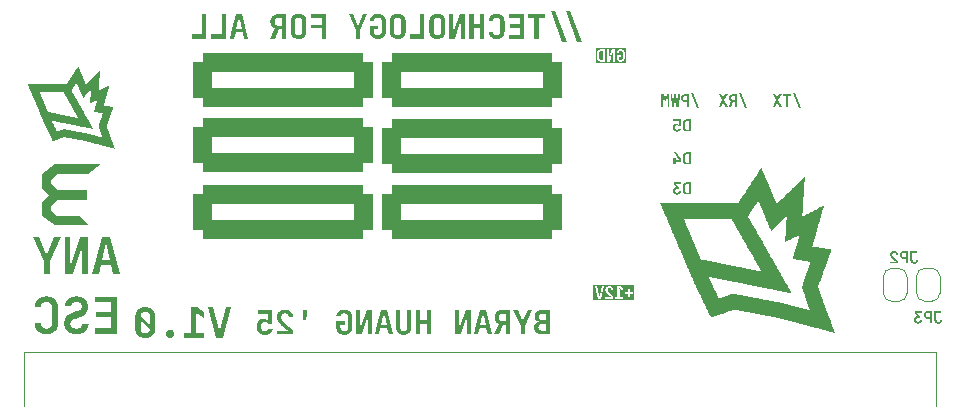
<source format=gbr>
%TF.GenerationSoftware,KiCad,Pcbnew,7.99.0-3012-g423a5b9961*%
%TF.CreationDate,2023-10-18T16:54:00-04:00*%
%TF.ProjectId,anyesc,616e7965-7363-42e6-9b69-6361645f7063,V1.0*%
%TF.SameCoordinates,Original*%
%TF.FileFunction,Legend,Bot*%
%TF.FilePolarity,Positive*%
%FSLAX46Y46*%
G04 Gerber Fmt 4.6, Leading zero omitted, Abs format (unit mm)*
G04 Created by KiCad (PCBNEW 7.99.0-3012-g423a5b9961) date 2023-10-18 16:54:00*
%MOMM*%
%LPD*%
G01*
G04 APERTURE LIST*
G04 Aperture macros list*
%AMRoundRect*
0 Rectangle with rounded corners*
0 $1 Rounding radius*
0 $2 $3 $4 $5 $6 $7 $8 $9 X,Y pos of 4 corners*
0 Add a 4 corners polygon primitive as box body*
4,1,4,$2,$3,$4,$5,$6,$7,$8,$9,$2,$3,0*
0 Add four circle primitives for the rounded corners*
1,1,$1+$1,$2,$3*
1,1,$1+$1,$4,$5*
1,1,$1+$1,$6,$7*
1,1,$1+$1,$8,$9*
0 Add four rect primitives between the rounded corners*
20,1,$1+$1,$2,$3,$4,$5,0*
20,1,$1+$1,$4,$5,$6,$7,0*
20,1,$1+$1,$6,$7,$8,$9,0*
20,1,$1+$1,$8,$9,$2,$3,0*%
%AMFreePoly0*
4,1,19,0.500000,-0.750000,0.000000,-0.750000,0.000000,-0.744911,-0.071157,-0.744911,-0.207708,-0.704816,-0.327430,-0.627875,-0.420627,-0.520320,-0.479746,-0.390866,-0.500000,-0.250000,-0.500000,0.250000,-0.479746,0.390866,-0.420627,0.520320,-0.327430,0.627875,-0.207708,0.704816,-0.071157,0.744911,0.000000,0.744911,0.000000,0.750000,0.500000,0.750000,0.500000,-0.750000,0.500000,-0.750000,
$1*%
%AMFreePoly1*
4,1,19,0.000000,0.744911,0.071157,0.744911,0.207708,0.704816,0.327430,0.627875,0.420627,0.520320,0.479746,0.390866,0.500000,0.250000,0.500000,-0.250000,0.479746,-0.390866,0.420627,-0.520320,0.327430,-0.627875,0.207708,-0.704816,0.071157,-0.744911,0.000000,-0.744911,0.000000,-0.750000,-0.500000,-0.750000,-0.500000,0.750000,0.000000,0.750000,0.000000,0.744911,0.000000,0.744911,
$1*%
G04 Aperture macros list end*
%ADD10C,0.200000*%
%ADD11C,0.150000*%
%ADD12C,0.120000*%
%ADD13C,2.000000*%
%ADD14RoundRect,0.800000X-6.800000X-1.500000X6.800000X-1.500000X6.800000X1.500000X-6.800000X1.500000X0*%
%ADD15R,1.700000X1.700000*%
%ADD16O,1.700000X1.700000*%
%ADD17R,4.750000X2.950000*%
%ADD18R,3.950000X4.900000*%
%ADD19R,3.950000X4.450000*%
%ADD20R,3.950000X4.850000*%
%ADD21C,2.500000*%
%ADD22R,1.651000X4.572000*%
%ADD23C,0.650000*%
%ADD24O,2.100000X1.000000*%
%ADD25O,1.600000X1.000000*%
%ADD26FreePoly0,90.000000*%
%ADD27FreePoly1,90.000000*%
G04 APERTURE END LIST*
D10*
G36*
X165031098Y-95169818D02*
G01*
X164848404Y-95169818D01*
X165339332Y-96506315D01*
X165523491Y-96506315D01*
X165031098Y-95169818D01*
G37*
G36*
X164663268Y-96350000D02*
G01*
X164487413Y-96350000D01*
X164487413Y-95943579D01*
X164315711Y-95943579D01*
X164306268Y-95943494D01*
X164292301Y-95943043D01*
X164278570Y-95942206D01*
X164265076Y-95940982D01*
X164251817Y-95939372D01*
X164238795Y-95937376D01*
X164226009Y-95934993D01*
X164213458Y-95932224D01*
X164201144Y-95929068D01*
X164189067Y-95925526D01*
X164177225Y-95921598D01*
X164169483Y-95918745D01*
X164158145Y-95914187D01*
X164147137Y-95909294D01*
X164136460Y-95904066D01*
X164126114Y-95898503D01*
X164116099Y-95892606D01*
X164106414Y-95886373D01*
X164097059Y-95879806D01*
X164088035Y-95872904D01*
X164079342Y-95865666D01*
X164070979Y-95858094D01*
X164065593Y-95852840D01*
X164057806Y-95844719D01*
X164050371Y-95836311D01*
X164043289Y-95827615D01*
X164036558Y-95818631D01*
X164030180Y-95809360D01*
X164024153Y-95799801D01*
X164018479Y-95789954D01*
X164013157Y-95779819D01*
X164008186Y-95769397D01*
X164003568Y-95758688D01*
X164000670Y-95751405D01*
X163996673Y-95740306D01*
X163993096Y-95728997D01*
X163989941Y-95717477D01*
X163987206Y-95705747D01*
X163984892Y-95693807D01*
X163982998Y-95681656D01*
X163981526Y-95669294D01*
X163980474Y-95656723D01*
X163979843Y-95643941D01*
X163979632Y-95630949D01*
X164156709Y-95630949D01*
X164156876Y-95639724D01*
X164157758Y-95652480D01*
X164159395Y-95664746D01*
X164161788Y-95676522D01*
X164164936Y-95687809D01*
X164168841Y-95698607D01*
X164173500Y-95708915D01*
X164178916Y-95718734D01*
X164185086Y-95728064D01*
X164192013Y-95736904D01*
X164199695Y-95745254D01*
X164205186Y-95750489D01*
X164213862Y-95757708D01*
X164223066Y-95764168D01*
X164232798Y-95769867D01*
X164243059Y-95774807D01*
X164253847Y-95778986D01*
X164265164Y-95782406D01*
X164277008Y-95785066D01*
X164289381Y-95786965D01*
X164302282Y-95788105D01*
X164315711Y-95788485D01*
X164487413Y-95788485D01*
X164487413Y-95473412D01*
X164315711Y-95473412D01*
X164306699Y-95473581D01*
X164293623Y-95474467D01*
X164281074Y-95476114D01*
X164269053Y-95478520D01*
X164257561Y-95481687D01*
X164246596Y-95485613D01*
X164236160Y-95490299D01*
X164226252Y-95495745D01*
X164216871Y-95501951D01*
X164208019Y-95508917D01*
X164199695Y-95516643D01*
X164194490Y-95522156D01*
X164187311Y-95530832D01*
X164180889Y-95539999D01*
X164175221Y-95549654D01*
X164170310Y-95559799D01*
X164166154Y-95570434D01*
X164162754Y-95581558D01*
X164160109Y-95593172D01*
X164158220Y-95605274D01*
X164157086Y-95617867D01*
X164156709Y-95630949D01*
X163979632Y-95630949D01*
X163979726Y-95622086D01*
X163980217Y-95608989D01*
X163981128Y-95596129D01*
X163982461Y-95583504D01*
X163984214Y-95571116D01*
X163986388Y-95558963D01*
X163988982Y-95547047D01*
X163991998Y-95535367D01*
X163995434Y-95523923D01*
X163999291Y-95512716D01*
X164003568Y-95501744D01*
X164006608Y-95494576D01*
X164011461Y-95484078D01*
X164016666Y-95473885D01*
X164022223Y-95463997D01*
X164028132Y-95454413D01*
X164034393Y-95445135D01*
X164041006Y-95436161D01*
X164047971Y-95427492D01*
X164055289Y-95419128D01*
X164062958Y-95411069D01*
X164070979Y-95403314D01*
X164076518Y-95398289D01*
X164085101Y-95391027D01*
X164094014Y-95384095D01*
X164103259Y-95377494D01*
X164112834Y-95371224D01*
X164122739Y-95365284D01*
X164132975Y-95359675D01*
X164143542Y-95354396D01*
X164154439Y-95349448D01*
X164165667Y-95344831D01*
X164177225Y-95340544D01*
X164185093Y-95337852D01*
X164197092Y-95334141D01*
X164209328Y-95330820D01*
X164221799Y-95327890D01*
X164234507Y-95325350D01*
X164247450Y-95323201D01*
X164260630Y-95321443D01*
X164274046Y-95320076D01*
X164287698Y-95319099D01*
X164301586Y-95318513D01*
X164315711Y-95318318D01*
X164663268Y-95318318D01*
X164663268Y-96350000D01*
G37*
G36*
X163755173Y-95318318D02*
G01*
X163697532Y-96037124D01*
X163696510Y-96047142D01*
X163695643Y-96057778D01*
X163694930Y-96069032D01*
X163694454Y-96078883D01*
X163694086Y-96089163D01*
X163693868Y-96097697D01*
X163693657Y-96108463D01*
X163693482Y-96119087D01*
X163693342Y-96129567D01*
X163693239Y-96139905D01*
X163693171Y-96150099D01*
X163693138Y-96160150D01*
X163693136Y-96164131D01*
X163693136Y-96175850D01*
X163693136Y-96187653D01*
X163693136Y-96199540D01*
X163693136Y-96211510D01*
X163693136Y-96223564D01*
X163693136Y-96235701D01*
X163693136Y-96240579D01*
X163674817Y-96240579D01*
X163674430Y-96228408D01*
X163674030Y-96216321D01*
X163673619Y-96204318D01*
X163673195Y-96192398D01*
X163672760Y-96180562D01*
X163672313Y-96168809D01*
X163672131Y-96164131D01*
X163671661Y-96154137D01*
X163671167Y-96144000D01*
X163670649Y-96133720D01*
X163670108Y-96123296D01*
X163669543Y-96112730D01*
X163668954Y-96102021D01*
X163668711Y-96097697D01*
X163668006Y-96087073D01*
X163667266Y-96076879D01*
X163666489Y-96067114D01*
X163665511Y-96055963D01*
X163664480Y-96045430D01*
X163663582Y-96037124D01*
X163579318Y-95318318D01*
X163433017Y-95318318D01*
X163352661Y-96036880D01*
X163351654Y-96046898D01*
X163350646Y-96057534D01*
X163349639Y-96068788D01*
X163348799Y-96078639D01*
X163347959Y-96088919D01*
X163347288Y-96097452D01*
X163346408Y-96108219D01*
X163345599Y-96118843D01*
X163344862Y-96129323D01*
X163344197Y-96139661D01*
X163343603Y-96149855D01*
X163343080Y-96159906D01*
X163342891Y-96163886D01*
X163342082Y-96175676D01*
X163341331Y-96187538D01*
X163340641Y-96199471D01*
X163340010Y-96211476D01*
X163339439Y-96223552D01*
X163338927Y-96235700D01*
X163338739Y-96240579D01*
X163318956Y-96240579D01*
X163318920Y-96228408D01*
X163318812Y-96216321D01*
X163318634Y-96204318D01*
X163318383Y-96192398D01*
X163318061Y-96180562D01*
X163317668Y-96168809D01*
X163317490Y-96164131D01*
X163317478Y-96154137D01*
X163317442Y-96144000D01*
X163317383Y-96133720D01*
X163317299Y-96123296D01*
X163317192Y-96112730D01*
X163317061Y-96102021D01*
X163317002Y-96097697D01*
X163316719Y-96087073D01*
X163316329Y-96076879D01*
X163315832Y-96067114D01*
X163315093Y-96055963D01*
X163314200Y-96045430D01*
X163313338Y-96037124D01*
X163258383Y-95318318D01*
X163107930Y-95318318D01*
X163210756Y-96350000D01*
X163414699Y-96350000D01*
X163489193Y-95637055D01*
X163490073Y-95626667D01*
X163490882Y-95616113D01*
X163491619Y-95605391D01*
X163492284Y-95594503D01*
X163492878Y-95583448D01*
X163493400Y-95572225D01*
X163493589Y-95567690D01*
X163493941Y-95556366D01*
X163494233Y-95545293D01*
X163494466Y-95534470D01*
X163494639Y-95523898D01*
X163494752Y-95513576D01*
X163494806Y-95503504D01*
X163494810Y-95499546D01*
X163494810Y-95488326D01*
X163494810Y-95477106D01*
X163494810Y-95465886D01*
X163494810Y-95454666D01*
X163494810Y-95443446D01*
X163494810Y-95432226D01*
X163494810Y-95427739D01*
X163516060Y-95427739D01*
X163516060Y-95438958D01*
X163516060Y-95450178D01*
X163516060Y-95461398D01*
X163516060Y-95472618D01*
X163516060Y-95483838D01*
X163516060Y-95495058D01*
X163516060Y-95499546D01*
X163516447Y-95509517D01*
X163516847Y-95519739D01*
X163517258Y-95530211D01*
X163517681Y-95540934D01*
X163518117Y-95551907D01*
X163518564Y-95563130D01*
X163518746Y-95567690D01*
X163519270Y-95578979D01*
X163519924Y-95590101D01*
X163520710Y-95601056D01*
X163521627Y-95611844D01*
X163522676Y-95622465D01*
X163523855Y-95632920D01*
X163524364Y-95637055D01*
X163605941Y-96350000D01*
X163809884Y-96350000D01*
X163907092Y-95318318D01*
X163755173Y-95318318D01*
G37*
G36*
X162799207Y-95318318D02*
G01*
X162697846Y-95655861D01*
X162694852Y-95665440D01*
X162692069Y-95675369D01*
X162689496Y-95685649D01*
X162687134Y-95696280D01*
X162685878Y-95702512D01*
X162683776Y-95713413D01*
X162681744Y-95724103D01*
X162679782Y-95734584D01*
X162677891Y-95744853D01*
X162676841Y-95750628D01*
X162675253Y-95760336D01*
X162673784Y-95770045D01*
X162672436Y-95779754D01*
X162671208Y-95789462D01*
X162670101Y-95799171D01*
X162669758Y-95802407D01*
X162658523Y-95802407D01*
X162657381Y-95792698D01*
X162656153Y-95782990D01*
X162654839Y-95773281D01*
X162653440Y-95763572D01*
X162651954Y-95753864D01*
X162651440Y-95750628D01*
X162650064Y-95740478D01*
X162648501Y-95730118D01*
X162646752Y-95719547D01*
X162644815Y-95708767D01*
X162643624Y-95702512D01*
X162641382Y-95691681D01*
X162638929Y-95681201D01*
X162636266Y-95671071D01*
X162633393Y-95661292D01*
X162631656Y-95655861D01*
X162537378Y-95318318D01*
X162322200Y-95318318D01*
X162322200Y-96350000D01*
X162483889Y-96350000D01*
X162483889Y-95681018D01*
X162483806Y-95668869D01*
X162483619Y-95659021D01*
X162483325Y-95649059D01*
X162482924Y-95638982D01*
X162482417Y-95628791D01*
X162481802Y-95618485D01*
X162481081Y-95608064D01*
X162480470Y-95600174D01*
X162479600Y-95589733D01*
X162478699Y-95579535D01*
X162477768Y-95569583D01*
X162476561Y-95557485D01*
X162475306Y-95545769D01*
X162474004Y-95534434D01*
X162472654Y-95523482D01*
X162471593Y-95513147D01*
X162470486Y-95502904D01*
X162469334Y-95492753D01*
X162468136Y-95482693D01*
X162466891Y-95472725D01*
X162465602Y-95462848D01*
X162464266Y-95453063D01*
X162462884Y-95443370D01*
X162479737Y-95443370D01*
X162482403Y-95455042D01*
X162485056Y-95466702D01*
X162487698Y-95478350D01*
X162490327Y-95489986D01*
X162492945Y-95501610D01*
X162495551Y-95513223D01*
X162496590Y-95517864D01*
X162498857Y-95528240D01*
X162501231Y-95538758D01*
X162503713Y-95549420D01*
X162506302Y-95560225D01*
X162508999Y-95571173D01*
X162511803Y-95582264D01*
X162512954Y-95586741D01*
X162515766Y-95597782D01*
X162518555Y-95608465D01*
X162521319Y-95618790D01*
X162524060Y-95628758D01*
X162526776Y-95638368D01*
X162530005Y-95649428D01*
X162530540Y-95651221D01*
X162599416Y-95904989D01*
X162734482Y-95904989D01*
X162807511Y-95651221D01*
X162810617Y-95641267D01*
X162813674Y-95631099D01*
X162816684Y-95620717D01*
X162819647Y-95610119D01*
X162822562Y-95599307D01*
X162825429Y-95588280D01*
X162826562Y-95583810D01*
X162829338Y-95572697D01*
X162832019Y-95561799D01*
X162834605Y-95551116D01*
X162837095Y-95540647D01*
X162839490Y-95530393D01*
X162841789Y-95520354D01*
X162842682Y-95516399D01*
X162845318Y-95504827D01*
X162847882Y-95493315D01*
X162850374Y-95481862D01*
X162852795Y-95470470D01*
X162855145Y-95459136D01*
X162857422Y-95447863D01*
X162858314Y-95443370D01*
X162873701Y-95443370D01*
X162872296Y-95453063D01*
X162870892Y-95462848D01*
X162869488Y-95472725D01*
X162868083Y-95482693D01*
X162866679Y-95492753D01*
X162865274Y-95502904D01*
X162863870Y-95513147D01*
X162862466Y-95523482D01*
X162861538Y-95534434D01*
X162860586Y-95545769D01*
X162859611Y-95557485D01*
X162858611Y-95569583D01*
X162857795Y-95579535D01*
X162856963Y-95589733D01*
X162856115Y-95600174D01*
X162855314Y-95610680D01*
X162854619Y-95621072D01*
X162854032Y-95631349D01*
X162853551Y-95641512D01*
X162853177Y-95651560D01*
X162852910Y-95661494D01*
X162852749Y-95671314D01*
X162852696Y-95681018D01*
X162852696Y-96350000D01*
X163012919Y-96350000D01*
X163012919Y-95318318D01*
X162799207Y-95318318D01*
G37*
G36*
X125899736Y-113327795D02*
G01*
X125446055Y-113327795D01*
X124995427Y-115253650D01*
X124988268Y-115280539D01*
X124981752Y-115307779D01*
X124975879Y-115335370D01*
X124970649Y-115363311D01*
X124967949Y-115379435D01*
X124963345Y-115406988D01*
X124959150Y-115433548D01*
X124955364Y-115459114D01*
X124951988Y-115483687D01*
X124950242Y-115497282D01*
X124947065Y-115522393D01*
X124943947Y-115547505D01*
X124940888Y-115572616D01*
X124937886Y-115597727D01*
X124936198Y-115612076D01*
X124918490Y-115612076D01*
X124915314Y-115586965D01*
X124912196Y-115561854D01*
X124909136Y-115536743D01*
X124906135Y-115511631D01*
X124904446Y-115497282D01*
X124900477Y-115469767D01*
X124896503Y-115444626D01*
X124892062Y-115418492D01*
X124887154Y-115391365D01*
X124884907Y-115379435D01*
X124880263Y-115355292D01*
X124874682Y-115327451D01*
X124868926Y-115299961D01*
X124862995Y-115272821D01*
X124858651Y-115253650D01*
X124404969Y-113327795D01*
X123958005Y-113327795D01*
X124640664Y-115907000D01*
X125234785Y-115907000D01*
X125899736Y-113327795D01*
G37*
G36*
X123611791Y-115519264D02*
G01*
X122908371Y-115519264D01*
X122908371Y-114052586D01*
X122908095Y-114022857D01*
X122907265Y-113994120D01*
X122905881Y-113966376D01*
X122903945Y-113939623D01*
X122901454Y-113913863D01*
X122898411Y-113889096D01*
X122893828Y-113859531D01*
X122890664Y-113842537D01*
X122888072Y-113816723D01*
X122884417Y-113791489D01*
X122879700Y-113766835D01*
X122876620Y-113753388D01*
X122904708Y-113753388D01*
X122924018Y-113770600D01*
X122943329Y-113787811D01*
X122960884Y-113803458D01*
X122982465Y-113817769D01*
X123003153Y-113832698D01*
X123020723Y-113846200D01*
X123040866Y-113861788D01*
X123061605Y-113877256D01*
X123082941Y-113892604D01*
X123087279Y-113895660D01*
X123597747Y-114230883D01*
X123597747Y-113764379D01*
X122978591Y-113327795D01*
X122468734Y-113327795D01*
X122468734Y-115519264D01*
X121923462Y-115519264D01*
X121923462Y-115907000D01*
X123611791Y-115907000D01*
X123611791Y-115519264D01*
G37*
G36*
X121074108Y-115594369D02*
G01*
X121073287Y-115564723D01*
X121070823Y-115536237D01*
X121066718Y-115508910D01*
X121060970Y-115482742D01*
X121053580Y-115457733D01*
X121044548Y-115433884D01*
X121033874Y-115411194D01*
X121021557Y-115389663D01*
X121007599Y-115369291D01*
X120991998Y-115350078D01*
X120980685Y-115337914D01*
X120962631Y-115320891D01*
X120943505Y-115305542D01*
X120916333Y-115287682D01*
X120894701Y-115276240D01*
X120871997Y-115266473D01*
X120848219Y-115258380D01*
X120823368Y-115251961D01*
X120797443Y-115247217D01*
X120770445Y-115244147D01*
X120742374Y-115242752D01*
X120732778Y-115242659D01*
X120703711Y-115243496D01*
X120675813Y-115246008D01*
X120649085Y-115250194D01*
X120623527Y-115256054D01*
X120599139Y-115263589D01*
X120575921Y-115272798D01*
X120553873Y-115283682D01*
X120526296Y-115300798D01*
X120500798Y-115320891D01*
X120483040Y-115337914D01*
X120466672Y-115356354D01*
X120451913Y-115375953D01*
X120438765Y-115396711D01*
X120427227Y-115418628D01*
X120417298Y-115441705D01*
X120408980Y-115465941D01*
X120402272Y-115491336D01*
X120397173Y-115517890D01*
X120393685Y-115545604D01*
X120391807Y-115574476D01*
X120391449Y-115594369D01*
X120392254Y-115623485D01*
X120394669Y-115651527D01*
X120398694Y-115678496D01*
X120404329Y-115704392D01*
X120411574Y-115729215D01*
X120420429Y-115752964D01*
X120430894Y-115775640D01*
X120442969Y-115797243D01*
X120456654Y-115817772D01*
X120471949Y-115837228D01*
X120483040Y-115849602D01*
X120500798Y-115866844D01*
X120519726Y-115882389D01*
X120546784Y-115900478D01*
X120568442Y-115912067D01*
X120591270Y-115921959D01*
X120615268Y-115930156D01*
X120640436Y-115936657D01*
X120666774Y-115941462D01*
X120694281Y-115944571D01*
X120722959Y-115945984D01*
X120732778Y-115946078D01*
X120761207Y-115945230D01*
X120788563Y-115942687D01*
X120814845Y-115938447D01*
X120840054Y-115932511D01*
X120864190Y-115924880D01*
X120887252Y-115915553D01*
X120909241Y-115904530D01*
X120930157Y-115891811D01*
X120949999Y-115877396D01*
X120968768Y-115861285D01*
X120980685Y-115849602D01*
X120997380Y-115830862D01*
X121012434Y-115811048D01*
X121025845Y-115790161D01*
X121037614Y-115768201D01*
X121047741Y-115745167D01*
X121056226Y-115721060D01*
X121063068Y-115695880D01*
X121068269Y-115669626D01*
X121071827Y-115642299D01*
X121073743Y-115613899D01*
X121074108Y-115594369D01*
G37*
G36*
X118658341Y-113339611D02*
G01*
X118693271Y-113340738D01*
X118727621Y-113342831D01*
X118761391Y-113345890D01*
X118794582Y-113349915D01*
X118827194Y-113354906D01*
X118859226Y-113360863D01*
X118890678Y-113367786D01*
X118921551Y-113375675D01*
X118951844Y-113384530D01*
X118981557Y-113394351D01*
X119000913Y-113401330D01*
X119029258Y-113412496D01*
X119056776Y-113424500D01*
X119083468Y-113437341D01*
X119109334Y-113451018D01*
X119134373Y-113465533D01*
X119158585Y-113480886D01*
X119181972Y-113497075D01*
X119204531Y-113514102D01*
X119226264Y-113531966D01*
X119247171Y-113550667D01*
X119260566Y-113563570D01*
X119279944Y-113583517D01*
X119298462Y-113604171D01*
X119316122Y-113625534D01*
X119332923Y-113647605D01*
X119348866Y-113670385D01*
X119363950Y-113693873D01*
X119378175Y-113718070D01*
X119391542Y-113742974D01*
X119404049Y-113768588D01*
X119415699Y-113794909D01*
X119422945Y-113812825D01*
X119432938Y-113840189D01*
X119441879Y-113868144D01*
X119449768Y-113896689D01*
X119456605Y-113925825D01*
X119462390Y-113955551D01*
X119467123Y-113985867D01*
X119470805Y-114016774D01*
X119473434Y-114048271D01*
X119475012Y-114080358D01*
X119475538Y-114113036D01*
X119475538Y-115165112D01*
X119475304Y-115186970D01*
X119474077Y-115219291D01*
X119471798Y-115251055D01*
X119468467Y-115282260D01*
X119464085Y-115312907D01*
X119458650Y-115342996D01*
X119452163Y-115372527D01*
X119444625Y-115401500D01*
X119436035Y-115429915D01*
X119426393Y-115457772D01*
X119415699Y-115485070D01*
X119408028Y-115502918D01*
X119395806Y-115529074D01*
X119382726Y-115554488D01*
X119368787Y-115579163D01*
X119353989Y-115603096D01*
X119338333Y-115626289D01*
X119321818Y-115648741D01*
X119304444Y-115670453D01*
X119286212Y-115691424D01*
X119267121Y-115711655D01*
X119247171Y-115731145D01*
X119233325Y-115743707D01*
X119211867Y-115761863D01*
X119189583Y-115779192D01*
X119166473Y-115795694D01*
X119142536Y-115811370D01*
X119117772Y-115826220D01*
X119092182Y-115840243D01*
X119065765Y-115853440D01*
X119038522Y-115865810D01*
X119010453Y-115877353D01*
X118981557Y-115888071D01*
X118961813Y-115894651D01*
X118931713Y-115903726D01*
X118901033Y-115911846D01*
X118869774Y-115919011D01*
X118837936Y-115925220D01*
X118805517Y-115930474D01*
X118772520Y-115934773D01*
X118738942Y-115938116D01*
X118704785Y-115940504D01*
X118670048Y-115941937D01*
X118634732Y-115942415D01*
X118611133Y-115942195D01*
X118576253Y-115941043D01*
X118541996Y-115938904D01*
X118508362Y-115935777D01*
X118475349Y-115931662D01*
X118442960Y-115926560D01*
X118411193Y-115920471D01*
X118380048Y-115913394D01*
X118349526Y-115905330D01*
X118319627Y-115896278D01*
X118290350Y-115886239D01*
X118271137Y-115878964D01*
X118242971Y-115867390D01*
X118215589Y-115855022D01*
X118188990Y-115841859D01*
X118163174Y-115827902D01*
X118138142Y-115813151D01*
X118113894Y-115797605D01*
X118090429Y-115781266D01*
X118067748Y-115764132D01*
X118045850Y-115746204D01*
X118024736Y-115727481D01*
X118011045Y-115714570D01*
X117991260Y-115694586D01*
X117972376Y-115673862D01*
X117954394Y-115652397D01*
X117937314Y-115630192D01*
X117921135Y-115607246D01*
X117905858Y-115583559D01*
X117891483Y-115559132D01*
X117878009Y-115533964D01*
X117865436Y-115508055D01*
X117853766Y-115481406D01*
X117846520Y-115463284D01*
X117836527Y-115435688D01*
X117827586Y-115407599D01*
X117819697Y-115379016D01*
X117812860Y-115349940D01*
X117807075Y-115320369D01*
X117802341Y-115290305D01*
X117798660Y-115259748D01*
X117796030Y-115228696D01*
X117794452Y-115197151D01*
X117793926Y-115165112D01*
X117793926Y-114390862D01*
X118233563Y-114390862D01*
X118233563Y-115165112D01*
X118233990Y-115187189D01*
X118236232Y-115219232D01*
X118240395Y-115249986D01*
X118246479Y-115279453D01*
X118254484Y-115307631D01*
X118264410Y-115334522D01*
X118276258Y-115360125D01*
X118290027Y-115384439D01*
X118305718Y-115407466D01*
X118323329Y-115429204D01*
X118342862Y-115449655D01*
X118356739Y-115462447D01*
X118378646Y-115480087D01*
X118401862Y-115495870D01*
X118426388Y-115509797D01*
X118452223Y-115521866D01*
X118479367Y-115532079D01*
X118507821Y-115540435D01*
X118537585Y-115546934D01*
X118568658Y-115551576D01*
X118601040Y-115554361D01*
X118634732Y-115555290D01*
X118656891Y-115554891D01*
X118689073Y-115552800D01*
X118719988Y-115548917D01*
X118749637Y-115543240D01*
X118778020Y-115535772D01*
X118805136Y-115526511D01*
X118830985Y-115515457D01*
X118855568Y-115502611D01*
X118878884Y-115487973D01*
X118900934Y-115471542D01*
X118921718Y-115453318D01*
X118934686Y-115440310D01*
X118952680Y-115419813D01*
X118968925Y-115398135D01*
X118983420Y-115375276D01*
X118996166Y-115351237D01*
X119007163Y-115326018D01*
X119016409Y-115299617D01*
X119023907Y-115272036D01*
X119029654Y-115243274D01*
X119033652Y-115213332D01*
X119035901Y-115182209D01*
X118233563Y-114390862D01*
X117793926Y-114390862D01*
X117793926Y-114113036D01*
X117794076Y-114098992D01*
X118233563Y-114098992D01*
X119035901Y-114887286D01*
X119035901Y-114113036D01*
X119035477Y-114090959D01*
X119033248Y-114058916D01*
X119029108Y-114028161D01*
X119023058Y-113998695D01*
X119015098Y-113970516D01*
X119005226Y-113943626D01*
X118993445Y-113918023D01*
X118979753Y-113893709D01*
X118964150Y-113870682D01*
X118946637Y-113848943D01*
X118927213Y-113828493D01*
X118913262Y-113815701D01*
X118891253Y-113798061D01*
X118867946Y-113782278D01*
X118843340Y-113768351D01*
X118817435Y-113756281D01*
X118790231Y-113746069D01*
X118761729Y-113737713D01*
X118731928Y-113731214D01*
X118700828Y-113726572D01*
X118668430Y-113723786D01*
X118634732Y-113722858D01*
X118612576Y-113723256D01*
X118580407Y-113725347D01*
X118549514Y-113729231D01*
X118519899Y-113734907D01*
X118491562Y-113742376D01*
X118464501Y-113751637D01*
X118438718Y-113762690D01*
X118414212Y-113775536D01*
X118390983Y-113790175D01*
X118369032Y-113806606D01*
X118348357Y-113824829D01*
X118335315Y-113837850D01*
X118317219Y-113858410D01*
X118300883Y-113880204D01*
X118286307Y-113903232D01*
X118273491Y-113927495D01*
X118262436Y-113952992D01*
X118253141Y-113979723D01*
X118245606Y-114007689D01*
X118239832Y-114036889D01*
X118235817Y-114067323D01*
X118233563Y-114098992D01*
X117794076Y-114098992D01*
X117794160Y-114091185D01*
X117795387Y-114058901D01*
X117797666Y-114027207D01*
X117800997Y-113996104D01*
X117805380Y-113965591D01*
X117810815Y-113935668D01*
X117817301Y-113906336D01*
X117824839Y-113877594D01*
X117833430Y-113849442D01*
X117843072Y-113821881D01*
X117853766Y-113794909D01*
X117861439Y-113777283D01*
X117873673Y-113751434D01*
X117886777Y-113726293D01*
X117900750Y-113701860D01*
X117915592Y-113678136D01*
X117931304Y-113655120D01*
X117947885Y-113632812D01*
X117965336Y-113611213D01*
X117983656Y-113590323D01*
X118002845Y-113570140D01*
X118022904Y-113550667D01*
X118036678Y-113538106D01*
X118058047Y-113519963D01*
X118080263Y-113502658D01*
X118103327Y-113486189D01*
X118127239Y-113470558D01*
X118151999Y-113455764D01*
X118177607Y-113441807D01*
X118204063Y-113428687D01*
X118231367Y-113416405D01*
X118259518Y-113404959D01*
X118288518Y-113394351D01*
X118308189Y-113387697D01*
X118338186Y-113378520D01*
X118368775Y-113370309D01*
X118399953Y-113363064D01*
X118431722Y-113356785D01*
X118464081Y-113351472D01*
X118497031Y-113347125D01*
X118530571Y-113343744D01*
X118564701Y-113341329D01*
X118599421Y-113339880D01*
X118634732Y-113339397D01*
X118658341Y-113339611D01*
G37*
D11*
G36*
X170843667Y-101602254D02*
G01*
X170884797Y-101698120D01*
X170925870Y-101793985D01*
X170966886Y-101889850D01*
X171007844Y-101985715D01*
X171048745Y-102081581D01*
X171089589Y-102177446D01*
X171130376Y-102273311D01*
X171171105Y-102369177D01*
X171211777Y-102465042D01*
X171252392Y-102560907D01*
X171292950Y-102656773D01*
X171333450Y-102752638D01*
X171373893Y-102848503D01*
X171414279Y-102944369D01*
X171454608Y-103040234D01*
X171494584Y-103135794D01*
X171534521Y-103231354D01*
X171574421Y-103326914D01*
X171614282Y-103422474D01*
X171654105Y-103518034D01*
X171693890Y-103613594D01*
X171733636Y-103709154D01*
X171773345Y-103804714D01*
X171813015Y-103900274D01*
X171852648Y-103995834D01*
X171892242Y-104091394D01*
X171931797Y-104186954D01*
X171971315Y-104282514D01*
X172010795Y-104378074D01*
X172050236Y-104473634D01*
X172089639Y-104569194D01*
X172164725Y-104497448D01*
X172239772Y-104425702D01*
X172314782Y-104353955D01*
X172389753Y-104282209D01*
X172464686Y-104210463D01*
X172539581Y-104138716D01*
X172614437Y-104066970D01*
X172689256Y-103995224D01*
X172764036Y-103923477D01*
X172838778Y-103851731D01*
X172913482Y-103779984D01*
X172988148Y-103708238D01*
X173062775Y-103636492D01*
X173137365Y-103564745D01*
X173211916Y-103492999D01*
X173286429Y-103421253D01*
X173360647Y-103349449D01*
X173434921Y-103277531D01*
X173509253Y-103205499D01*
X173583642Y-103133352D01*
X173658089Y-103061090D01*
X173732592Y-102988714D01*
X173807153Y-102916223D01*
X173881771Y-102843618D01*
X173956447Y-102770899D01*
X174031179Y-102698065D01*
X174105969Y-102625117D01*
X174180816Y-102552054D01*
X174255720Y-102478876D01*
X174330682Y-102405584D01*
X174405701Y-102332178D01*
X174480777Y-102258657D01*
X174474060Y-102364578D01*
X174467344Y-102470461D01*
X174460627Y-102576306D01*
X174453910Y-102682113D01*
X174447193Y-102787882D01*
X174440477Y-102893612D01*
X174433760Y-102999304D01*
X174427043Y-103104958D01*
X174420327Y-103210574D01*
X174413610Y-103316152D01*
X174406893Y-103421692D01*
X174400177Y-103527193D01*
X174393460Y-103632656D01*
X174386743Y-103738082D01*
X174380027Y-103843469D01*
X174373310Y-103948817D01*
X174366298Y-104053870D01*
X174359304Y-104158981D01*
X174352330Y-104264148D01*
X174345375Y-104369373D01*
X174338439Y-104474655D01*
X174331522Y-104579994D01*
X174324624Y-104685391D01*
X174317745Y-104790845D01*
X174310885Y-104896356D01*
X174304044Y-105001924D01*
X174297223Y-105107549D01*
X174290420Y-105213232D01*
X174283637Y-105318972D01*
X174276872Y-105424769D01*
X174270127Y-105530624D01*
X174263401Y-105636535D01*
X174379225Y-105578642D01*
X174494668Y-105520978D01*
X174609729Y-105463543D01*
X174724409Y-105406337D01*
X174838707Y-105349359D01*
X174952624Y-105292611D01*
X175066158Y-105236092D01*
X175179311Y-105179801D01*
X175291930Y-105122939D01*
X175405083Y-105065923D01*
X175518771Y-105008755D01*
X175632993Y-104951434D01*
X175747748Y-104893961D01*
X175863039Y-104836335D01*
X175978863Y-104778556D01*
X176095222Y-104720625D01*
X176064386Y-104829904D01*
X176033551Y-104939146D01*
X176002715Y-105048349D01*
X175971879Y-105157514D01*
X175941044Y-105266641D01*
X175910208Y-105375730D01*
X175879372Y-105484780D01*
X175848537Y-105593793D01*
X175817701Y-105702767D01*
X175786866Y-105811703D01*
X175756030Y-105920601D01*
X175725194Y-106029461D01*
X175694359Y-106138283D01*
X175663523Y-106247066D01*
X175632687Y-106355812D01*
X175601852Y-106464519D01*
X175571025Y-106572882D01*
X175540218Y-106681208D01*
X175509430Y-106789495D01*
X175478662Y-106897744D01*
X175447912Y-107005955D01*
X175417181Y-107114128D01*
X175386469Y-107222263D01*
X175355777Y-107330360D01*
X175325103Y-107438418D01*
X175294449Y-107546438D01*
X175263814Y-107654420D01*
X175233198Y-107762364D01*
X175202600Y-107870270D01*
X175172022Y-107978137D01*
X175141463Y-108085967D01*
X175110923Y-108193758D01*
X175213505Y-108210283D01*
X175316087Y-108226883D01*
X175418669Y-108243561D01*
X175521251Y-108260314D01*
X175623833Y-108277144D01*
X175726415Y-108294050D01*
X175828997Y-108311033D01*
X175931579Y-108328092D01*
X176034123Y-108345189D01*
X176136591Y-108362286D01*
X176238982Y-108379383D01*
X176341297Y-108396480D01*
X176443535Y-108413577D01*
X176545698Y-108430674D01*
X176647783Y-108447771D01*
X176749793Y-108464868D01*
X176727964Y-108531130D01*
X176696060Y-108623625D01*
X176677589Y-108674814D01*
X176642326Y-108767729D01*
X176611443Y-108852947D01*
X176564939Y-108980916D01*
X176518220Y-109109058D01*
X176471287Y-109237371D01*
X176424139Y-109365857D01*
X176376776Y-109494513D01*
X176329199Y-109623342D01*
X176281407Y-109752342D01*
X176233401Y-109881514D01*
X176185179Y-110010858D01*
X176136743Y-110140374D01*
X176104133Y-110226794D01*
X176055432Y-110356495D01*
X176006989Y-110486282D01*
X175958804Y-110616156D01*
X175910876Y-110746115D01*
X175863206Y-110876160D01*
X175815793Y-111006291D01*
X175768638Y-111136507D01*
X175721740Y-111266810D01*
X175675101Y-111397199D01*
X175628718Y-111527673D01*
X175616506Y-111591176D01*
X175628718Y-111652237D01*
X175640921Y-111687995D01*
X175677414Y-111795729D01*
X175713736Y-111904150D01*
X175749886Y-112013258D01*
X175785864Y-112123053D01*
X175821670Y-112233535D01*
X175833634Y-112270095D01*
X175870213Y-112378859D01*
X175907823Y-112486250D01*
X175946463Y-112592266D01*
X175986133Y-112696909D01*
X176026834Y-112800178D01*
X176054016Y-112873728D01*
X176094824Y-112983945D01*
X176135675Y-113094033D01*
X176176569Y-113203992D01*
X176217506Y-113313823D01*
X176258486Y-113423525D01*
X176299508Y-113533098D01*
X176340574Y-113642542D01*
X176381683Y-113751857D01*
X176422834Y-113861044D01*
X176464029Y-113970101D01*
X176491210Y-114042496D01*
X176532018Y-114151232D01*
X176572870Y-114260140D01*
X176613764Y-114369219D01*
X176654700Y-114478470D01*
X176695680Y-114587893D01*
X176736703Y-114697487D01*
X176777769Y-114807253D01*
X176818877Y-114917191D01*
X176860029Y-115027301D01*
X176901224Y-115137582D01*
X176928021Y-115225273D01*
X176962284Y-115320764D01*
X176998310Y-115412355D01*
X177038000Y-115506389D01*
X176991593Y-115499062D01*
X176954957Y-115494177D01*
X176833751Y-115461538D01*
X176712546Y-115428956D01*
X176591340Y-115396432D01*
X176470135Y-115363965D01*
X176348929Y-115331555D01*
X176227724Y-115299202D01*
X176106518Y-115266907D01*
X175985313Y-115234669D01*
X175864107Y-115202488D01*
X175742902Y-115170364D01*
X175621696Y-115138298D01*
X175500491Y-115106289D01*
X175379285Y-115074337D01*
X175258080Y-115042442D01*
X175136874Y-115010605D01*
X175015669Y-114978824D01*
X174894167Y-114947349D01*
X174772685Y-114915817D01*
X174651222Y-114884228D01*
X174529778Y-114852581D01*
X174408353Y-114820877D01*
X174286947Y-114789116D01*
X174165561Y-114757298D01*
X174044193Y-114725422D01*
X173922844Y-114693490D01*
X173801515Y-114661499D01*
X173680204Y-114629452D01*
X173558913Y-114597348D01*
X173437640Y-114565186D01*
X173316387Y-114532967D01*
X173195153Y-114500690D01*
X173073938Y-114468357D01*
X173036386Y-114458015D01*
X172923729Y-114427446D01*
X172811072Y-114397565D01*
X172698415Y-114368370D01*
X172585758Y-114339862D01*
X172473101Y-114312041D01*
X172435253Y-114302606D01*
X172321823Y-114274642D01*
X172208565Y-114247193D01*
X172095478Y-114220259D01*
X171982564Y-114193841D01*
X171869821Y-114167938D01*
X171837430Y-114160954D01*
X171739914Y-114140461D01*
X171641883Y-114120654D01*
X171543337Y-114101535D01*
X171444275Y-114083102D01*
X171344699Y-114065356D01*
X171311154Y-114059279D01*
X171210976Y-114041390D01*
X171111485Y-114024016D01*
X171012681Y-114007158D01*
X170914564Y-113990814D01*
X170817134Y-113974986D01*
X170747162Y-113961572D01*
X170641990Y-113941522D01*
X170536560Y-113921558D01*
X170430873Y-113901680D01*
X170324928Y-113881888D01*
X170218725Y-113862181D01*
X170112265Y-113842561D01*
X170005547Y-113823026D01*
X169898571Y-113803577D01*
X169791338Y-113784214D01*
X169683847Y-113764937D01*
X169611863Y-113752086D01*
X169504136Y-113732702D01*
X169396709Y-113713188D01*
X169289584Y-113693546D01*
X169182758Y-113673776D01*
X169076234Y-113653876D01*
X168970009Y-113633848D01*
X168864086Y-113613690D01*
X168758463Y-113593404D01*
X168653140Y-113572990D01*
X168548118Y-113552446D01*
X168494385Y-113552446D01*
X168438209Y-113552446D01*
X168400657Y-113566156D01*
X168306776Y-113600181D01*
X168212895Y-113633848D01*
X168119014Y-113667157D01*
X168025133Y-113700108D01*
X167931252Y-113732702D01*
X167837371Y-113764937D01*
X167799810Y-113777732D01*
X167705821Y-113809466D01*
X167611714Y-113840843D01*
X167517487Y-113871863D01*
X167423141Y-113902524D01*
X167328676Y-113932828D01*
X167234092Y-113962774D01*
X167179256Y-113979745D01*
X167081154Y-114011193D01*
X166983824Y-114043801D01*
X166887267Y-114077568D01*
X166833660Y-114096530D01*
X166736266Y-114130061D01*
X166637712Y-114162819D01*
X166538000Y-114194805D01*
X166518460Y-114160611D01*
X166496478Y-114126417D01*
X166445302Y-114020324D01*
X166394354Y-113914536D01*
X166343636Y-113809054D01*
X166293146Y-113703877D01*
X166242885Y-113599005D01*
X166192854Y-113494438D01*
X166143051Y-113390177D01*
X166093478Y-113286221D01*
X166043904Y-113181922D01*
X165994101Y-113077852D01*
X165944070Y-112974010D01*
X165893809Y-112870398D01*
X165843319Y-112767015D01*
X165792601Y-112663860D01*
X165741653Y-112560935D01*
X165690477Y-112458238D01*
X165651121Y-112376092D01*
X165592195Y-112252802D01*
X165533398Y-112129426D01*
X165474730Y-112005964D01*
X165416190Y-111882417D01*
X165357779Y-111758783D01*
X165299497Y-111635063D01*
X165241344Y-111511258D01*
X165183320Y-111387367D01*
X165125424Y-111263390D01*
X165067658Y-111139327D01*
X165029323Y-111056265D01*
X164972322Y-110931601D01*
X164915922Y-110806851D01*
X164896408Y-110763193D01*
X166332836Y-110763193D01*
X166353482Y-110803913D01*
X166399098Y-110894137D01*
X166443556Y-110982429D01*
X166491593Y-111078266D01*
X166500733Y-111096899D01*
X166545861Y-111190351D01*
X166590035Y-111284279D01*
X166633254Y-111378685D01*
X166650351Y-111414386D01*
X166693094Y-111503473D01*
X166735836Y-111592321D01*
X166778579Y-111680931D01*
X166821321Y-111769302D01*
X166864064Y-111857434D01*
X166906806Y-111945328D01*
X166923846Y-111980409D01*
X166974278Y-112085310D01*
X167023680Y-112189695D01*
X167072052Y-112293565D01*
X167119393Y-112396920D01*
X167165704Y-112499759D01*
X167221879Y-112568147D01*
X167290267Y-112553493D01*
X167392849Y-112519757D01*
X167495431Y-112486937D01*
X167598013Y-112455032D01*
X167700595Y-112424044D01*
X167803177Y-112392140D01*
X167905759Y-112357488D01*
X168008341Y-112320088D01*
X168110923Y-112279941D01*
X168179311Y-112255669D01*
X168281893Y-112228993D01*
X168384475Y-112213995D01*
X168471153Y-112210084D01*
X168569253Y-112217902D01*
X168670240Y-112238420D01*
X168735298Y-112250651D01*
X168832993Y-112269069D01*
X168930816Y-112287573D01*
X169028768Y-112306164D01*
X169126850Y-112324840D01*
X169225060Y-112343601D01*
X169323398Y-112362449D01*
X169421866Y-112381383D01*
X169520462Y-112400402D01*
X169619187Y-112419508D01*
X169718041Y-112438699D01*
X169783710Y-112451493D01*
X169882321Y-112470577D01*
X169981060Y-112489532D01*
X170079929Y-112508358D01*
X170178926Y-112527055D01*
X170278052Y-112545624D01*
X170377306Y-112564064D01*
X170476690Y-112582375D01*
X170576202Y-112600557D01*
X170675843Y-112618611D01*
X170775613Y-112636535D01*
X170823546Y-112645084D01*
X170943377Y-112666455D01*
X171063209Y-112687826D01*
X171183040Y-112709198D01*
X171302872Y-112730569D01*
X171422704Y-112751940D01*
X171542535Y-112773311D01*
X171637828Y-112790599D01*
X171757052Y-112812746D01*
X171876394Y-112835488D01*
X171995856Y-112858827D01*
X172115438Y-112882763D01*
X172211188Y-112902340D01*
X172307016Y-112922300D01*
X172353097Y-112932728D01*
X172468135Y-112959215D01*
X172582934Y-112986299D01*
X172697494Y-113013979D01*
X172811816Y-113042255D01*
X172925899Y-113071128D01*
X173039744Y-113100597D01*
X173084910Y-113112504D01*
X173197658Y-113142271D01*
X173310167Y-113172038D01*
X173422437Y-113201805D01*
X173534469Y-113231572D01*
X173646263Y-113261339D01*
X173757818Y-113291106D01*
X173792041Y-113301429D01*
X173895052Y-113331712D01*
X173998579Y-113360964D01*
X174102620Y-113389185D01*
X174207177Y-113416376D01*
X174312249Y-113442537D01*
X174347035Y-113451085D01*
X174451162Y-113476731D01*
X174554947Y-113502376D01*
X174658387Y-113528022D01*
X174761484Y-113553667D01*
X174864238Y-113579313D01*
X174878893Y-113586640D01*
X174905759Y-113593967D01*
X174878962Y-113504523D01*
X174844699Y-113408343D01*
X174815714Y-113332341D01*
X174781196Y-113237373D01*
X174767781Y-113197970D01*
X174734413Y-113099295D01*
X174701282Y-113000381D01*
X174668391Y-112901229D01*
X174635738Y-112801838D01*
X174603323Y-112702209D01*
X174571147Y-112602341D01*
X174558238Y-112562070D01*
X174525215Y-112461642D01*
X174491119Y-112361571D01*
X174455950Y-112261859D01*
X174419707Y-112162504D01*
X174382390Y-112063507D01*
X174344001Y-111964868D01*
X174322210Y-111900563D01*
X174293809Y-111790050D01*
X174277798Y-111682109D01*
X174274175Y-111576739D01*
X174282940Y-111473939D01*
X174295474Y-111401072D01*
X174319233Y-111297856D01*
X174350238Y-111193237D01*
X174388489Y-111087215D01*
X174427043Y-110995224D01*
X174444112Y-110950630D01*
X174486532Y-110838980D01*
X174528595Y-110727091D01*
X174570300Y-110614963D01*
X174611647Y-110502597D01*
X174652637Y-110389993D01*
X174693268Y-110277150D01*
X174709430Y-110231984D01*
X174749668Y-110119236D01*
X174789668Y-110006727D01*
X174829429Y-109894456D01*
X174868951Y-109782424D01*
X174908235Y-109670631D01*
X174947281Y-109559076D01*
X174959493Y-109532209D01*
X174974147Y-109505342D01*
X174926243Y-109496822D01*
X174806734Y-109475773D01*
X174687582Y-109455082D01*
X174568788Y-109434748D01*
X174450351Y-109414772D01*
X174332273Y-109395154D01*
X174214552Y-109375893D01*
X174191025Y-109372070D01*
X174072815Y-109352738D01*
X173953651Y-109333048D01*
X173833533Y-109313001D01*
X173736752Y-109296705D01*
X173639360Y-109280181D01*
X173541358Y-109263427D01*
X173442745Y-109246445D01*
X173461349Y-109182951D01*
X173489184Y-109087746D01*
X173516934Y-108992585D01*
X173544597Y-108897466D01*
X173572174Y-108802390D01*
X173599666Y-108707357D01*
X173627072Y-108612367D01*
X173654392Y-108517420D01*
X173681626Y-108422516D01*
X173708774Y-108327655D01*
X173735836Y-108232837D01*
X173753878Y-108169639D01*
X173781047Y-108074842D01*
X173808346Y-107980046D01*
X173835773Y-107885249D01*
X173863329Y-107790452D01*
X173891014Y-107695655D01*
X173918828Y-107600859D01*
X173946770Y-107506062D01*
X173974841Y-107411265D01*
X174003041Y-107316468D01*
X174031370Y-107221672D01*
X173992043Y-107240572D01*
X173894227Y-107287572D01*
X173797126Y-107334214D01*
X173700741Y-107380499D01*
X173605071Y-107426425D01*
X173510117Y-107471994D01*
X173415878Y-107517205D01*
X173378030Y-107534951D01*
X173283493Y-107579649D01*
X173189076Y-107624825D01*
X173094777Y-107670477D01*
X173000598Y-107716607D01*
X172906539Y-107763213D01*
X172812598Y-107810297D01*
X172816310Y-107740115D01*
X172822055Y-107634986D01*
X172828016Y-107530028D01*
X172834191Y-107425242D01*
X172840581Y-107320628D01*
X172847186Y-107216186D01*
X172854005Y-107111915D01*
X172861039Y-107007816D01*
X172868288Y-106903889D01*
X172875751Y-106800133D01*
X172883429Y-106696549D01*
X172888266Y-106627274D01*
X172895343Y-106523469D01*
X172902205Y-106419792D01*
X172908852Y-106316244D01*
X172915285Y-106212825D01*
X172921503Y-106109534D01*
X172927507Y-106006373D01*
X172933296Y-105903340D01*
X172938870Y-105800436D01*
X172944229Y-105697661D01*
X172949374Y-105595014D01*
X172944489Y-105595014D01*
X172937162Y-105580360D01*
X172854768Y-105659128D01*
X172772451Y-105737896D01*
X172690210Y-105816665D01*
X172608045Y-105895433D01*
X172525956Y-105974201D01*
X172443944Y-106052969D01*
X172362008Y-106131738D01*
X172280149Y-106210506D01*
X172198289Y-106289465D01*
X172116353Y-106368806D01*
X172034341Y-106448528D01*
X171952253Y-106528632D01*
X171870088Y-106609118D01*
X171787847Y-106689985D01*
X171705529Y-106771234D01*
X171623136Y-106852865D01*
X171588970Y-106772570D01*
X171537829Y-106652128D01*
X171486818Y-106531685D01*
X171435934Y-106411243D01*
X171385180Y-106290801D01*
X171334555Y-106170359D01*
X171284058Y-106049916D01*
X171233690Y-105929474D01*
X171183451Y-105809032D01*
X171133340Y-105688590D01*
X171083359Y-105568147D01*
X171050052Y-105487853D01*
X170999985Y-105367410D01*
X170949789Y-105246968D01*
X170899464Y-105126526D01*
X170849010Y-105006084D01*
X170798427Y-104885641D01*
X170747716Y-104765199D01*
X170696876Y-104644757D01*
X170645907Y-104524315D01*
X170594809Y-104403872D01*
X170543582Y-104283430D01*
X170513636Y-104330048D01*
X170458832Y-104414262D01*
X170402868Y-104498862D01*
X170345745Y-104583849D01*
X170326576Y-104611677D01*
X170269839Y-104693873D01*
X170208159Y-104782935D01*
X170147909Y-104869613D01*
X170092954Y-104957846D01*
X170038000Y-105044247D01*
X169983045Y-105128816D01*
X169928090Y-105211553D01*
X169873288Y-105293527D01*
X169818792Y-105375806D01*
X169764600Y-105458391D01*
X169710714Y-105541281D01*
X169676520Y-105621881D01*
X169696060Y-105704923D01*
X169744021Y-105788586D01*
X169816070Y-105914116D01*
X169888248Y-106039689D01*
X169960555Y-106165305D01*
X170032991Y-106290963D01*
X170105555Y-106416665D01*
X170178248Y-106542409D01*
X170251070Y-106668197D01*
X170324021Y-106794027D01*
X170397101Y-106919900D01*
X170470309Y-107045817D01*
X170543081Y-107171404D01*
X170615767Y-107297206D01*
X170688368Y-107423222D01*
X170760882Y-107549453D01*
X170833311Y-107675899D01*
X170905653Y-107802559D01*
X170977910Y-107929434D01*
X171050081Y-108056524D01*
X171122166Y-108183829D01*
X171194165Y-108311348D01*
X171242117Y-108396480D01*
X171306908Y-108511321D01*
X171371833Y-108626259D01*
X171436891Y-108741291D01*
X171502083Y-108856419D01*
X171567408Y-108971643D01*
X171632867Y-109086962D01*
X171698460Y-109202376D01*
X171764186Y-109317886D01*
X171830046Y-109433491D01*
X171896039Y-109549191D01*
X171962166Y-109664987D01*
X172028426Y-109780879D01*
X172094820Y-109896865D01*
X172161348Y-110012947D01*
X172228009Y-110129125D01*
X172294803Y-110245398D01*
X172361312Y-110361413D01*
X172427725Y-110477429D01*
X172494043Y-110593444D01*
X172560265Y-110709459D01*
X172626392Y-110825475D01*
X172692423Y-110941490D01*
X172758359Y-111057505D01*
X172824200Y-111173521D01*
X172889945Y-111289536D01*
X172955595Y-111405551D01*
X173021149Y-111521567D01*
X173086608Y-111637582D01*
X173151972Y-111753598D01*
X173217240Y-111869613D01*
X173282413Y-111985628D01*
X173347490Y-112101644D01*
X173367030Y-112123625D01*
X173374357Y-112157819D01*
X173265049Y-112137307D01*
X173155721Y-112116680D01*
X173046375Y-112095938D01*
X172937009Y-112075082D01*
X172827625Y-112054112D01*
X172718221Y-112033027D01*
X172608799Y-112011827D01*
X172499357Y-111990513D01*
X172389896Y-111969085D01*
X172280416Y-111947542D01*
X172170917Y-111925884D01*
X172061399Y-111904112D01*
X171951862Y-111882226D01*
X171842305Y-111860225D01*
X171732730Y-111838109D01*
X171623136Y-111815879D01*
X171512062Y-111793602D01*
X171401104Y-111771343D01*
X171290259Y-111749104D01*
X171179530Y-111726883D01*
X171068914Y-111704682D01*
X170958413Y-111682500D01*
X170848027Y-111660337D01*
X170737755Y-111638193D01*
X170627598Y-111616068D01*
X170517555Y-111593962D01*
X170407627Y-111571875D01*
X170297813Y-111549807D01*
X170188113Y-111527759D01*
X170078529Y-111505729D01*
X169969058Y-111483719D01*
X169859702Y-111461727D01*
X169750346Y-111439488D01*
X169640876Y-111417344D01*
X169531291Y-111395295D01*
X169421592Y-111373342D01*
X169311778Y-111351484D01*
X169201849Y-111329722D01*
X169091807Y-111308055D01*
X168981649Y-111286483D01*
X168871377Y-111265007D01*
X168760991Y-111243626D01*
X168650490Y-111222341D01*
X168539875Y-111201151D01*
X168429145Y-111180056D01*
X168318301Y-111159057D01*
X168207342Y-111138153D01*
X168096269Y-111117345D01*
X167986913Y-111095354D01*
X167877443Y-111073343D01*
X167767858Y-111051313D01*
X167658158Y-111029265D01*
X167548344Y-111007197D01*
X167438416Y-110985110D01*
X167328373Y-110963004D01*
X167218216Y-110940879D01*
X167107944Y-110918735D01*
X166997558Y-110896572D01*
X166887057Y-110874390D01*
X166776442Y-110852189D01*
X166665712Y-110829968D01*
X166554868Y-110807729D01*
X166443909Y-110785470D01*
X166332836Y-110763193D01*
X164896408Y-110763193D01*
X164860123Y-110682015D01*
X164804925Y-110557094D01*
X164750328Y-110432086D01*
X164696332Y-110306993D01*
X164642937Y-110181814D01*
X164590144Y-110056549D01*
X164537951Y-109931198D01*
X164486360Y-109805761D01*
X164455820Y-109732192D01*
X164409974Y-109621875D01*
X164364086Y-109511601D01*
X164318154Y-109401370D01*
X164272180Y-109291181D01*
X164226162Y-109181036D01*
X164180102Y-109070933D01*
X164133999Y-108960874D01*
X164087853Y-108850857D01*
X164041663Y-108740883D01*
X163995431Y-108630953D01*
X163962831Y-108557384D01*
X163914180Y-108447067D01*
X163865830Y-108336793D01*
X163817781Y-108226561D01*
X163770032Y-108116373D01*
X163722583Y-108006228D01*
X163675435Y-107896125D01*
X163628588Y-107786066D01*
X163582041Y-107676049D01*
X163535795Y-107566075D01*
X163489849Y-107456145D01*
X163459013Y-107382566D01*
X163412760Y-107272199D01*
X163366506Y-107161832D01*
X163320253Y-107051465D01*
X163273999Y-106941098D01*
X163227746Y-106830730D01*
X163181492Y-106720363D01*
X163135239Y-106609996D01*
X163088985Y-106499629D01*
X163042732Y-106389261D01*
X162996478Y-106278894D01*
X162964164Y-106205316D01*
X162915871Y-106094949D01*
X162867793Y-105984581D01*
X162819929Y-105874214D01*
X162811164Y-105853912D01*
X164242117Y-105853912D01*
X164258610Y-105888258D01*
X164298703Y-105977560D01*
X164337371Y-106073730D01*
X164345135Y-106094209D01*
X164380798Y-106186373D01*
X164417972Y-106278894D01*
X164457327Y-106371105D01*
X164496625Y-106463336D01*
X164535866Y-106555585D01*
X164575050Y-106647853D01*
X164614177Y-106740141D01*
X164653246Y-106832448D01*
X164692258Y-106924773D01*
X164731213Y-107017118D01*
X164770111Y-107109482D01*
X164808951Y-107201865D01*
X164847734Y-107294267D01*
X164886460Y-107386688D01*
X164925129Y-107479128D01*
X164963740Y-107571588D01*
X165002294Y-107664066D01*
X165040791Y-107756563D01*
X165079288Y-107848765D01*
X165117842Y-107940967D01*
X165156453Y-108033168D01*
X165195122Y-108125370D01*
X165233848Y-108217572D01*
X165272631Y-108309773D01*
X165311471Y-108401975D01*
X165350369Y-108494177D01*
X165389323Y-108586378D01*
X165428336Y-108678580D01*
X165467405Y-108770782D01*
X165506531Y-108862983D01*
X165545715Y-108955185D01*
X165584956Y-109047387D01*
X165624255Y-109139588D01*
X165663610Y-109231790D01*
X165705131Y-109280639D01*
X165758865Y-109300178D01*
X165852898Y-109318811D01*
X165993949Y-109346797D01*
X166134999Y-109374825D01*
X166276049Y-109402896D01*
X166417099Y-109431010D01*
X166558150Y-109459167D01*
X166699200Y-109487367D01*
X166840250Y-109515610D01*
X166981300Y-109543896D01*
X167122351Y-109572225D01*
X167263401Y-109600597D01*
X167357377Y-109619516D01*
X167498127Y-109647859D01*
X167638619Y-109676159D01*
X167778853Y-109704417D01*
X167918830Y-109732631D01*
X168058550Y-109760803D01*
X168198011Y-109788931D01*
X168337215Y-109817017D01*
X168476162Y-109845059D01*
X168614851Y-109873059D01*
X168753282Y-109901016D01*
X168875938Y-109924944D01*
X168998441Y-109949101D01*
X169120791Y-109973487D01*
X169242989Y-109998102D01*
X169365034Y-110022946D01*
X169486927Y-110048019D01*
X169608666Y-110073321D01*
X169730254Y-110098852D01*
X169851841Y-110124421D01*
X169973580Y-110149838D01*
X170095473Y-110175102D01*
X170217518Y-110200213D01*
X170339716Y-110225172D01*
X170462066Y-110249978D01*
X170584569Y-110274631D01*
X170707225Y-110299131D01*
X170748746Y-110299131D01*
X170817134Y-110311344D01*
X170791899Y-110269317D01*
X170741419Y-110181895D01*
X170717045Y-110139050D01*
X170665704Y-110052446D01*
X170629974Y-109989191D01*
X170576343Y-109894094D01*
X170522669Y-109798739D01*
X170468952Y-109703126D01*
X170415193Y-109607256D01*
X170361390Y-109511129D01*
X170307544Y-109414743D01*
X170253656Y-109318100D01*
X170199725Y-109221200D01*
X170145750Y-109124042D01*
X170091733Y-109026626D01*
X170054238Y-108963400D01*
X169998210Y-108868453D01*
X169942439Y-108773377D01*
X169886927Y-108678172D01*
X169831672Y-108582839D01*
X169776674Y-108487377D01*
X169721934Y-108391786D01*
X169667452Y-108296066D01*
X169613227Y-108200217D01*
X169559260Y-108104240D01*
X169505550Y-108008133D01*
X169469477Y-107943991D01*
X169415187Y-107847670D01*
X169360684Y-107751221D01*
X169305965Y-107654642D01*
X169251032Y-107557935D01*
X169195884Y-107461099D01*
X169140522Y-107364134D01*
X169084944Y-107267040D01*
X169029153Y-107169818D01*
X168973146Y-107072466D01*
X168916925Y-106974986D01*
X168880909Y-106911731D01*
X168826920Y-106816634D01*
X168772974Y-106721279D01*
X168719071Y-106625666D01*
X168665212Y-106529796D01*
X168611395Y-106433669D01*
X168557621Y-106337283D01*
X168503890Y-106240641D01*
X168450202Y-106143740D01*
X168396556Y-106046582D01*
X168342954Y-105949166D01*
X168274566Y-105875893D01*
X168179311Y-105853912D01*
X168059632Y-105853912D01*
X167939953Y-105853912D01*
X167820274Y-105853912D01*
X167700595Y-105853912D01*
X167580916Y-105853912D01*
X167461237Y-105853912D01*
X167341558Y-105853912D01*
X167221879Y-105853912D01*
X167102200Y-105853912D01*
X166982521Y-105853912D01*
X166862842Y-105853912D01*
X166743163Y-105853912D01*
X166623484Y-105853912D01*
X166503806Y-105853912D01*
X166384127Y-105853912D01*
X166264448Y-105853912D01*
X166144826Y-105853912D01*
X166025318Y-105853912D01*
X165905926Y-105853912D01*
X165786647Y-105853912D01*
X165667484Y-105853912D01*
X165548434Y-105853912D01*
X165429500Y-105853912D01*
X165310679Y-105853912D01*
X165191973Y-105853912D01*
X165073382Y-105853912D01*
X164954905Y-105853912D01*
X164836543Y-105853912D01*
X164718295Y-105853912D01*
X164600161Y-105853912D01*
X164482143Y-105853912D01*
X164364238Y-105853912D01*
X164242117Y-105853912D01*
X162811164Y-105853912D01*
X162772280Y-105763847D01*
X162724846Y-105653480D01*
X162677627Y-105543113D01*
X162630622Y-105432745D01*
X162583832Y-105322378D01*
X162537256Y-105212011D01*
X162490896Y-105101644D01*
X162457312Y-105016397D01*
X162420370Y-104923177D01*
X162383429Y-104830534D01*
X162379906Y-104821971D01*
X162339579Y-104725891D01*
X162300415Y-104635540D01*
X162258865Y-104542327D01*
X162341907Y-104542327D01*
X162395641Y-104542327D01*
X162494855Y-104542327D01*
X162594050Y-104542327D01*
X162693226Y-104542327D01*
X162792383Y-104542327D01*
X162891521Y-104542327D01*
X162990639Y-104542327D01*
X163089739Y-104542327D01*
X163188819Y-104542327D01*
X163287881Y-104542327D01*
X163386923Y-104542327D01*
X163485947Y-104542327D01*
X163584951Y-104542327D01*
X163683936Y-104542327D01*
X163782902Y-104542327D01*
X163881849Y-104542327D01*
X163980777Y-104542327D01*
X164029480Y-104542327D01*
X164175675Y-104542327D01*
X164321999Y-104542327D01*
X164468452Y-104542327D01*
X164566158Y-104542327D01*
X164663922Y-104542327D01*
X164761743Y-104542327D01*
X164859622Y-104542327D01*
X164957557Y-104542327D01*
X165055550Y-104542327D01*
X165153601Y-104542327D01*
X165251708Y-104542327D01*
X165349873Y-104542327D01*
X165448094Y-104542327D01*
X165546374Y-104542327D01*
X165644710Y-104542327D01*
X165743104Y-104542327D01*
X165841554Y-104542327D01*
X165940062Y-104542327D01*
X166038628Y-104542327D01*
X166137250Y-104542327D01*
X166235930Y-104542327D01*
X166334667Y-104542327D01*
X166433462Y-104542327D01*
X166532313Y-104542327D01*
X166631222Y-104542327D01*
X166730188Y-104542327D01*
X166829211Y-104542327D01*
X166928292Y-104542327D01*
X167027430Y-104542327D01*
X167126625Y-104542327D01*
X167272820Y-104542327D01*
X167419230Y-104542327D01*
X167516955Y-104542327D01*
X167614777Y-104542327D01*
X167712693Y-104542327D01*
X167810705Y-104542327D01*
X167908812Y-104542327D01*
X168007015Y-104542327D01*
X168105313Y-104542327D01*
X168203707Y-104542327D01*
X168302196Y-104542327D01*
X168400781Y-104542327D01*
X168499460Y-104542327D01*
X168598236Y-104542327D01*
X168697106Y-104542327D01*
X168772822Y-104535000D01*
X168833882Y-104488594D01*
X168876653Y-104423564D01*
X168940917Y-104326020D01*
X169005310Y-104228475D01*
X169069832Y-104130931D01*
X169134482Y-104033386D01*
X169199261Y-103935842D01*
X169264169Y-103838297D01*
X169329206Y-103740753D01*
X169394372Y-103643209D01*
X169459666Y-103545664D01*
X169525090Y-103448120D01*
X169568719Y-103383042D01*
X169634057Y-103285247D01*
X169699265Y-103187238D01*
X169764345Y-103089013D01*
X169829296Y-102990574D01*
X169894118Y-102891921D01*
X169958811Y-102793053D01*
X170023376Y-102693970D01*
X170087812Y-102594672D01*
X170152119Y-102495160D01*
X170216297Y-102395433D01*
X170276838Y-102300214D01*
X170338781Y-102204761D01*
X170392991Y-102122759D01*
X170448232Y-102040584D01*
X170504503Y-101958238D01*
X170523127Y-101930713D01*
X170578997Y-101847566D01*
X170634868Y-101763559D01*
X170690739Y-101678695D01*
X170746609Y-101592971D01*
X170802480Y-101506389D01*
X170843667Y-101602254D01*
G37*
D10*
G36*
X160048068Y-112717111D02*
G01*
X156580835Y-112717111D01*
X156580835Y-111574318D01*
X156691946Y-111574318D01*
X156965010Y-112606000D01*
X157202658Y-112606000D01*
X157580502Y-112606000D01*
X158259986Y-112606000D01*
X158395785Y-112606000D01*
X159071116Y-112606000D01*
X159071116Y-112450905D01*
X158789748Y-112450905D01*
X158789748Y-112213990D01*
X159258939Y-112213990D01*
X159510753Y-112213990D01*
X159510753Y-112480947D01*
X159685143Y-112480947D01*
X159685143Y-112213990D01*
X159936957Y-112213990D01*
X159936957Y-112058896D01*
X159685143Y-112058896D01*
X159685143Y-111808791D01*
X159510753Y-111808791D01*
X159510753Y-112058896D01*
X159258939Y-112058896D01*
X159258939Y-112213990D01*
X158789748Y-112213990D01*
X158789748Y-111864234D01*
X158789638Y-111852342D01*
X158789306Y-111840848D01*
X158788752Y-111829750D01*
X158787978Y-111819049D01*
X158786981Y-111808745D01*
X158785764Y-111798838D01*
X158783931Y-111787012D01*
X158782665Y-111780214D01*
X158781628Y-111769889D01*
X158780167Y-111759795D01*
X158778280Y-111749934D01*
X158777048Y-111744555D01*
X158788283Y-111744555D01*
X158796007Y-111751440D01*
X158803731Y-111758324D01*
X158810753Y-111764583D01*
X158819386Y-111770307D01*
X158827661Y-111776279D01*
X158834689Y-111781680D01*
X158842746Y-111787915D01*
X158851042Y-111794102D01*
X158859576Y-111800241D01*
X158861311Y-111801464D01*
X159065498Y-111935553D01*
X159065498Y-111748951D01*
X158817836Y-111574318D01*
X158613893Y-111574318D01*
X158613893Y-112450905D01*
X158395785Y-112450905D01*
X158395785Y-112606000D01*
X158259986Y-112606000D01*
X158259986Y-112421840D01*
X157937829Y-112150487D01*
X157926939Y-112141090D01*
X157916435Y-112131768D01*
X157906316Y-112122520D01*
X157896583Y-112113346D01*
X157887235Y-112104247D01*
X157878272Y-112095223D01*
X157869695Y-112086273D01*
X157861503Y-112077397D01*
X157853697Y-112068596D01*
X157846276Y-112059869D01*
X157839241Y-112051216D01*
X157832591Y-112042638D01*
X157826327Y-112034134D01*
X157820448Y-112025705D01*
X157814954Y-112017350D01*
X157809846Y-112009070D01*
X157802775Y-111996634D01*
X157796399Y-111984057D01*
X157790719Y-111971338D01*
X157785735Y-111958477D01*
X157781446Y-111945475D01*
X157777852Y-111932331D01*
X157774954Y-111919045D01*
X157772752Y-111905618D01*
X157771245Y-111892049D01*
X157770433Y-111878338D01*
X157770279Y-111869119D01*
X157770639Y-111856048D01*
X157771721Y-111843488D01*
X157773524Y-111831438D01*
X157776049Y-111819900D01*
X157779295Y-111808873D01*
X157783262Y-111798356D01*
X157787950Y-111788351D01*
X157793360Y-111778856D01*
X157799490Y-111769872D01*
X157806343Y-111761399D01*
X157811311Y-111756034D01*
X157819219Y-111748483D01*
X157827646Y-111741675D01*
X157836593Y-111735609D01*
X157846059Y-111730286D01*
X157856044Y-111725706D01*
X157866549Y-111721868D01*
X157877574Y-111718773D01*
X157889118Y-111716421D01*
X157901182Y-111714812D01*
X157913765Y-111713945D01*
X157922442Y-111713780D01*
X157936418Y-111714139D01*
X157949862Y-111715214D01*
X157962773Y-111717007D01*
X157975153Y-111719516D01*
X157986999Y-111722743D01*
X157998314Y-111726686D01*
X158009096Y-111731347D01*
X158019345Y-111736724D01*
X158029063Y-111742818D01*
X158038247Y-111749630D01*
X158044075Y-111754569D01*
X158052237Y-111762401D01*
X158059597Y-111770692D01*
X158066153Y-111779442D01*
X158071907Y-111788652D01*
X158076858Y-111798322D01*
X158081006Y-111808450D01*
X158084351Y-111819038D01*
X158086894Y-111830086D01*
X158088633Y-111841593D01*
X158089570Y-111853559D01*
X158089748Y-111861792D01*
X158267069Y-111861792D01*
X158266590Y-111849037D01*
X158265703Y-111836510D01*
X158264409Y-111824210D01*
X158262707Y-111812138D01*
X158260596Y-111800293D01*
X158258078Y-111788676D01*
X158255152Y-111777287D01*
X158251819Y-111766125D01*
X158248077Y-111755190D01*
X158243928Y-111744483D01*
X158240935Y-111737472D01*
X158236125Y-111727131D01*
X158230945Y-111717081D01*
X158225397Y-111707324D01*
X158219479Y-111697859D01*
X158213193Y-111688685D01*
X158206536Y-111679804D01*
X158199511Y-111671214D01*
X158192117Y-111662917D01*
X158184353Y-111654911D01*
X158176220Y-111647197D01*
X158170593Y-111642217D01*
X158161874Y-111634997D01*
X158152847Y-111628081D01*
X158143510Y-111621470D01*
X158133865Y-111615164D01*
X158123910Y-111609162D01*
X158113646Y-111603466D01*
X158103073Y-111598074D01*
X158092191Y-111592987D01*
X158080999Y-111588205D01*
X158069499Y-111583728D01*
X158061660Y-111580912D01*
X158049675Y-111576940D01*
X158037440Y-111573359D01*
X158024957Y-111570168D01*
X158012224Y-111567368D01*
X157999242Y-111564959D01*
X157986012Y-111562940D01*
X157972532Y-111561312D01*
X157958804Y-111560075D01*
X157944826Y-111559229D01*
X157930599Y-111558773D01*
X157920976Y-111558686D01*
X157907096Y-111558877D01*
X157893482Y-111559450D01*
X157880134Y-111560406D01*
X157867052Y-111561743D01*
X157854237Y-111563463D01*
X157841687Y-111565564D01*
X157829404Y-111568048D01*
X157817387Y-111570914D01*
X157805636Y-111574161D01*
X157794151Y-111577791D01*
X157786643Y-111580424D01*
X157775567Y-111584621D01*
X157764778Y-111589154D01*
X157754278Y-111594021D01*
X157744065Y-111599223D01*
X157734139Y-111604760D01*
X157724501Y-111610632D01*
X157715151Y-111616838D01*
X157706089Y-111623380D01*
X157697314Y-111630256D01*
X157688827Y-111637468D01*
X157683328Y-111642461D01*
X157675311Y-111650151D01*
X157667655Y-111658106D01*
X157660359Y-111666328D01*
X157653424Y-111674816D01*
X157646849Y-111683570D01*
X157640635Y-111692590D01*
X157634782Y-111701877D01*
X157629289Y-111711430D01*
X157624157Y-111721248D01*
X157619386Y-111731333D01*
X157616406Y-111738205D01*
X157612259Y-111748720D01*
X157608520Y-111759477D01*
X157605189Y-111770473D01*
X157602266Y-111781710D01*
X157599751Y-111793188D01*
X157597644Y-111804906D01*
X157595944Y-111816864D01*
X157594653Y-111829063D01*
X157593769Y-111841502D01*
X157593293Y-111854182D01*
X157593203Y-111862769D01*
X157593321Y-111872990D01*
X157593675Y-111883139D01*
X157594265Y-111893215D01*
X157595092Y-111903217D01*
X157596154Y-111913147D01*
X157597453Y-111923004D01*
X157598988Y-111932788D01*
X157600759Y-111942499D01*
X157602766Y-111952136D01*
X157605009Y-111961701D01*
X157606636Y-111968037D01*
X157609246Y-111977504D01*
X157612131Y-111986945D01*
X157615291Y-111996360D01*
X157618726Y-112005750D01*
X157622435Y-112015114D01*
X157626420Y-112024452D01*
X157630679Y-112033764D01*
X157635212Y-112043050D01*
X157640021Y-112052311D01*
X157645104Y-112061546D01*
X157648646Y-112067688D01*
X157654193Y-112076856D01*
X157660029Y-112086041D01*
X157666152Y-112095243D01*
X157672562Y-112104462D01*
X157679261Y-112113698D01*
X157686247Y-112122952D01*
X157693520Y-112132223D01*
X157701082Y-112141511D01*
X157708931Y-112150816D01*
X157717067Y-112160138D01*
X157722651Y-112166362D01*
X157731226Y-112175691D01*
X157740097Y-112185084D01*
X157749263Y-112194542D01*
X157758727Y-112204064D01*
X157768486Y-112213650D01*
X157778542Y-112223301D01*
X157788894Y-112233016D01*
X157799542Y-112242795D01*
X157806805Y-112249351D01*
X157814200Y-112255935D01*
X157821727Y-112262547D01*
X157829385Y-112269189D01*
X157977152Y-112393264D01*
X157985926Y-112399625D01*
X157994661Y-112405792D01*
X158003357Y-112411766D01*
X158008171Y-112415002D01*
X158016614Y-112420403D01*
X158025496Y-112425860D01*
X158034661Y-112431202D01*
X158036259Y-112432099D01*
X158045757Y-112437284D01*
X158055016Y-112441849D01*
X158064037Y-112445794D01*
X158065812Y-112446509D01*
X158065812Y-112452127D01*
X158055753Y-112451592D01*
X158045357Y-112451211D01*
X158034626Y-112450982D01*
X158023558Y-112450905D01*
X158012868Y-112450905D01*
X158002717Y-112450905D01*
X157991955Y-112450905D01*
X157982037Y-112450905D01*
X157971851Y-112450905D01*
X157961594Y-112450905D01*
X157951268Y-112450905D01*
X157940871Y-112450905D01*
X157934898Y-112450905D01*
X157580502Y-112450905D01*
X157580502Y-112606000D01*
X157202658Y-112606000D01*
X157468639Y-111574318D01*
X157287166Y-111574318D01*
X157106915Y-112344660D01*
X157104052Y-112355415D01*
X157101445Y-112366311D01*
X157099096Y-112377348D01*
X157097004Y-112388524D01*
X157095924Y-112394974D01*
X157094083Y-112405995D01*
X157092405Y-112416619D01*
X157090890Y-112426845D01*
X157089539Y-112436674D01*
X157088841Y-112442113D01*
X157087571Y-112452157D01*
X157086323Y-112462202D01*
X157085099Y-112472246D01*
X157083899Y-112482290D01*
X157083224Y-112488030D01*
X157076140Y-112488030D01*
X157074870Y-112477986D01*
X157073623Y-112467941D01*
X157072399Y-112457897D01*
X157071198Y-112447852D01*
X157070523Y-112442113D01*
X157068935Y-112431106D01*
X157067346Y-112421050D01*
X157065569Y-112410597D01*
X157063606Y-112399746D01*
X157062707Y-112394974D01*
X157060850Y-112385317D01*
X157058617Y-112374180D01*
X157056315Y-112363184D01*
X157053942Y-112352328D01*
X157052205Y-112344660D01*
X156870732Y-111574318D01*
X156691946Y-111574318D01*
X156580835Y-111574318D01*
X156580835Y-111447575D01*
X160048068Y-111447575D01*
X160048068Y-112717111D01*
G37*
D11*
G36*
X114914207Y-101213759D02*
G01*
X113799239Y-102053955D01*
X111140655Y-102053955D01*
X110627745Y-102532671D01*
X110627745Y-102826983D01*
X111140655Y-103387521D01*
X113738178Y-103387521D01*
X113738178Y-104275344D01*
X111140655Y-104275344D01*
X110627745Y-104829775D01*
X110627745Y-105122866D01*
X111140655Y-105601582D01*
X113101926Y-105601582D01*
X113799239Y-106408805D01*
X111017313Y-106408805D01*
X109882805Y-105601582D01*
X109882805Y-104432880D01*
X110477536Y-103838149D01*
X109882805Y-103243418D01*
X109882805Y-102053955D01*
X111017313Y-101213759D01*
X114914207Y-101213759D01*
G37*
D10*
G36*
X116484883Y-110528000D02*
G01*
X115944129Y-110528000D01*
X115763145Y-109730791D01*
X114880940Y-109730791D01*
X114699224Y-110528000D01*
X114154806Y-110528000D01*
X114469147Y-109308739D01*
X114982057Y-109308739D01*
X115662029Y-109308739D01*
X115404108Y-108227965D01*
X115398933Y-108209131D01*
X115390539Y-108176338D01*
X115382985Y-108143755D01*
X115376273Y-108111383D01*
X115370403Y-108079221D01*
X115368860Y-108070030D01*
X115363686Y-108038810D01*
X115358862Y-108009062D01*
X115353779Y-107976868D01*
X115349154Y-107946597D01*
X115348143Y-107937655D01*
X115344562Y-107906901D01*
X115340911Y-107876988D01*
X115336652Y-107843832D01*
X115332301Y-107811775D01*
X115311052Y-107811775D01*
X115309534Y-107823667D01*
X115305424Y-107856136D01*
X115301752Y-107885448D01*
X115298011Y-107915602D01*
X115294199Y-107946597D01*
X115293166Y-107953984D01*
X115288518Y-107984736D01*
X115283045Y-108017411D01*
X115277580Y-108047580D01*
X115271484Y-108079221D01*
X115267787Y-108097573D01*
X115261150Y-108129856D01*
X115254303Y-108162348D01*
X115247245Y-108195051D01*
X115239977Y-108227965D01*
X114982057Y-109308739D01*
X114469147Y-109308739D01*
X114952748Y-107432954D01*
X115665692Y-107432954D01*
X116484883Y-110528000D01*
G37*
G36*
X113777451Y-107432954D02*
G01*
X113118728Y-107432954D01*
X112413843Y-109505110D01*
X112403119Y-109536506D01*
X112394206Y-109565426D01*
X112385551Y-109596201D01*
X112377153Y-109628830D01*
X112370352Y-109657438D01*
X112367681Y-109669242D01*
X112361148Y-109698794D01*
X112354830Y-109727917D01*
X112348726Y-109756611D01*
X112341685Y-109790477D01*
X112334953Y-109823724D01*
X112329579Y-109850958D01*
X112324313Y-109883369D01*
X112319046Y-109916031D01*
X112313780Y-109948943D01*
X112308513Y-109982105D01*
X112303247Y-110015518D01*
X112297980Y-110049181D01*
X112295874Y-110062717D01*
X112245316Y-110062717D01*
X112249102Y-110033054D01*
X112253044Y-110002181D01*
X112254108Y-109993840D01*
X112257775Y-109961774D01*
X112261141Y-109931720D01*
X112264713Y-109899297D01*
X112268491Y-109864504D01*
X112271797Y-109833699D01*
X112273159Y-109820916D01*
X112276365Y-109787883D01*
X112279571Y-109753812D01*
X112282776Y-109718703D01*
X112285982Y-109682557D01*
X112288547Y-109652893D01*
X112291111Y-109622565D01*
X112293676Y-109591572D01*
X112296080Y-109560283D01*
X112298164Y-109529428D01*
X112299927Y-109499008D01*
X112301369Y-109469024D01*
X112302491Y-109439474D01*
X112303443Y-109403149D01*
X112303894Y-109367503D01*
X112303934Y-109353436D01*
X112303934Y-107432954D01*
X111826928Y-107432954D01*
X111826928Y-110528000D01*
X112485651Y-110528000D01*
X113178079Y-108455110D01*
X113188787Y-108422404D01*
X113198927Y-108389131D01*
X113208502Y-108355291D01*
X113216047Y-108326658D01*
X113223199Y-108297631D01*
X113228637Y-108274127D01*
X113235170Y-108244574D01*
X113241489Y-108215451D01*
X113247592Y-108186757D01*
X113254633Y-108152891D01*
X113261365Y-108119644D01*
X113266739Y-108092410D01*
X113272972Y-108062746D01*
X113278846Y-108032833D01*
X113284363Y-108002668D01*
X113289522Y-107972254D01*
X113294324Y-107941589D01*
X113298767Y-107910673D01*
X113300445Y-107898237D01*
X113351003Y-107898237D01*
X113347092Y-107933485D01*
X113343146Y-107969163D01*
X113339164Y-108005270D01*
X113335953Y-108034464D01*
X113332718Y-108063934D01*
X113329461Y-108093678D01*
X113326181Y-108123697D01*
X113325357Y-108131244D01*
X113322839Y-108163012D01*
X113320320Y-108196031D01*
X113317801Y-108230302D01*
X113315282Y-108265826D01*
X113313267Y-108295147D01*
X113311252Y-108325269D01*
X113309237Y-108356192D01*
X113307177Y-108387505D01*
X113305391Y-108418795D01*
X113303879Y-108450061D01*
X113302643Y-108481306D01*
X113301681Y-108512527D01*
X113300994Y-108543725D01*
X113300582Y-108574900D01*
X113300445Y-108606053D01*
X113300445Y-110528000D01*
X113777451Y-110528000D01*
X113777451Y-107432954D01*
G37*
G36*
X110908819Y-107432954D02*
G01*
X110385651Y-108648551D01*
X110373319Y-108678794D01*
X110361969Y-108708617D01*
X110351600Y-108738020D01*
X110342214Y-108767001D01*
X110337290Y-108783373D01*
X110328452Y-108814834D01*
X110320987Y-108844739D01*
X110314232Y-108876520D01*
X110310180Y-108899877D01*
X110303906Y-108929690D01*
X110298273Y-108959045D01*
X110293281Y-108987941D01*
X110288930Y-109016381D01*
X110263285Y-109016381D01*
X110258345Y-108984354D01*
X110253274Y-108955400D01*
X110247561Y-108925988D01*
X110242036Y-108899877D01*
X110236633Y-108869628D01*
X110229491Y-108837409D01*
X110221683Y-108807115D01*
X110214925Y-108783373D01*
X110206099Y-108754632D01*
X110196292Y-108725470D01*
X110185503Y-108695888D01*
X110173732Y-108665884D01*
X110166565Y-108648551D01*
X109663913Y-107432954D01*
X109111436Y-107432954D01*
X110022950Y-109460414D01*
X110022950Y-110528000D01*
X110550515Y-110528000D01*
X110550515Y-109460414D01*
X111462029Y-107432954D01*
X110908819Y-107432954D01*
G37*
G36*
X116223299Y-115568000D02*
G01*
X116223299Y-112472954D01*
X114353376Y-112472954D01*
X114353376Y-112938237D01*
X115695734Y-112938237D01*
X115695734Y-113742773D01*
X114501387Y-113742773D01*
X114501387Y-114208055D01*
X115695734Y-114208055D01*
X115695734Y-115102717D01*
X114353376Y-115102717D01*
X114353376Y-115568000D01*
X116223299Y-115568000D01*
G37*
G36*
X113836069Y-114751740D02*
G01*
X113300445Y-114751740D01*
X113297688Y-114786701D01*
X113292717Y-114820141D01*
X113285530Y-114852062D01*
X113276127Y-114882463D01*
X113264510Y-114911344D01*
X113250676Y-114938706D01*
X113234628Y-114964547D01*
X113216364Y-114988869D01*
X113195885Y-115011671D01*
X113173190Y-115032953D01*
X113156830Y-115046297D01*
X113130694Y-115064760D01*
X113102846Y-115081408D01*
X113073284Y-115096239D01*
X113042009Y-115109254D01*
X113009021Y-115120453D01*
X112974320Y-115129836D01*
X112937907Y-115137403D01*
X112899780Y-115143154D01*
X112859940Y-115147089D01*
X112818387Y-115149208D01*
X112789733Y-115149612D01*
X112746329Y-115148665D01*
X112704871Y-115145825D01*
X112665357Y-115141091D01*
X112627788Y-115134465D01*
X112592165Y-115125945D01*
X112558486Y-115115531D01*
X112526751Y-115103224D01*
X112496962Y-115089024D01*
X112469118Y-115072930D01*
X112443218Y-115054944D01*
X112427032Y-115041900D01*
X112404379Y-115020930D01*
X112383953Y-114998684D01*
X112365756Y-114975163D01*
X112349787Y-114950367D01*
X112336046Y-114924295D01*
X112324533Y-114896949D01*
X112315249Y-114868327D01*
X112308193Y-114838431D01*
X112303365Y-114807259D01*
X112300765Y-114774812D01*
X112300270Y-114752473D01*
X112301107Y-114722883D01*
X112304828Y-114684552D01*
X112311526Y-114647504D01*
X112321200Y-114611737D01*
X112333851Y-114577253D01*
X112349479Y-114544051D01*
X112368083Y-114512132D01*
X112389665Y-114481495D01*
X112395525Y-114474036D01*
X112420380Y-114445471D01*
X112447686Y-114419127D01*
X112477442Y-114395004D01*
X112509647Y-114373102D01*
X112535410Y-114358134D01*
X112562550Y-114344414D01*
X112591068Y-114331944D01*
X112620965Y-114320724D01*
X112652240Y-114310753D01*
X112662971Y-114307706D01*
X113000759Y-114213184D01*
X113048020Y-114199134D01*
X113093815Y-114184093D01*
X113138145Y-114168062D01*
X113181010Y-114151040D01*
X113222409Y-114133028D01*
X113262343Y-114114026D01*
X113300811Y-114094033D01*
X113337814Y-114073050D01*
X113373351Y-114051077D01*
X113407423Y-114028113D01*
X113440030Y-114004159D01*
X113471170Y-113979215D01*
X113500846Y-113953280D01*
X113529056Y-113926356D01*
X113555801Y-113898440D01*
X113581080Y-113869535D01*
X113604859Y-113839688D01*
X113627104Y-113808947D01*
X113647815Y-113777314D01*
X113666992Y-113744788D01*
X113684635Y-113711368D01*
X113700743Y-113677056D01*
X113715318Y-113641851D01*
X113728358Y-113605752D01*
X113739864Y-113568761D01*
X113749836Y-113530877D01*
X113758274Y-113492099D01*
X113765178Y-113452429D01*
X113770547Y-113411866D01*
X113774383Y-113370409D01*
X113776684Y-113328060D01*
X113777451Y-113284817D01*
X113776839Y-113248732D01*
X113775004Y-113213290D01*
X113771945Y-113178493D01*
X113767662Y-113144340D01*
X113762156Y-113110830D01*
X113755426Y-113077965D01*
X113747473Y-113045743D01*
X113738296Y-113014166D01*
X113727895Y-112983232D01*
X113716271Y-112952943D01*
X113707842Y-112933108D01*
X113694163Y-112903969D01*
X113679506Y-112875629D01*
X113663869Y-112848087D01*
X113647254Y-112821344D01*
X113629660Y-112795399D01*
X113611087Y-112770253D01*
X113591535Y-112745906D01*
X113571005Y-112722357D01*
X113549495Y-112699606D01*
X113527007Y-112677654D01*
X113511471Y-112663464D01*
X113487226Y-112642881D01*
X113462029Y-112623175D01*
X113435878Y-112604344D01*
X113408774Y-112586390D01*
X113380717Y-112569311D01*
X113351707Y-112553108D01*
X113321744Y-112537781D01*
X113290828Y-112523329D01*
X113258958Y-112509754D01*
X113226136Y-112497054D01*
X113203725Y-112489074D01*
X113169241Y-112477813D01*
X113133932Y-112467659D01*
X113097799Y-112458613D01*
X113060842Y-112450675D01*
X113023061Y-112443844D01*
X112984456Y-112438121D01*
X112945026Y-112433506D01*
X112904771Y-112429998D01*
X112863693Y-112427598D01*
X112821790Y-112426306D01*
X112793397Y-112426060D01*
X112753471Y-112426568D01*
X112714202Y-112428095D01*
X112675590Y-112430638D01*
X112637635Y-112434200D01*
X112600336Y-112438779D01*
X112563695Y-112444375D01*
X112527710Y-112450989D01*
X112492383Y-112458620D01*
X112457712Y-112467269D01*
X112423698Y-112476935D01*
X112401387Y-112483945D01*
X112368584Y-112495256D01*
X112336669Y-112507481D01*
X112305643Y-112520621D01*
X112275506Y-112534675D01*
X112246258Y-112549644D01*
X112217898Y-112565527D01*
X112190428Y-112582325D01*
X112163845Y-112600037D01*
X112138152Y-112618663D01*
X112113347Y-112638204D01*
X112097304Y-112651740D01*
X112074007Y-112672629D01*
X112051649Y-112694356D01*
X112030232Y-112716919D01*
X112009755Y-112740320D01*
X111990218Y-112764558D01*
X111971621Y-112789633D01*
X111953965Y-112815546D01*
X111937249Y-112842295D01*
X111921473Y-112869882D01*
X111906638Y-112898306D01*
X111897270Y-112917720D01*
X111883967Y-112947443D01*
X111871810Y-112977810D01*
X111860800Y-113008821D01*
X111850936Y-113040475D01*
X111842218Y-113072774D01*
X111834647Y-113105717D01*
X111828222Y-113139303D01*
X111822943Y-113173534D01*
X111818811Y-113208409D01*
X111815825Y-113243928D01*
X111814471Y-113267965D01*
X112350829Y-113267965D01*
X112353344Y-113235400D01*
X112357870Y-113204200D01*
X112364404Y-113174366D01*
X112372948Y-113145897D01*
X112387465Y-113110062D01*
X112405554Y-113076654D01*
X112427215Y-113045673D01*
X112452449Y-113017120D01*
X112481254Y-112990993D01*
X112504906Y-112973184D01*
X112529975Y-112957127D01*
X112556460Y-112942822D01*
X112584363Y-112930268D01*
X112613682Y-112919466D01*
X112644418Y-112910416D01*
X112676571Y-112903117D01*
X112710140Y-112897570D01*
X112745127Y-112893775D01*
X112781530Y-112891731D01*
X112806586Y-112891342D01*
X112844556Y-112892257D01*
X112880981Y-112895000D01*
X112915860Y-112899572D01*
X112949193Y-112905974D01*
X112980981Y-112914204D01*
X113011223Y-112924263D01*
X113039920Y-112936152D01*
X113067071Y-112949869D01*
X113092676Y-112965415D01*
X113116736Y-112982790D01*
X113131917Y-112995390D01*
X113159566Y-113022169D01*
X113183529Y-113050848D01*
X113203805Y-113081428D01*
X113220394Y-113113908D01*
X113233297Y-113148289D01*
X113242513Y-113184571D01*
X113248043Y-113222753D01*
X113249771Y-113252637D01*
X113249886Y-113262836D01*
X113248467Y-113299813D01*
X113244208Y-113335273D01*
X113237109Y-113369216D01*
X113227172Y-113401642D01*
X113214395Y-113432551D01*
X113198779Y-113461943D01*
X113180323Y-113489818D01*
X113159028Y-113516176D01*
X113134894Y-113541018D01*
X113107920Y-113564342D01*
X113078107Y-113586149D01*
X113045455Y-113606439D01*
X113009964Y-113625213D01*
X112971633Y-113642469D01*
X112930463Y-113658208D01*
X112886453Y-113672431D01*
X112531812Y-113776478D01*
X112486063Y-113789934D01*
X112441687Y-113804471D01*
X112398685Y-113820090D01*
X112357057Y-113836791D01*
X112316802Y-113854574D01*
X112277922Y-113873439D01*
X112240415Y-113893386D01*
X112204283Y-113914414D01*
X112169524Y-113936525D01*
X112136139Y-113959718D01*
X112104128Y-113983992D01*
X112073491Y-114009349D01*
X112044227Y-114035787D01*
X112016338Y-114063307D01*
X111989822Y-114091909D01*
X111964681Y-114121593D01*
X111940901Y-114152291D01*
X111918656Y-114183933D01*
X111897945Y-114216519D01*
X111878768Y-114250050D01*
X111861125Y-114284525D01*
X111845017Y-114319945D01*
X111830442Y-114356310D01*
X111817402Y-114393619D01*
X111805896Y-114431872D01*
X111795924Y-114471071D01*
X111787486Y-114511213D01*
X111780583Y-114552300D01*
X111775213Y-114594332D01*
X111771378Y-114637308D01*
X111769076Y-114681229D01*
X111768309Y-114726094D01*
X111768960Y-114762893D01*
X111770911Y-114799098D01*
X111774163Y-114834711D01*
X111778716Y-114869732D01*
X111784570Y-114904160D01*
X111791725Y-114937996D01*
X111800181Y-114971239D01*
X111809937Y-115003890D01*
X111820995Y-115035948D01*
X111833353Y-115067414D01*
X111842315Y-115088062D01*
X111856601Y-115118418D01*
X111871982Y-115147937D01*
X111888458Y-115176619D01*
X111906028Y-115204463D01*
X111924693Y-115231470D01*
X111944453Y-115257640D01*
X111965308Y-115282973D01*
X111987258Y-115307469D01*
X112010302Y-115331127D01*
X112034441Y-115353948D01*
X112051143Y-115368697D01*
X112076905Y-115390091D01*
X112103633Y-115410583D01*
X112131327Y-115430174D01*
X112159987Y-115448862D01*
X112189613Y-115466650D01*
X112220205Y-115483535D01*
X112251763Y-115499519D01*
X112284288Y-115514602D01*
X112317778Y-115528783D01*
X112352234Y-115542062D01*
X112375741Y-115550414D01*
X112411737Y-115561937D01*
X112448556Y-115572327D01*
X112486200Y-115581584D01*
X112524668Y-115589707D01*
X112563961Y-115596696D01*
X112604078Y-115602552D01*
X112645019Y-115607275D01*
X112686785Y-115610864D01*
X112729374Y-115613320D01*
X112772789Y-115614642D01*
X112802189Y-115614894D01*
X112844569Y-115614347D01*
X112886253Y-115612705D01*
X112927241Y-115609968D01*
X112967534Y-115606136D01*
X113007131Y-115601209D01*
X113046033Y-115595188D01*
X113084240Y-115588072D01*
X113121751Y-115579861D01*
X113158566Y-115570555D01*
X113194686Y-115560154D01*
X113218379Y-115552612D01*
X113253086Y-115540503D01*
X113286866Y-115527531D01*
X113319719Y-115513695D01*
X113351644Y-115498997D01*
X113382642Y-115483436D01*
X113412712Y-115467012D01*
X113441856Y-115449725D01*
X113470071Y-115431575D01*
X113497360Y-115412562D01*
X113523721Y-115392686D01*
X113540780Y-115378956D01*
X113565544Y-115357530D01*
X113589277Y-115335292D01*
X113611980Y-115312244D01*
X113633653Y-115288383D01*
X113654295Y-115263712D01*
X113673907Y-115238229D01*
X113692489Y-115211934D01*
X113710040Y-115184828D01*
X113726561Y-115156911D01*
X113742051Y-115128182D01*
X113751806Y-115108579D01*
X113765495Y-115078424D01*
X113777986Y-115047588D01*
X113789280Y-115016068D01*
X113799376Y-114983866D01*
X113808274Y-114950981D01*
X113815974Y-114917414D01*
X113822476Y-114883164D01*
X113827780Y-114848231D01*
X113831887Y-114812616D01*
X113834796Y-114776318D01*
X113836069Y-114751740D01*
G37*
G36*
X110263285Y-115614894D02*
G01*
X110305645Y-115614308D01*
X110347271Y-115612550D01*
X110388163Y-115609620D01*
X110428321Y-115605517D01*
X110467744Y-115600243D01*
X110506433Y-115593797D01*
X110544389Y-115586178D01*
X110581610Y-115577388D01*
X110618097Y-115567425D01*
X110653849Y-115556290D01*
X110677277Y-115548216D01*
X110711559Y-115535205D01*
X110744888Y-115521176D01*
X110777264Y-115506130D01*
X110808687Y-115490067D01*
X110839157Y-115472986D01*
X110868673Y-115454887D01*
X110897237Y-115435771D01*
X110924847Y-115415638D01*
X110951504Y-115394487D01*
X110977209Y-115372318D01*
X110993815Y-115356974D01*
X111017755Y-115333030D01*
X111040664Y-115308184D01*
X111062543Y-115282437D01*
X111083391Y-115255788D01*
X111103209Y-115228238D01*
X111121997Y-115199786D01*
X111139754Y-115170433D01*
X111156481Y-115140178D01*
X111172177Y-115109021D01*
X111186843Y-115076963D01*
X111196048Y-115055090D01*
X111208881Y-115021507D01*
X111220452Y-114987255D01*
X111230760Y-114952333D01*
X111239806Y-114916741D01*
X111247590Y-114880480D01*
X111254111Y-114843549D01*
X111259371Y-114805948D01*
X111263368Y-114767677D01*
X111266103Y-114728736D01*
X111267575Y-114689126D01*
X111267856Y-114662347D01*
X111267856Y-113378607D01*
X111267225Y-113338556D01*
X111265331Y-113299189D01*
X111262176Y-113260504D01*
X111257758Y-113222501D01*
X111252078Y-113185181D01*
X111245135Y-113148544D01*
X111236931Y-113112590D01*
X111227464Y-113077318D01*
X111216735Y-113042729D01*
X111204744Y-113008822D01*
X111196048Y-112986597D01*
X111182069Y-112953813D01*
X111167060Y-112921956D01*
X111151020Y-112891027D01*
X111133950Y-112861025D01*
X111115849Y-112831951D01*
X111096718Y-112803804D01*
X111076556Y-112776584D01*
X111055364Y-112750292D01*
X111033142Y-112724927D01*
X111009890Y-112700489D01*
X110993815Y-112684713D01*
X110968727Y-112661735D01*
X110942647Y-112639787D01*
X110915576Y-112618870D01*
X110887512Y-112598983D01*
X110858457Y-112580127D01*
X110828410Y-112562301D01*
X110797372Y-112545506D01*
X110765341Y-112529741D01*
X110732319Y-112515006D01*
X110698305Y-112501302D01*
X110675078Y-112492738D01*
X110639422Y-112480822D01*
X110603071Y-112470078D01*
X110566023Y-112460506D01*
X110528281Y-112452106D01*
X110489843Y-112444878D01*
X110450709Y-112438822D01*
X110410880Y-112433938D01*
X110370355Y-112430227D01*
X110329135Y-112427687D01*
X110287219Y-112426320D01*
X110258889Y-112426060D01*
X110218145Y-112426620D01*
X110178071Y-112428301D01*
X110138667Y-112431102D01*
X110099932Y-112435024D01*
X110061868Y-112440067D01*
X110024473Y-112446230D01*
X109987747Y-112453513D01*
X109951692Y-112461917D01*
X109916306Y-112471442D01*
X109881591Y-112482087D01*
X109858819Y-112489807D01*
X109825211Y-112502230D01*
X109792530Y-112515593D01*
X109760776Y-112529896D01*
X109729950Y-112545139D01*
X109700051Y-112561323D01*
X109671080Y-112578447D01*
X109643036Y-112596511D01*
X109615919Y-112615516D01*
X109589730Y-112635460D01*
X109564468Y-112656345D01*
X109548142Y-112670791D01*
X109524432Y-112693224D01*
X109501662Y-112716558D01*
X109479833Y-112740794D01*
X109458944Y-112765931D01*
X109438995Y-112791970D01*
X109419986Y-112818911D01*
X109401917Y-112846753D01*
X109384789Y-112875497D01*
X109368601Y-112905142D01*
X109353353Y-112935689D01*
X109343711Y-112956555D01*
X109330015Y-112988469D01*
X109317504Y-113021015D01*
X109306178Y-113054192D01*
X109296037Y-113088000D01*
X109287082Y-113122439D01*
X109279311Y-113157509D01*
X109272725Y-113193210D01*
X109267324Y-113229542D01*
X109263108Y-113266506D01*
X109260077Y-113304100D01*
X109258714Y-113329514D01*
X109786279Y-113329514D01*
X109788964Y-113291700D01*
X109793723Y-113255471D01*
X109800556Y-113220826D01*
X109809463Y-113187765D01*
X109820443Y-113156289D01*
X109833497Y-113126396D01*
X109848624Y-113098088D01*
X109865825Y-113071364D01*
X109885100Y-113046225D01*
X109906449Y-113022669D01*
X109921833Y-113007846D01*
X109946211Y-112987025D01*
X109972083Y-112968253D01*
X109999448Y-112951528D01*
X110028308Y-112936851D01*
X110058662Y-112924223D01*
X110090510Y-112913642D01*
X110123852Y-112905109D01*
X110158688Y-112898624D01*
X110195018Y-112894186D01*
X110232842Y-112891797D01*
X110258889Y-112891342D01*
X110300092Y-112892456D01*
X110339620Y-112895799D01*
X110377475Y-112901369D01*
X110413655Y-112909168D01*
X110448160Y-112919195D01*
X110480991Y-112931450D01*
X110512148Y-112945934D01*
X110541630Y-112962646D01*
X110569438Y-112981586D01*
X110595572Y-113002754D01*
X110612064Y-113018104D01*
X110634979Y-113042722D01*
X110655641Y-113069040D01*
X110674049Y-113097059D01*
X110690202Y-113126777D01*
X110704102Y-113158196D01*
X110715748Y-113191314D01*
X110725139Y-113226133D01*
X110732277Y-113262652D01*
X110737161Y-113300872D01*
X110739790Y-113340791D01*
X110740291Y-113368348D01*
X110740291Y-114672605D01*
X110739177Y-114713658D01*
X110735835Y-114753011D01*
X110730264Y-114790663D01*
X110722465Y-114826616D01*
X110712438Y-114860868D01*
X110700183Y-114893420D01*
X110685699Y-114924272D01*
X110668988Y-114953423D01*
X110650048Y-114980875D01*
X110628879Y-115006626D01*
X110613529Y-115022849D01*
X110588911Y-115045503D01*
X110562593Y-115065929D01*
X110534575Y-115084126D01*
X110504856Y-115100095D01*
X110473438Y-115113836D01*
X110440319Y-115125348D01*
X110405500Y-115134633D01*
X110368981Y-115141689D01*
X110330762Y-115146517D01*
X110290842Y-115149116D01*
X110263285Y-115149612D01*
X110223679Y-115148555D01*
X110185644Y-115145387D01*
X110149181Y-115140106D01*
X110114289Y-115132713D01*
X110080969Y-115123208D01*
X110049219Y-115111590D01*
X110019042Y-115097860D01*
X109990435Y-115082017D01*
X109963400Y-115064063D01*
X109937936Y-115043996D01*
X109921833Y-115029444D01*
X109899102Y-115006236D01*
X109878445Y-114981676D01*
X109859861Y-114955764D01*
X109843351Y-114928499D01*
X109828915Y-114899882D01*
X109816552Y-114869912D01*
X109806263Y-114838590D01*
X109798048Y-114805916D01*
X109791906Y-114771889D01*
X109787839Y-114736510D01*
X109786279Y-114712173D01*
X109258714Y-114712173D01*
X109260955Y-114750188D01*
X109264381Y-114787572D01*
X109268992Y-114824325D01*
X109274788Y-114860447D01*
X109281769Y-114895938D01*
X109289935Y-114930798D01*
X109299286Y-114965026D01*
X109309822Y-114998624D01*
X109321543Y-115031590D01*
X109334448Y-115063925D01*
X109343711Y-115085131D01*
X109358351Y-115116149D01*
X109373970Y-115146277D01*
X109390568Y-115175517D01*
X109408145Y-115203868D01*
X109426701Y-115231330D01*
X109446235Y-115257904D01*
X109466749Y-115283588D01*
X109488241Y-115308385D01*
X109510713Y-115332292D01*
X109534163Y-115355311D01*
X109550340Y-115370163D01*
X109575226Y-115391675D01*
X109600976Y-115412246D01*
X109627588Y-115431877D01*
X109655063Y-115450568D01*
X109683401Y-115468319D01*
X109712602Y-115485130D01*
X109742666Y-115501000D01*
X109773593Y-115515930D01*
X109805383Y-115529920D01*
X109838036Y-115542969D01*
X109860284Y-115551147D01*
X109894330Y-115562539D01*
X109929149Y-115572811D01*
X109964741Y-115581962D01*
X110001105Y-115589993D01*
X110038243Y-115596903D01*
X110076153Y-115602692D01*
X110114836Y-115607361D01*
X110154292Y-115610910D01*
X110194520Y-115613338D01*
X110235521Y-115614645D01*
X110263285Y-115614894D01*
G37*
D11*
G36*
X112980833Y-92965127D02*
G01*
X113001398Y-93013060D01*
X113021935Y-93060992D01*
X113042443Y-93108925D01*
X113062922Y-93156857D01*
X113083372Y-93204790D01*
X113103794Y-93252723D01*
X113124188Y-93300655D01*
X113144552Y-93348588D01*
X113164888Y-93396521D01*
X113185196Y-93444453D01*
X113205475Y-93492386D01*
X113225725Y-93540319D01*
X113245946Y-93588251D01*
X113266139Y-93636184D01*
X113286304Y-93684117D01*
X113306292Y-93731897D01*
X113326260Y-93779677D01*
X113346210Y-93827457D01*
X113366141Y-93875237D01*
X113386052Y-93923017D01*
X113405945Y-93970797D01*
X113425818Y-94018577D01*
X113445672Y-94066357D01*
X113465507Y-94114137D01*
X113485324Y-94161917D01*
X113505121Y-94209697D01*
X113524898Y-94257477D01*
X113544657Y-94305257D01*
X113564397Y-94353037D01*
X113584118Y-94400817D01*
X113603819Y-94448597D01*
X113641362Y-94412724D01*
X113678886Y-94376851D01*
X113716391Y-94340977D01*
X113753876Y-94305104D01*
X113791343Y-94269231D01*
X113828790Y-94233358D01*
X113866218Y-94197485D01*
X113903628Y-94161612D01*
X113941018Y-94125738D01*
X113978389Y-94089865D01*
X114015741Y-94053992D01*
X114053074Y-94018119D01*
X114090387Y-93982246D01*
X114127682Y-93946372D01*
X114164958Y-93910499D01*
X114202214Y-93874626D01*
X114239323Y-93838724D01*
X114276460Y-93802765D01*
X114313626Y-93766749D01*
X114350821Y-93730676D01*
X114388044Y-93694545D01*
X114425296Y-93658357D01*
X114462576Y-93622111D01*
X114499885Y-93585809D01*
X114537223Y-93549449D01*
X114574589Y-93513032D01*
X114611984Y-93476558D01*
X114649408Y-93440027D01*
X114686860Y-93403438D01*
X114724341Y-93366792D01*
X114761850Y-93330089D01*
X114799388Y-93293328D01*
X114796030Y-93346289D01*
X114792672Y-93399230D01*
X114789313Y-93452153D01*
X114785955Y-93505056D01*
X114782596Y-93557941D01*
X114779238Y-93610806D01*
X114775880Y-93663652D01*
X114772521Y-93716479D01*
X114769163Y-93769287D01*
X114765805Y-93822076D01*
X114762446Y-93874846D01*
X114759088Y-93927596D01*
X114755730Y-93980328D01*
X114752371Y-94033041D01*
X114749013Y-94085734D01*
X114745655Y-94138408D01*
X114742149Y-94190935D01*
X114738652Y-94243490D01*
X114735165Y-94296074D01*
X114731687Y-94348686D01*
X114728219Y-94401327D01*
X114724761Y-94453997D01*
X114721312Y-94506695D01*
X114717872Y-94559422D01*
X114714442Y-94612178D01*
X114711022Y-94664962D01*
X114707611Y-94717774D01*
X114704210Y-94770616D01*
X114700818Y-94823486D01*
X114697436Y-94876384D01*
X114694063Y-94929312D01*
X114690700Y-94982267D01*
X114748612Y-94953321D01*
X114806334Y-94924489D01*
X114863864Y-94895771D01*
X114921204Y-94867168D01*
X114978353Y-94838679D01*
X115035312Y-94810305D01*
X115092079Y-94782046D01*
X115148655Y-94753900D01*
X115204965Y-94725469D01*
X115261541Y-94696961D01*
X115318385Y-94668377D01*
X115375496Y-94639717D01*
X115432874Y-94610980D01*
X115490519Y-94582167D01*
X115548431Y-94553278D01*
X115606611Y-94524312D01*
X115591193Y-94578952D01*
X115575775Y-94633573D01*
X115560357Y-94688174D01*
X115544939Y-94742757D01*
X115529522Y-94797320D01*
X115514104Y-94851865D01*
X115498686Y-94906390D01*
X115483268Y-94960896D01*
X115467850Y-95015383D01*
X115452433Y-95069851D01*
X115437015Y-95124300D01*
X115421597Y-95178730D01*
X115406179Y-95233141D01*
X115390761Y-95287533D01*
X115375343Y-95341906D01*
X115359926Y-95396259D01*
X115344512Y-95450441D01*
X115329109Y-95504604D01*
X115313715Y-95558747D01*
X115298331Y-95612872D01*
X115282956Y-95666977D01*
X115267590Y-95721064D01*
X115252234Y-95775131D01*
X115236888Y-95829180D01*
X115221551Y-95883209D01*
X115206224Y-95937219D01*
X115190907Y-95991210D01*
X115175599Y-96045182D01*
X115160300Y-96099135D01*
X115145011Y-96153068D01*
X115129731Y-96206983D01*
X115114461Y-96260879D01*
X115165752Y-96269141D01*
X115217043Y-96277441D01*
X115268334Y-96285780D01*
X115319625Y-96294157D01*
X115370916Y-96302572D01*
X115422207Y-96311025D01*
X115473498Y-96319516D01*
X115524789Y-96328046D01*
X115576061Y-96336594D01*
X115627295Y-96345143D01*
X115678491Y-96353691D01*
X115729648Y-96362240D01*
X115780767Y-96370788D01*
X115831849Y-96379337D01*
X115882891Y-96387885D01*
X115933896Y-96396434D01*
X115922982Y-96429565D01*
X115907030Y-96475812D01*
X115897794Y-96501407D01*
X115880163Y-96547864D01*
X115864721Y-96590473D01*
X115841469Y-96654458D01*
X115818110Y-96718529D01*
X115794643Y-96782685D01*
X115771069Y-96846928D01*
X115747388Y-96911256D01*
X115723599Y-96975671D01*
X115699703Y-97040171D01*
X115675700Y-97104757D01*
X115651589Y-97169429D01*
X115627371Y-97234187D01*
X115611066Y-97277397D01*
X115586716Y-97342247D01*
X115562494Y-97407141D01*
X115538402Y-97472078D01*
X115514438Y-97537057D01*
X115490603Y-97602080D01*
X115466896Y-97667145D01*
X115443319Y-97732253D01*
X115419870Y-97797405D01*
X115396550Y-97862599D01*
X115373359Y-97927836D01*
X115367253Y-97959588D01*
X115373359Y-97990118D01*
X115379460Y-98007997D01*
X115397707Y-98061864D01*
X115415868Y-98116075D01*
X115433943Y-98170629D01*
X115451932Y-98225526D01*
X115469835Y-98280767D01*
X115475817Y-98299047D01*
X115494106Y-98353429D01*
X115512911Y-98407125D01*
X115532231Y-98460133D01*
X115552066Y-98512454D01*
X115572417Y-98564089D01*
X115586008Y-98600864D01*
X115606412Y-98655972D01*
X115626837Y-98711016D01*
X115647284Y-98765996D01*
X115667753Y-98820911D01*
X115688243Y-98875762D01*
X115708754Y-98930549D01*
X115729287Y-98985271D01*
X115749841Y-99039928D01*
X115770417Y-99094522D01*
X115791014Y-99149050D01*
X115804605Y-99185248D01*
X115825009Y-99239616D01*
X115845435Y-99294070D01*
X115865882Y-99348609D01*
X115886350Y-99403235D01*
X115906840Y-99457946D01*
X115927351Y-99512743D01*
X115947884Y-99567626D01*
X115968438Y-99622595D01*
X115989014Y-99677650D01*
X116009612Y-99732791D01*
X116023010Y-99776636D01*
X116040142Y-99824382D01*
X116058155Y-99870177D01*
X116078000Y-99917194D01*
X116054796Y-99913531D01*
X116036478Y-99911088D01*
X115975875Y-99894769D01*
X115915273Y-99878478D01*
X115854670Y-99862216D01*
X115794067Y-99845982D01*
X115733464Y-99829777D01*
X115672862Y-99813601D01*
X115612259Y-99797453D01*
X115551656Y-99781334D01*
X115491053Y-99765244D01*
X115430451Y-99749182D01*
X115369848Y-99733149D01*
X115309245Y-99717144D01*
X115248642Y-99701168D01*
X115188040Y-99685221D01*
X115127437Y-99669302D01*
X115066834Y-99653412D01*
X115006083Y-99637674D01*
X114945342Y-99621908D01*
X114884611Y-99606114D01*
X114823889Y-99590290D01*
X114763176Y-99574438D01*
X114702473Y-99558558D01*
X114641780Y-99542649D01*
X114581096Y-99526711D01*
X114520422Y-99510745D01*
X114459757Y-99494749D01*
X114399102Y-99478726D01*
X114338456Y-99462674D01*
X114277820Y-99446593D01*
X114217193Y-99430483D01*
X114156576Y-99414345D01*
X114095969Y-99398178D01*
X114077193Y-99393007D01*
X114020864Y-99377723D01*
X113964536Y-99362782D01*
X113908207Y-99348185D01*
X113851879Y-99333931D01*
X113795550Y-99320020D01*
X113776626Y-99315303D01*
X113719911Y-99301321D01*
X113663282Y-99287596D01*
X113606739Y-99274129D01*
X113550282Y-99260920D01*
X113493910Y-99247969D01*
X113477715Y-99244477D01*
X113428957Y-99234230D01*
X113379941Y-99224327D01*
X113330668Y-99214767D01*
X113281137Y-99205551D01*
X113231349Y-99196678D01*
X113214577Y-99193639D01*
X113164488Y-99184695D01*
X113114742Y-99176008D01*
X113065340Y-99167579D01*
X113016282Y-99159407D01*
X112967567Y-99151493D01*
X112932581Y-99144786D01*
X112879995Y-99134761D01*
X112827280Y-99124779D01*
X112774436Y-99114840D01*
X112721464Y-99104944D01*
X112668362Y-99095090D01*
X112615132Y-99085280D01*
X112561773Y-99075513D01*
X112508285Y-99065788D01*
X112454669Y-99056107D01*
X112400923Y-99046468D01*
X112364931Y-99040043D01*
X112311068Y-99030351D01*
X112257354Y-99020594D01*
X112203792Y-99010773D01*
X112150379Y-99000888D01*
X112097117Y-98990938D01*
X112044004Y-98980924D01*
X111991043Y-98970845D01*
X111938231Y-98960702D01*
X111885570Y-98950495D01*
X111833059Y-98940223D01*
X111806192Y-98940223D01*
X111778104Y-98940223D01*
X111759328Y-98947078D01*
X111712388Y-98964090D01*
X111665447Y-98980924D01*
X111618507Y-98997578D01*
X111571566Y-99014054D01*
X111524626Y-99030351D01*
X111477685Y-99046468D01*
X111458905Y-99052866D01*
X111411910Y-99068733D01*
X111364857Y-99084421D01*
X111317743Y-99099931D01*
X111270570Y-99115262D01*
X111223338Y-99130414D01*
X111176046Y-99145387D01*
X111148628Y-99153872D01*
X111099577Y-99169596D01*
X111050912Y-99185900D01*
X111002633Y-99202784D01*
X110975830Y-99212265D01*
X110927133Y-99229030D01*
X110877856Y-99245409D01*
X110828000Y-99261402D01*
X110818230Y-99244305D01*
X110807239Y-99227208D01*
X110781651Y-99174162D01*
X110756177Y-99121268D01*
X110730818Y-99068527D01*
X110705573Y-99015938D01*
X110680442Y-98963502D01*
X110655427Y-98911219D01*
X110630525Y-98859088D01*
X110605739Y-98807110D01*
X110580952Y-98754961D01*
X110556050Y-98702926D01*
X110531035Y-98651005D01*
X110505904Y-98599199D01*
X110480659Y-98547507D01*
X110455300Y-98495930D01*
X110429826Y-98444467D01*
X110404238Y-98393119D01*
X110384560Y-98352046D01*
X110355097Y-98290401D01*
X110325699Y-98228713D01*
X110296365Y-98166982D01*
X110267095Y-98105208D01*
X110237889Y-98043391D01*
X110208748Y-97981531D01*
X110179672Y-97919629D01*
X110150660Y-97857683D01*
X110121712Y-97795695D01*
X110092829Y-97733663D01*
X110073661Y-97692132D01*
X110045161Y-97629800D01*
X110016961Y-97567425D01*
X110007204Y-97545596D01*
X110725418Y-97545596D01*
X110735741Y-97565956D01*
X110758549Y-97611068D01*
X110780778Y-97655214D01*
X110804796Y-97703133D01*
X110809366Y-97712449D01*
X110831930Y-97759175D01*
X110854017Y-97806139D01*
X110875627Y-97853342D01*
X110884175Y-97871193D01*
X110905547Y-97915736D01*
X110926918Y-97960160D01*
X110948289Y-98004465D01*
X110969660Y-98048651D01*
X110991032Y-98092717D01*
X111012403Y-98136664D01*
X111020923Y-98154204D01*
X111046139Y-98206655D01*
X111070840Y-98258847D01*
X111095026Y-98310782D01*
X111118696Y-98362460D01*
X111141852Y-98413879D01*
X111169939Y-98448073D01*
X111204133Y-98440746D01*
X111255424Y-98423878D01*
X111306715Y-98407468D01*
X111358006Y-98391516D01*
X111409297Y-98376022D01*
X111460588Y-98360070D01*
X111511879Y-98342744D01*
X111563170Y-98324044D01*
X111614461Y-98303970D01*
X111648655Y-98291834D01*
X111699946Y-98278496D01*
X111751237Y-98270997D01*
X111794576Y-98269042D01*
X111843626Y-98272951D01*
X111894120Y-98283210D01*
X111926649Y-98289325D01*
X111975496Y-98298534D01*
X112024408Y-98307786D01*
X112073384Y-98317082D01*
X112122425Y-98326420D01*
X112171530Y-98335800D01*
X112220699Y-98345224D01*
X112269933Y-98354691D01*
X112319231Y-98364201D01*
X112368593Y-98373754D01*
X112418020Y-98383349D01*
X112450855Y-98389746D01*
X112500160Y-98399288D01*
X112549530Y-98408766D01*
X112598964Y-98418179D01*
X112648463Y-98427527D01*
X112698026Y-98436812D01*
X112747653Y-98446032D01*
X112797345Y-98455187D01*
X112847101Y-98464278D01*
X112896921Y-98473305D01*
X112946806Y-98482267D01*
X112970773Y-98486542D01*
X113030688Y-98497227D01*
X113090604Y-98507913D01*
X113150520Y-98518599D01*
X113210436Y-98529284D01*
X113270352Y-98539970D01*
X113330267Y-98550655D01*
X113377914Y-98559299D01*
X113437526Y-98570373D01*
X113497197Y-98581744D01*
X113556928Y-98593413D01*
X113616719Y-98605381D01*
X113664594Y-98615170D01*
X113712508Y-98625150D01*
X113735548Y-98630364D01*
X113793067Y-98643607D01*
X113850467Y-98657149D01*
X113907747Y-98670989D01*
X113964908Y-98685127D01*
X114021949Y-98699564D01*
X114078872Y-98714298D01*
X114101455Y-98720252D01*
X114157829Y-98735135D01*
X114214083Y-98750019D01*
X114270218Y-98764902D01*
X114326234Y-98779786D01*
X114382131Y-98794669D01*
X114437909Y-98809553D01*
X114455020Y-98814714D01*
X114506526Y-98829856D01*
X114558289Y-98844482D01*
X114610310Y-98858592D01*
X114662588Y-98872188D01*
X114715124Y-98885268D01*
X114732517Y-98889542D01*
X114784581Y-98902365D01*
X114836473Y-98915188D01*
X114888193Y-98928011D01*
X114939742Y-98940833D01*
X114991119Y-98953656D01*
X114998446Y-98957320D01*
X115011879Y-98960983D01*
X114998481Y-98916261D01*
X114981349Y-98868171D01*
X114966857Y-98830170D01*
X114949598Y-98782686D01*
X114942890Y-98762985D01*
X114926206Y-98713647D01*
X114909641Y-98664190D01*
X114893195Y-98614614D01*
X114876869Y-98564919D01*
X114860661Y-98515104D01*
X114844573Y-98465170D01*
X114838119Y-98445035D01*
X114821607Y-98394821D01*
X114804559Y-98344785D01*
X114786975Y-98294929D01*
X114768853Y-98245252D01*
X114750195Y-98195753D01*
X114731000Y-98146434D01*
X114720105Y-98114281D01*
X114705904Y-98059025D01*
X114697899Y-98005054D01*
X114696087Y-97952369D01*
X114700470Y-97900969D01*
X114706737Y-97864536D01*
X114718616Y-97812928D01*
X114734119Y-97760618D01*
X114753244Y-97707607D01*
X114772521Y-97661612D01*
X114781056Y-97639315D01*
X114802266Y-97583490D01*
X114823297Y-97527545D01*
X114844150Y-97471481D01*
X114864823Y-97415298D01*
X114885318Y-97358996D01*
X114905634Y-97302575D01*
X114913715Y-97279992D01*
X114933834Y-97223618D01*
X114953834Y-97167363D01*
X114973714Y-97111228D01*
X114993475Y-97055212D01*
X115013117Y-96999315D01*
X115032640Y-96943538D01*
X115038746Y-96930104D01*
X115046073Y-96916671D01*
X115022121Y-96912411D01*
X114962367Y-96901886D01*
X114902791Y-96891541D01*
X114843394Y-96881374D01*
X114784175Y-96871386D01*
X114725136Y-96861577D01*
X114666276Y-96851946D01*
X114654512Y-96850035D01*
X114595407Y-96840369D01*
X114535825Y-96830524D01*
X114475766Y-96820500D01*
X114427376Y-96812352D01*
X114378680Y-96804090D01*
X114329679Y-96795713D01*
X114280372Y-96787222D01*
X114289674Y-96755475D01*
X114303592Y-96707873D01*
X114317467Y-96660292D01*
X114331298Y-96612733D01*
X114345087Y-96565195D01*
X114358833Y-96517678D01*
X114372536Y-96470183D01*
X114386196Y-96422710D01*
X114399813Y-96375258D01*
X114413387Y-96327827D01*
X114426918Y-96280418D01*
X114435939Y-96248819D01*
X114449523Y-96201421D01*
X114463173Y-96154023D01*
X114476886Y-96106624D01*
X114490664Y-96059226D01*
X114504507Y-96011827D01*
X114518414Y-95964429D01*
X114532385Y-95917031D01*
X114546420Y-95869632D01*
X114560520Y-95822234D01*
X114574685Y-95774836D01*
X114555021Y-95784286D01*
X114506113Y-95807786D01*
X114457563Y-95831107D01*
X114409370Y-95854249D01*
X114361535Y-95877212D01*
X114314058Y-95899997D01*
X114266939Y-95922602D01*
X114248015Y-95931475D01*
X114200746Y-95953824D01*
X114153538Y-95976412D01*
X114106388Y-95999238D01*
X114059299Y-96022303D01*
X114012269Y-96045606D01*
X113965299Y-96069148D01*
X113967155Y-96034057D01*
X113970027Y-95981493D01*
X113973008Y-95929014D01*
X113976095Y-95876621D01*
X113979290Y-95824314D01*
X113982593Y-95772093D01*
X113986002Y-95719957D01*
X113989519Y-95667908D01*
X113993144Y-95615944D01*
X113996875Y-95564066D01*
X114000714Y-95512274D01*
X114003133Y-95477637D01*
X114006671Y-95425734D01*
X114010102Y-95373896D01*
X114013426Y-95322122D01*
X114016642Y-95270412D01*
X114019751Y-95218767D01*
X114022753Y-95167186D01*
X114025648Y-95115670D01*
X114028435Y-95064218D01*
X114031114Y-95012830D01*
X114033687Y-94961507D01*
X114031244Y-94961507D01*
X114027581Y-94954180D01*
X113986384Y-94993564D01*
X113945225Y-95032948D01*
X113904105Y-95072332D01*
X113863022Y-95111716D01*
X113821978Y-95151100D01*
X113780972Y-95190484D01*
X113740004Y-95229869D01*
X113699074Y-95269253D01*
X113658144Y-95308732D01*
X113617176Y-95348403D01*
X113576170Y-95388264D01*
X113535126Y-95428316D01*
X113494044Y-95468559D01*
X113452923Y-95508992D01*
X113411764Y-95549617D01*
X113370568Y-95590432D01*
X113353485Y-95550285D01*
X113327914Y-95490064D01*
X113302409Y-95429842D01*
X113276967Y-95369621D01*
X113251590Y-95309400D01*
X113226277Y-95249179D01*
X113201029Y-95188958D01*
X113175845Y-95128737D01*
X113150725Y-95068516D01*
X113125670Y-95008295D01*
X113100679Y-94948073D01*
X113084026Y-94907926D01*
X113058992Y-94847705D01*
X113033894Y-94787484D01*
X113008732Y-94727263D01*
X112983505Y-94667042D01*
X112958213Y-94606820D01*
X112932858Y-94546599D01*
X112907438Y-94486378D01*
X112881953Y-94426157D01*
X112856404Y-94365936D01*
X112830791Y-94305715D01*
X112815818Y-94329024D01*
X112788416Y-94371131D01*
X112760434Y-94413431D01*
X112731872Y-94455924D01*
X112722288Y-94469838D01*
X112693919Y-94510936D01*
X112663079Y-94555467D01*
X112632954Y-94598806D01*
X112605477Y-94642923D01*
X112578000Y-94686123D01*
X112550522Y-94728408D01*
X112523045Y-94769776D01*
X112495644Y-94810763D01*
X112468396Y-94851903D01*
X112441300Y-94893195D01*
X112414357Y-94934640D01*
X112397260Y-94974940D01*
X112407030Y-95016461D01*
X112431010Y-95058293D01*
X112467035Y-95121058D01*
X112503124Y-95183844D01*
X112539277Y-95246652D01*
X112575495Y-95309481D01*
X112611777Y-95372332D01*
X112648124Y-95435204D01*
X112684535Y-95498098D01*
X112721010Y-95561013D01*
X112757550Y-95623950D01*
X112794154Y-95686908D01*
X112830540Y-95749702D01*
X112866883Y-95812603D01*
X112903184Y-95875611D01*
X112939441Y-95938726D01*
X112975655Y-96001949D01*
X113011826Y-96065279D01*
X113047955Y-96128717D01*
X113084040Y-96192262D01*
X113120083Y-96255914D01*
X113156082Y-96319674D01*
X113180058Y-96362240D01*
X113212454Y-96419660D01*
X113244916Y-96477129D01*
X113277445Y-96534645D01*
X113310041Y-96592209D01*
X113342704Y-96649821D01*
X113375433Y-96707481D01*
X113408230Y-96765188D01*
X113441093Y-96822943D01*
X113474023Y-96880745D01*
X113507019Y-96938595D01*
X113540083Y-96996493D01*
X113573213Y-97054439D01*
X113606410Y-97112432D01*
X113639674Y-97170473D01*
X113673004Y-97228562D01*
X113706401Y-97286699D01*
X113739656Y-97344706D01*
X113772862Y-97402714D01*
X113806021Y-97460722D01*
X113839132Y-97518729D01*
X113872196Y-97576737D01*
X113905211Y-97634745D01*
X113938179Y-97692752D01*
X113971100Y-97750760D01*
X114003972Y-97808768D01*
X114036797Y-97866775D01*
X114069574Y-97924783D01*
X114102304Y-97982791D01*
X114134986Y-98040799D01*
X114167620Y-98098806D01*
X114200206Y-98156814D01*
X114232745Y-98214822D01*
X114242515Y-98225812D01*
X114246178Y-98242909D01*
X114191524Y-98232653D01*
X114136860Y-98222340D01*
X114082187Y-98211969D01*
X114027504Y-98201541D01*
X113972812Y-98191056D01*
X113918110Y-98180513D01*
X113863399Y-98169913D01*
X113808678Y-98159256D01*
X113753948Y-98148542D01*
X113699208Y-98137771D01*
X113644458Y-98126942D01*
X113589699Y-98116056D01*
X113534931Y-98105113D01*
X113480152Y-98094112D01*
X113425365Y-98083054D01*
X113370568Y-98071939D01*
X113315031Y-98060801D01*
X113259552Y-98049671D01*
X113204129Y-98038552D01*
X113148765Y-98027441D01*
X113093457Y-98016341D01*
X113038206Y-98005250D01*
X112983013Y-97994168D01*
X112927877Y-97983096D01*
X112872799Y-97972034D01*
X112817777Y-97960981D01*
X112762813Y-97949937D01*
X112707906Y-97938903D01*
X112653056Y-97927879D01*
X112598264Y-97916864D01*
X112543529Y-97905859D01*
X112488851Y-97894863D01*
X112434173Y-97883744D01*
X112379438Y-97872672D01*
X112324645Y-97861647D01*
X112269796Y-97850671D01*
X112214889Y-97839742D01*
X112159924Y-97828861D01*
X112104903Y-97818027D01*
X112049824Y-97807241D01*
X111994688Y-97796503D01*
X111939495Y-97785813D01*
X111884245Y-97775170D01*
X111828937Y-97764575D01*
X111773572Y-97754028D01*
X111718150Y-97743528D01*
X111662671Y-97733076D01*
X111607134Y-97722672D01*
X111552456Y-97711677D01*
X111497721Y-97700671D01*
X111442929Y-97689656D01*
X111388079Y-97678632D01*
X111333172Y-97667598D01*
X111278208Y-97656555D01*
X111223186Y-97645502D01*
X111168108Y-97634439D01*
X111112972Y-97623367D01*
X111057779Y-97612286D01*
X111002528Y-97601195D01*
X110947221Y-97590094D01*
X110891856Y-97578984D01*
X110836434Y-97567864D01*
X110780954Y-97556735D01*
X110725418Y-97545596D01*
X110007204Y-97545596D01*
X109989061Y-97505007D01*
X109961462Y-97442547D01*
X109934164Y-97380043D01*
X109907166Y-97317496D01*
X109880468Y-97254907D01*
X109854072Y-97192274D01*
X109827975Y-97129599D01*
X109802180Y-97066880D01*
X109786910Y-97030096D01*
X109763987Y-96974937D01*
X109741043Y-96919800D01*
X109718077Y-96864685D01*
X109695090Y-96809590D01*
X109672081Y-96754518D01*
X109649051Y-96699466D01*
X109625999Y-96644437D01*
X109602926Y-96589428D01*
X109579831Y-96534441D01*
X109556715Y-96479476D01*
X109540415Y-96442692D01*
X109516090Y-96387533D01*
X109491915Y-96332396D01*
X109467890Y-96277280D01*
X109444016Y-96222186D01*
X109420291Y-96167114D01*
X109396717Y-96112062D01*
X109373294Y-96057033D01*
X109350020Y-96002024D01*
X109326897Y-95947037D01*
X109303924Y-95892072D01*
X109288506Y-95855283D01*
X109265380Y-95800099D01*
X109242253Y-95744916D01*
X109219126Y-95689732D01*
X109195999Y-95634549D01*
X109172873Y-95579365D01*
X109149746Y-95524181D01*
X109126619Y-95468998D01*
X109103492Y-95413814D01*
X109080366Y-95358630D01*
X109057239Y-95303447D01*
X109041082Y-95266658D01*
X109016935Y-95211474D01*
X108992896Y-95156290D01*
X108968964Y-95101107D01*
X108964582Y-95090956D01*
X109680058Y-95090956D01*
X109688305Y-95108129D01*
X109708351Y-95152780D01*
X109727685Y-95200865D01*
X109731567Y-95211104D01*
X109749399Y-95257186D01*
X109767986Y-95303447D01*
X109787663Y-95349552D01*
X109807312Y-95395668D01*
X109826933Y-95441792D01*
X109846525Y-95487926D01*
X109866088Y-95534070D01*
X109885623Y-95580224D01*
X109905129Y-95626386D01*
X109924606Y-95672559D01*
X109944055Y-95718741D01*
X109963475Y-95764932D01*
X109982867Y-95811133D01*
X110002230Y-95857344D01*
X110021564Y-95903564D01*
X110040870Y-95949794D01*
X110060147Y-95996033D01*
X110079395Y-96042281D01*
X110098644Y-96088382D01*
X110117921Y-96134483D01*
X110137226Y-96180584D01*
X110156561Y-96226685D01*
X110175924Y-96272786D01*
X110195315Y-96318886D01*
X110214735Y-96364987D01*
X110234184Y-96411088D01*
X110253661Y-96457189D01*
X110273168Y-96503290D01*
X110292702Y-96549391D01*
X110312265Y-96595491D01*
X110331857Y-96641592D01*
X110351478Y-96687693D01*
X110371127Y-96733794D01*
X110390805Y-96779895D01*
X110411565Y-96804319D01*
X110438432Y-96814089D01*
X110485449Y-96823405D01*
X110555974Y-96837398D01*
X110626499Y-96851412D01*
X110697024Y-96865448D01*
X110767549Y-96879505D01*
X110838075Y-96893583D01*
X110908600Y-96907683D01*
X110979125Y-96921805D01*
X111049650Y-96935948D01*
X111120175Y-96950112D01*
X111190700Y-96964298D01*
X111237688Y-96973758D01*
X111308063Y-96987929D01*
X111378309Y-97002079D01*
X111448426Y-97016208D01*
X111518415Y-97030315D01*
X111588275Y-97044401D01*
X111658005Y-97058465D01*
X111727607Y-97072508D01*
X111797081Y-97086529D01*
X111866425Y-97100529D01*
X111935641Y-97114508D01*
X111996969Y-97126472D01*
X112058220Y-97138550D01*
X112119395Y-97150743D01*
X112180494Y-97163051D01*
X112241517Y-97175473D01*
X112302463Y-97188009D01*
X112363333Y-97200660D01*
X112424127Y-97213426D01*
X112484920Y-97226210D01*
X112545790Y-97238919D01*
X112606736Y-97251551D01*
X112667759Y-97264106D01*
X112728858Y-97276586D01*
X112790033Y-97288989D01*
X112851284Y-97301315D01*
X112912612Y-97313565D01*
X112933373Y-97313565D01*
X112967567Y-97319672D01*
X112954949Y-97298658D01*
X112929709Y-97254947D01*
X112917522Y-97233525D01*
X112891852Y-97190223D01*
X112873987Y-97158595D01*
X112847171Y-97111047D01*
X112820334Y-97063369D01*
X112793476Y-97015563D01*
X112766596Y-96967628D01*
X112739695Y-96919564D01*
X112712772Y-96871371D01*
X112685828Y-96823050D01*
X112658862Y-96774600D01*
X112631875Y-96726021D01*
X112604866Y-96677313D01*
X112586119Y-96645700D01*
X112558105Y-96598226D01*
X112530219Y-96550688D01*
X112502463Y-96503086D01*
X112474836Y-96455419D01*
X112447337Y-96407688D01*
X112419967Y-96359893D01*
X112392726Y-96312033D01*
X112365613Y-96264108D01*
X112338630Y-96216120D01*
X112311775Y-96168066D01*
X112293738Y-96135995D01*
X112266593Y-96087835D01*
X112239342Y-96039610D01*
X112211982Y-95991321D01*
X112184516Y-95942967D01*
X112156942Y-95894549D01*
X112129261Y-95846067D01*
X112101472Y-95797520D01*
X112073576Y-95748909D01*
X112045573Y-95700233D01*
X112017462Y-95651493D01*
X111999454Y-95619865D01*
X111972460Y-95572317D01*
X111945487Y-95524639D01*
X111918535Y-95476833D01*
X111891606Y-95428898D01*
X111864697Y-95380834D01*
X111837810Y-95332641D01*
X111810945Y-95284320D01*
X111784101Y-95235870D01*
X111757278Y-95187291D01*
X111730477Y-95138583D01*
X111696283Y-95101946D01*
X111648655Y-95090956D01*
X111588816Y-95090956D01*
X111528976Y-95090956D01*
X111469137Y-95090956D01*
X111409297Y-95090956D01*
X111349458Y-95090956D01*
X111289618Y-95090956D01*
X111229779Y-95090956D01*
X111169939Y-95090956D01*
X111110100Y-95090956D01*
X111050260Y-95090956D01*
X110990421Y-95090956D01*
X110930581Y-95090956D01*
X110870742Y-95090956D01*
X110810903Y-95090956D01*
X110751063Y-95090956D01*
X110691224Y-95090956D01*
X110631413Y-95090956D01*
X110571659Y-95090956D01*
X110511963Y-95090956D01*
X110452323Y-95090956D01*
X110392742Y-95090956D01*
X110333217Y-95090956D01*
X110273750Y-95090956D01*
X110214339Y-95090956D01*
X110154986Y-95090956D01*
X110095691Y-95090956D01*
X110036452Y-95090956D01*
X109977271Y-95090956D01*
X109918147Y-95090956D01*
X109859080Y-95090956D01*
X109800071Y-95090956D01*
X109741119Y-95090956D01*
X109680058Y-95090956D01*
X108964582Y-95090956D01*
X108945140Y-95045923D01*
X108921423Y-94990740D01*
X108897813Y-94935556D01*
X108874311Y-94880372D01*
X108850916Y-94825189D01*
X108827628Y-94770005D01*
X108804448Y-94714822D01*
X108787656Y-94672198D01*
X108769185Y-94625588D01*
X108750714Y-94579267D01*
X108748953Y-94574985D01*
X108728789Y-94526945D01*
X108709207Y-94481770D01*
X108688432Y-94435163D01*
X108729953Y-94435163D01*
X108756820Y-94435163D01*
X108806427Y-94435163D01*
X108856025Y-94435163D01*
X108905613Y-94435163D01*
X108955191Y-94435163D01*
X109004760Y-94435163D01*
X109054319Y-94435163D01*
X109103869Y-94435163D01*
X109153409Y-94435163D01*
X109202940Y-94435163D01*
X109252461Y-94435163D01*
X109301973Y-94435163D01*
X109351475Y-94435163D01*
X109400968Y-94435163D01*
X109450451Y-94435163D01*
X109499924Y-94435163D01*
X109549388Y-94435163D01*
X109573740Y-94435163D01*
X109646837Y-94435163D01*
X109719999Y-94435163D01*
X109793226Y-94435163D01*
X109842079Y-94435163D01*
X109890961Y-94435163D01*
X109939871Y-94435163D01*
X109988811Y-94435163D01*
X110037778Y-94435163D01*
X110086775Y-94435163D01*
X110135800Y-94435163D01*
X110184854Y-94435163D01*
X110233936Y-94435163D01*
X110283047Y-94435163D01*
X110332187Y-94435163D01*
X110381355Y-94435163D01*
X110430552Y-94435163D01*
X110479777Y-94435163D01*
X110529031Y-94435163D01*
X110578314Y-94435163D01*
X110627625Y-94435163D01*
X110676965Y-94435163D01*
X110726333Y-94435163D01*
X110775731Y-94435163D01*
X110825156Y-94435163D01*
X110874611Y-94435163D01*
X110924094Y-94435163D01*
X110973605Y-94435163D01*
X111023146Y-94435163D01*
X111072715Y-94435163D01*
X111122312Y-94435163D01*
X111195410Y-94435163D01*
X111268615Y-94435163D01*
X111317477Y-94435163D01*
X111366388Y-94435163D01*
X111415346Y-94435163D01*
X111464352Y-94435163D01*
X111513406Y-94435163D01*
X111562507Y-94435163D01*
X111611656Y-94435163D01*
X111660853Y-94435163D01*
X111710098Y-94435163D01*
X111759390Y-94435163D01*
X111808730Y-94435163D01*
X111858118Y-94435163D01*
X111907553Y-94435163D01*
X111945411Y-94431500D01*
X111975941Y-94408297D01*
X111997326Y-94375782D01*
X112029458Y-94327010D01*
X112061655Y-94278237D01*
X112093916Y-94229465D01*
X112126241Y-94180693D01*
X112158630Y-94131921D01*
X112191084Y-94083148D01*
X112223603Y-94034376D01*
X112256186Y-93985604D01*
X112288833Y-93936832D01*
X112321545Y-93888060D01*
X112343359Y-93855521D01*
X112376028Y-93806623D01*
X112408632Y-93757619D01*
X112441172Y-93708506D01*
X112473648Y-93659287D01*
X112506059Y-93609960D01*
X112538405Y-93560526D01*
X112570688Y-93510985D01*
X112602906Y-93461336D01*
X112635059Y-93411580D01*
X112667148Y-93361716D01*
X112697419Y-93314107D01*
X112728390Y-93266380D01*
X112755495Y-93225379D01*
X112783116Y-93184292D01*
X112811251Y-93143119D01*
X112820563Y-93129356D01*
X112848498Y-93087783D01*
X112876434Y-93045779D01*
X112904369Y-93003347D01*
X112932304Y-92960485D01*
X112960240Y-92917194D01*
X112980833Y-92965127D01*
G37*
D10*
G36*
X157355998Y-92384905D02*
G01*
X157219466Y-92384905D01*
X157205496Y-92384497D01*
X157192072Y-92383274D01*
X157179192Y-92381234D01*
X157166858Y-92378379D01*
X157155070Y-92374709D01*
X157143826Y-92370222D01*
X157133128Y-92364920D01*
X157122975Y-92358802D01*
X157113367Y-92351868D01*
X157104305Y-92344119D01*
X157098566Y-92338499D01*
X157090491Y-92329547D01*
X157083210Y-92320092D01*
X157076724Y-92310135D01*
X157071031Y-92299676D01*
X157066133Y-92288714D01*
X157062030Y-92277250D01*
X157058720Y-92265284D01*
X157056205Y-92252816D01*
X157054484Y-92239845D01*
X157053557Y-92226372D01*
X157053381Y-92217110D01*
X157053381Y-91829741D01*
X157053778Y-91815940D01*
X157054969Y-91802653D01*
X157056955Y-91789882D01*
X157059735Y-91777626D01*
X157063309Y-91765885D01*
X157067678Y-91754660D01*
X157072840Y-91743949D01*
X157078797Y-91733754D01*
X157085549Y-91724074D01*
X157093094Y-91714909D01*
X157098566Y-91709085D01*
X157107265Y-91700923D01*
X157116509Y-91693564D01*
X157126299Y-91687007D01*
X157136633Y-91681253D01*
X157147513Y-91676302D01*
X157158939Y-91672154D01*
X157170909Y-91668809D01*
X157183425Y-91666267D01*
X157196486Y-91664527D01*
X157210092Y-91663590D01*
X157219466Y-91663412D01*
X157355998Y-91663412D01*
X157355998Y-92384905D01*
G37*
G36*
X159338253Y-92666742D02*
G01*
X156764950Y-92666742D01*
X156764950Y-92211981D01*
X156876061Y-92211981D01*
X156876141Y-92217110D01*
X156876277Y-92225822D01*
X156876928Y-92239410D01*
X156878012Y-92252744D01*
X156879530Y-92265825D01*
X156881481Y-92278653D01*
X156883866Y-92291228D01*
X156886684Y-92303549D01*
X156889937Y-92315617D01*
X156893622Y-92327431D01*
X156897742Y-92338992D01*
X156900729Y-92346559D01*
X156905535Y-92357675D01*
X156910701Y-92368490D01*
X156916228Y-92379004D01*
X156922116Y-92389218D01*
X156928364Y-92399131D01*
X156934973Y-92408744D01*
X156941942Y-92418056D01*
X156949272Y-92427068D01*
X156956963Y-92435779D01*
X156965015Y-92444190D01*
X156970583Y-92449630D01*
X156979170Y-92457520D01*
X156988079Y-92465071D01*
X156997311Y-92472283D01*
X157006864Y-92479156D01*
X157016739Y-92485690D01*
X157026937Y-92491885D01*
X157037456Y-92497740D01*
X157048298Y-92503256D01*
X157059461Y-92508433D01*
X157070946Y-92513271D01*
X157078782Y-92516308D01*
X157090768Y-92520542D01*
X157103002Y-92524359D01*
X157115486Y-92527760D01*
X157128218Y-92530745D01*
X157141200Y-92533313D01*
X157154431Y-92535465D01*
X157167910Y-92537200D01*
X157181639Y-92538519D01*
X157195617Y-92539421D01*
X157209843Y-92539907D01*
X157219466Y-92540000D01*
X157531853Y-92540000D01*
X157531853Y-91508318D01*
X157726514Y-91508318D01*
X157726514Y-92540000D01*
X157946089Y-92540000D01*
X158176898Y-91849036D01*
X158180467Y-91838134D01*
X158183847Y-91827043D01*
X158187039Y-91815763D01*
X158189554Y-91806219D01*
X158191938Y-91796543D01*
X158193751Y-91788709D01*
X158195928Y-91778858D01*
X158198035Y-91769150D01*
X158200069Y-91759585D01*
X158202416Y-91748297D01*
X158204660Y-91737214D01*
X158206451Y-91728136D01*
X158208529Y-91718248D01*
X158210487Y-91708277D01*
X158212326Y-91698222D01*
X158214046Y-91688084D01*
X158215646Y-91677863D01*
X158217127Y-91667557D01*
X158217687Y-91663412D01*
X158234539Y-91663412D01*
X158233236Y-91675161D01*
X158231920Y-91687054D01*
X158230593Y-91699090D01*
X158229523Y-91708821D01*
X158228444Y-91718644D01*
X158227359Y-91728559D01*
X158226265Y-91738565D01*
X158225991Y-91741081D01*
X158225151Y-91751670D01*
X158224312Y-91762677D01*
X158223472Y-91774100D01*
X158222632Y-91785942D01*
X158221961Y-91795715D01*
X158221289Y-91805756D01*
X158220617Y-91816064D01*
X158219931Y-91826501D01*
X158219335Y-91836931D01*
X158218831Y-91847353D01*
X158218419Y-91857768D01*
X158218099Y-91868175D01*
X158217870Y-91878575D01*
X158217732Y-91888966D01*
X158217687Y-91899351D01*
X158217687Y-92540000D01*
X158376689Y-92540000D01*
X158376689Y-91777962D01*
X158551811Y-91777962D01*
X158729131Y-91777962D01*
X158730993Y-91766832D01*
X158733464Y-91756157D01*
X158736546Y-91745938D01*
X158740237Y-91736173D01*
X158744537Y-91726864D01*
X158749447Y-91718010D01*
X158754967Y-91709611D01*
X158761096Y-91701666D01*
X158767835Y-91694177D01*
X158775184Y-91687144D01*
X158780422Y-91682707D01*
X158788697Y-91676465D01*
X158797401Y-91670837D01*
X158806534Y-91665824D01*
X158816097Y-91661424D01*
X158826089Y-91657638D01*
X158836510Y-91654466D01*
X158847361Y-91651907D01*
X158858641Y-91649963D01*
X158870350Y-91648633D01*
X158882489Y-91647917D01*
X158890820Y-91647780D01*
X158904511Y-91648147D01*
X158917647Y-91649249D01*
X158930230Y-91651084D01*
X158942260Y-91653654D01*
X158953735Y-91656957D01*
X158964657Y-91660995D01*
X158975024Y-91665767D01*
X158984838Y-91671273D01*
X158994098Y-91677514D01*
X159002804Y-91684488D01*
X159008301Y-91689546D01*
X159015983Y-91697595D01*
X159022909Y-91706173D01*
X159029080Y-91715278D01*
X159034496Y-91724912D01*
X159039155Y-91735073D01*
X159043059Y-91745763D01*
X159046208Y-91756981D01*
X159048601Y-91768726D01*
X159050238Y-91781000D01*
X159051119Y-91793802D01*
X159051287Y-91802630D01*
X159051287Y-92238360D01*
X159050910Y-92252059D01*
X159049776Y-92265222D01*
X159047887Y-92277847D01*
X159045242Y-92289937D01*
X159041842Y-92301489D01*
X159037686Y-92312505D01*
X159032775Y-92322985D01*
X159027107Y-92332927D01*
X159020685Y-92342333D01*
X159013506Y-92351203D01*
X159008301Y-92356817D01*
X158999964Y-92364631D01*
X158991073Y-92371675D01*
X158981628Y-92377951D01*
X158971630Y-92383459D01*
X158961078Y-92388198D01*
X158949971Y-92392169D01*
X158938311Y-92395371D01*
X158926098Y-92397804D01*
X158913330Y-92399469D01*
X158900009Y-92400366D01*
X158890820Y-92400537D01*
X158877129Y-92400168D01*
X158863992Y-92399060D01*
X158851409Y-92397214D01*
X158839380Y-92394629D01*
X158827905Y-92391306D01*
X158816983Y-92387245D01*
X158806615Y-92382445D01*
X158796802Y-92376906D01*
X158787542Y-92370629D01*
X158778835Y-92363614D01*
X158773339Y-92358527D01*
X158765657Y-92350347D01*
X158758730Y-92341651D01*
X158752559Y-92332441D01*
X158747144Y-92322715D01*
X158742484Y-92312474D01*
X158738580Y-92301718D01*
X158735432Y-92290446D01*
X158733039Y-92278660D01*
X158731402Y-92266358D01*
X158730520Y-92253541D01*
X158730352Y-92244710D01*
X158730352Y-92147990D01*
X158907673Y-92147990D01*
X158907673Y-91992896D01*
X158554497Y-91992896D01*
X158554497Y-92242267D01*
X158554708Y-92255480D01*
X158555339Y-92268465D01*
X158556391Y-92281223D01*
X158557863Y-92293753D01*
X158559757Y-92306056D01*
X158562071Y-92318131D01*
X158564806Y-92329978D01*
X158567961Y-92341598D01*
X158571538Y-92352990D01*
X158575535Y-92364155D01*
X158578433Y-92371472D01*
X158583095Y-92382180D01*
X158588105Y-92392595D01*
X158593462Y-92402719D01*
X158599167Y-92412551D01*
X158605220Y-92422090D01*
X158611621Y-92431338D01*
X158618369Y-92440294D01*
X158625465Y-92448958D01*
X158632909Y-92457330D01*
X158640701Y-92465410D01*
X158646089Y-92470635D01*
X158654410Y-92478161D01*
X158663070Y-92485352D01*
X158672070Y-92492209D01*
X158681408Y-92498730D01*
X158691086Y-92504917D01*
X158701103Y-92510769D01*
X158711460Y-92516286D01*
X158722155Y-92521468D01*
X158733189Y-92526315D01*
X158744563Y-92530827D01*
X158752334Y-92533649D01*
X158764176Y-92537578D01*
X158776254Y-92541120D01*
X158788568Y-92544275D01*
X158801118Y-92547044D01*
X158813904Y-92549427D01*
X158826927Y-92551424D01*
X158840185Y-92553034D01*
X158853680Y-92554257D01*
X158867410Y-92555094D01*
X158881377Y-92555545D01*
X158890820Y-92555631D01*
X158904940Y-92555429D01*
X158918815Y-92554824D01*
X158932446Y-92553815D01*
X158945832Y-92552402D01*
X158958973Y-92550586D01*
X158971869Y-92548367D01*
X158984521Y-92545744D01*
X158996928Y-92542717D01*
X159009090Y-92539286D01*
X159021008Y-92535452D01*
X159028817Y-92532672D01*
X159040251Y-92528158D01*
X159051380Y-92523318D01*
X159062204Y-92518152D01*
X159072724Y-92512660D01*
X159082938Y-92506841D01*
X159092848Y-92500695D01*
X159102453Y-92494224D01*
X159111753Y-92487426D01*
X159120748Y-92480302D01*
X159129438Y-92472852D01*
X159135063Y-92467704D01*
X159143174Y-92459727D01*
X159150928Y-92451458D01*
X159158326Y-92442897D01*
X159165368Y-92434044D01*
X159172053Y-92424899D01*
X159178382Y-92415462D01*
X159184355Y-92405734D01*
X159189972Y-92395713D01*
X159195232Y-92385400D01*
X159200135Y-92374796D01*
X159203206Y-92367564D01*
X159207484Y-92356455D01*
X159211341Y-92345110D01*
X159214777Y-92333529D01*
X159217792Y-92321711D01*
X159220387Y-92309658D01*
X159222561Y-92297368D01*
X159224314Y-92284842D01*
X159225646Y-92272080D01*
X159226558Y-92259082D01*
X159227049Y-92245848D01*
X159227142Y-92236894D01*
X159227142Y-91807027D01*
X159226932Y-91793899D01*
X159226301Y-91780986D01*
X159225249Y-91768288D01*
X159223776Y-91755804D01*
X159221883Y-91743536D01*
X159219569Y-91731481D01*
X159216834Y-91719642D01*
X159213678Y-91708017D01*
X159210102Y-91696607D01*
X159206105Y-91685411D01*
X159203206Y-91678066D01*
X159198540Y-91667274D01*
X159193518Y-91656786D01*
X159188139Y-91646603D01*
X159182404Y-91636725D01*
X159176312Y-91627151D01*
X159169864Y-91617883D01*
X159163060Y-91608919D01*
X159155900Y-91600260D01*
X159148383Y-91591906D01*
X159140510Y-91583856D01*
X159135063Y-91578660D01*
X159126576Y-91571088D01*
X159117783Y-91563851D01*
X159108687Y-91556948D01*
X159099285Y-91550381D01*
X159089578Y-91544148D01*
X159079567Y-91538251D01*
X159069251Y-91532688D01*
X159058630Y-91527460D01*
X159047704Y-91522567D01*
X159036474Y-91518009D01*
X159028817Y-91515157D01*
X159017063Y-91511141D01*
X159005063Y-91507520D01*
X158992820Y-91504294D01*
X158980331Y-91501464D01*
X158967598Y-91499028D01*
X158954620Y-91496987D01*
X158941397Y-91495341D01*
X158927930Y-91494091D01*
X158914217Y-91493235D01*
X158900260Y-91492774D01*
X158890820Y-91492686D01*
X158873433Y-91492979D01*
X158856443Y-91493858D01*
X158839849Y-91495322D01*
X158823653Y-91497373D01*
X158807854Y-91500009D01*
X158792451Y-91503231D01*
X158777445Y-91507038D01*
X158762837Y-91511432D01*
X158748625Y-91516411D01*
X158734810Y-91521976D01*
X158721392Y-91528127D01*
X158708370Y-91534864D01*
X158695746Y-91542186D01*
X158683519Y-91550095D01*
X158671688Y-91558589D01*
X158660255Y-91567669D01*
X158649269Y-91577249D01*
X158638845Y-91587304D01*
X158628982Y-91597834D01*
X158619680Y-91608839D01*
X158610939Y-91620319D01*
X158602758Y-91632275D01*
X158595139Y-91644705D01*
X158588081Y-91657611D01*
X158581584Y-91670992D01*
X158575647Y-91684848D01*
X158570272Y-91699179D01*
X158565458Y-91713985D01*
X158561205Y-91729267D01*
X158557512Y-91745023D01*
X158554381Y-91761255D01*
X158551811Y-91777962D01*
X158376689Y-91777962D01*
X158376689Y-91508318D01*
X158157114Y-91508318D01*
X157922153Y-92199036D01*
X157918578Y-92209502D01*
X157915607Y-92219142D01*
X157912722Y-92229400D01*
X157909923Y-92240276D01*
X157907656Y-92249812D01*
X157906765Y-92253747D01*
X157904588Y-92263598D01*
X157902482Y-92273305D01*
X157900447Y-92282870D01*
X157898100Y-92294159D01*
X157895856Y-92305241D01*
X157894065Y-92314319D01*
X157892309Y-92325123D01*
X157890554Y-92336010D01*
X157888798Y-92346981D01*
X157887043Y-92358035D01*
X157885287Y-92369172D01*
X157883532Y-92380393D01*
X157882830Y-92384905D01*
X157865977Y-92384905D01*
X157867239Y-92375018D01*
X157868553Y-92364727D01*
X157868908Y-92361946D01*
X157870130Y-92351258D01*
X157871252Y-92341240D01*
X157872443Y-92330432D01*
X157873702Y-92318834D01*
X157874804Y-92308566D01*
X157875258Y-92304305D01*
X157876327Y-92293294D01*
X157877395Y-92281937D01*
X157878464Y-92270234D01*
X157879532Y-92258185D01*
X157880387Y-92248297D01*
X157881242Y-92238188D01*
X157882097Y-92227857D01*
X157882898Y-92217427D01*
X157883593Y-92207142D01*
X157884181Y-92197002D01*
X157884661Y-92187008D01*
X157885035Y-92177158D01*
X157885353Y-92165049D01*
X157885503Y-92153167D01*
X157885516Y-92148478D01*
X157885516Y-91508318D01*
X157726514Y-91508318D01*
X157531853Y-91508318D01*
X157219466Y-91508318D01*
X157205073Y-91508526D01*
X157190930Y-91509151D01*
X157177035Y-91510192D01*
X157163389Y-91511649D01*
X157149993Y-91513523D01*
X157136845Y-91515814D01*
X157123947Y-91518521D01*
X157111297Y-91521644D01*
X157098896Y-91525184D01*
X157086745Y-91529140D01*
X157078782Y-91532009D01*
X157067082Y-91536621D01*
X157055704Y-91541572D01*
X157044648Y-91546862D01*
X157033914Y-91552491D01*
X157023502Y-91558460D01*
X157013412Y-91564767D01*
X157003644Y-91571414D01*
X156994198Y-91578400D01*
X156985074Y-91585725D01*
X156976272Y-91593390D01*
X156970583Y-91598688D01*
X156962291Y-91606898D01*
X156954360Y-91615409D01*
X156946789Y-91624220D01*
X156939579Y-91633332D01*
X156932730Y-91642744D01*
X156926241Y-91652457D01*
X156920113Y-91662471D01*
X156914346Y-91672785D01*
X156908939Y-91683399D01*
X156903893Y-91694314D01*
X156900729Y-91701758D01*
X156896321Y-91713140D01*
X156892346Y-91724753D01*
X156888804Y-91736598D01*
X156885697Y-91748676D01*
X156883023Y-91760985D01*
X156880782Y-91773525D01*
X156878976Y-91786298D01*
X156877602Y-91799303D01*
X156876663Y-91812539D01*
X156876157Y-91826007D01*
X156876061Y-91835115D01*
X156876061Y-92211981D01*
X156764950Y-92211981D01*
X156764950Y-91381575D01*
X159338253Y-91381575D01*
X159338253Y-92666742D01*
G37*
G36*
X153334785Y-88231637D02*
G01*
X152969398Y-88231637D01*
X153951254Y-90904630D01*
X154319572Y-90904630D01*
X153334785Y-88231637D01*
G37*
G36*
X154600940Y-88231637D02*
G01*
X154235553Y-88231637D01*
X155217409Y-90904630D01*
X155585727Y-90904630D01*
X154600940Y-88231637D01*
G37*
G36*
X152489217Y-88528636D02*
G01*
X151020829Y-88528636D01*
X151020829Y-88838824D01*
X151577702Y-88838824D01*
X151577702Y-90592000D01*
X151932343Y-90592000D01*
X151932343Y-88838824D01*
X152489217Y-88838824D01*
X152489217Y-88528636D01*
G37*
G36*
X150678889Y-90592000D02*
G01*
X150678889Y-88528636D01*
X149432273Y-88528636D01*
X149432273Y-88838824D01*
X150327179Y-88838824D01*
X150327179Y-89375182D01*
X149530947Y-89375182D01*
X149530947Y-89685370D01*
X150327179Y-89685370D01*
X150327179Y-90281811D01*
X149432273Y-90281811D01*
X149432273Y-90592000D01*
X150678889Y-90592000D01*
G37*
G36*
X148383983Y-90623263D02*
G01*
X148412223Y-90622872D01*
X148439974Y-90621700D01*
X148467235Y-90619746D01*
X148494007Y-90617011D01*
X148520289Y-90613495D01*
X148546082Y-90609198D01*
X148571385Y-90604119D01*
X148596199Y-90598258D01*
X148620524Y-90591616D01*
X148644359Y-90584193D01*
X148659977Y-90578810D01*
X148682832Y-90570136D01*
X148705051Y-90560784D01*
X148726635Y-90550753D01*
X148747584Y-90540044D01*
X148767897Y-90528657D01*
X148787575Y-90516591D01*
X148806617Y-90503847D01*
X148825024Y-90490425D01*
X148842796Y-90476324D01*
X148859932Y-90461545D01*
X148871003Y-90451316D01*
X148886963Y-90435353D01*
X148902236Y-90418789D01*
X148916821Y-90401625D01*
X148930720Y-90383859D01*
X148943932Y-90365492D01*
X148956457Y-90346524D01*
X148968296Y-90326955D01*
X148979447Y-90306785D01*
X148989911Y-90286014D01*
X148999688Y-90264642D01*
X149005825Y-90250060D01*
X149014380Y-90227671D01*
X149022094Y-90204836D01*
X149028966Y-90181555D01*
X149034997Y-90157827D01*
X149040186Y-90133653D01*
X149044534Y-90109032D01*
X149048040Y-90083965D01*
X149050705Y-90058451D01*
X149052528Y-90032491D01*
X149053510Y-90006084D01*
X149053697Y-89988231D01*
X149053697Y-89132404D01*
X149053276Y-89105704D01*
X149052014Y-89079459D01*
X149049910Y-89053669D01*
X149046965Y-89028334D01*
X149043178Y-89003454D01*
X149038550Y-88979029D01*
X149033080Y-88955060D01*
X149026769Y-88931545D01*
X149019616Y-88908486D01*
X149011622Y-88885881D01*
X149005825Y-88871064D01*
X148996506Y-88849208D01*
X148986499Y-88827971D01*
X148975806Y-88807351D01*
X148964426Y-88787350D01*
X148952359Y-88767967D01*
X148939605Y-88749202D01*
X148926164Y-88731056D01*
X148912036Y-88713528D01*
X148897221Y-88696618D01*
X148881719Y-88680326D01*
X148871003Y-88669808D01*
X148854278Y-88654490D01*
X148836891Y-88639858D01*
X148818843Y-88625913D01*
X148800134Y-88612655D01*
X148780764Y-88600085D01*
X148760733Y-88588201D01*
X148740041Y-88577004D01*
X148718687Y-88566494D01*
X148696672Y-88556670D01*
X148673996Y-88547534D01*
X148658512Y-88541825D01*
X148634741Y-88533881D01*
X148610507Y-88526718D01*
X148585808Y-88520337D01*
X148560647Y-88514737D01*
X148535021Y-88509918D01*
X148508932Y-88505881D01*
X148482379Y-88502625D01*
X148455363Y-88500151D01*
X148427883Y-88498458D01*
X148399939Y-88497546D01*
X148381052Y-88497373D01*
X148353889Y-88497746D01*
X148327173Y-88498867D01*
X148300904Y-88500735D01*
X148275081Y-88503349D01*
X148249705Y-88506711D01*
X148224775Y-88510820D01*
X148200291Y-88515675D01*
X148176254Y-88521278D01*
X148152664Y-88527628D01*
X148129520Y-88534725D01*
X148114339Y-88539871D01*
X148091933Y-88548153D01*
X148070146Y-88557062D01*
X148048977Y-88566597D01*
X148028426Y-88576759D01*
X148008494Y-88587549D01*
X147989179Y-88598965D01*
X147970483Y-88611007D01*
X147952406Y-88623677D01*
X147934946Y-88636973D01*
X147918105Y-88650897D01*
X147907221Y-88660527D01*
X147891414Y-88675482D01*
X147876234Y-88691038D01*
X147861681Y-88707196D01*
X147847755Y-88723954D01*
X147834456Y-88741313D01*
X147821783Y-88759274D01*
X147809738Y-88777835D01*
X147798319Y-88796998D01*
X147787527Y-88816761D01*
X147777362Y-88837126D01*
X147770933Y-88851036D01*
X147761803Y-88872313D01*
X147753462Y-88894010D01*
X147745912Y-88916128D01*
X147739151Y-88938666D01*
X147733181Y-88961626D01*
X147728000Y-88985006D01*
X147723609Y-89008806D01*
X147720009Y-89033028D01*
X147717198Y-89057670D01*
X147715177Y-89082733D01*
X147714269Y-89099676D01*
X148065979Y-89099676D01*
X148067769Y-89074467D01*
X148070942Y-89050314D01*
X148075497Y-89027217D01*
X148081435Y-89005177D01*
X148088755Y-88984192D01*
X148097457Y-88964264D01*
X148107542Y-88945392D01*
X148119010Y-88927576D01*
X148131860Y-88910816D01*
X148146092Y-88895113D01*
X148156348Y-88885230D01*
X148172600Y-88871350D01*
X148189848Y-88858835D01*
X148208092Y-88847685D01*
X148227331Y-88837901D01*
X148247567Y-88829482D01*
X148268799Y-88822428D01*
X148291027Y-88816739D01*
X148314251Y-88812416D01*
X148338472Y-88809457D01*
X148363688Y-88807865D01*
X148381052Y-88807561D01*
X148408521Y-88808304D01*
X148434873Y-88810532D01*
X148460109Y-88814246D01*
X148484229Y-88819445D01*
X148507233Y-88826130D01*
X148529120Y-88834300D01*
X148549891Y-88843956D01*
X148569546Y-88855097D01*
X148588085Y-88867724D01*
X148605507Y-88881836D01*
X148616502Y-88892069D01*
X148631779Y-88908481D01*
X148645553Y-88926027D01*
X148657825Y-88944706D01*
X148668594Y-88964518D01*
X148677861Y-88985464D01*
X148685625Y-89007543D01*
X148691886Y-89030755D01*
X148696644Y-89055101D01*
X148699900Y-89080581D01*
X148701653Y-89107194D01*
X148701987Y-89125565D01*
X148701987Y-89995070D01*
X148701244Y-90022439D01*
X148699016Y-90048674D01*
X148695302Y-90073775D01*
X148690103Y-90097744D01*
X148683418Y-90120578D01*
X148675248Y-90142280D01*
X148665592Y-90162848D01*
X148654451Y-90182282D01*
X148641824Y-90200583D01*
X148627712Y-90217751D01*
X148617479Y-90228566D01*
X148601067Y-90243669D01*
X148583522Y-90257286D01*
X148564843Y-90269417D01*
X148545030Y-90280063D01*
X148524085Y-90289224D01*
X148502005Y-90296899D01*
X148478793Y-90303088D01*
X148454447Y-90307792D01*
X148428967Y-90311011D01*
X148402354Y-90312744D01*
X148383983Y-90313074D01*
X148357579Y-90312370D01*
X148332222Y-90310258D01*
X148307914Y-90306737D01*
X148284652Y-90301808D01*
X148262439Y-90295472D01*
X148241272Y-90287726D01*
X148221154Y-90278573D01*
X148202083Y-90268011D01*
X148184059Y-90256042D01*
X148167084Y-90242664D01*
X148156348Y-90232963D01*
X148141194Y-90217491D01*
X148127423Y-90201117D01*
X148115034Y-90183843D01*
X148104027Y-90165666D01*
X148094403Y-90146588D01*
X148086161Y-90126608D01*
X148079302Y-90105727D01*
X148073825Y-90083944D01*
X148069730Y-90061259D01*
X148067019Y-90037673D01*
X148065979Y-90021448D01*
X147714269Y-90021448D01*
X147715763Y-90046792D01*
X147718047Y-90071715D01*
X147721121Y-90096217D01*
X147724985Y-90120298D01*
X147729639Y-90143958D01*
X147735083Y-90167198D01*
X147741317Y-90190017D01*
X147748341Y-90212416D01*
X147756155Y-90234393D01*
X147764758Y-90255950D01*
X147770933Y-90270087D01*
X147780693Y-90290766D01*
X147791106Y-90310851D01*
X147802171Y-90330344D01*
X147813889Y-90349245D01*
X147826260Y-90367553D01*
X147839283Y-90385269D01*
X147852959Y-90402392D01*
X147867287Y-90418923D01*
X147882268Y-90434861D01*
X147897901Y-90450207D01*
X147908686Y-90460108D01*
X147925277Y-90474450D01*
X147942443Y-90488164D01*
X147960185Y-90501251D01*
X147978501Y-90513712D01*
X147997394Y-90525546D01*
X148016861Y-90536753D01*
X148036904Y-90547333D01*
X148057522Y-90557286D01*
X148078715Y-90566613D01*
X148100484Y-90575313D01*
X148115316Y-90580764D01*
X148138013Y-90588359D01*
X148161226Y-90595207D01*
X148184953Y-90601308D01*
X148209196Y-90606662D01*
X148233955Y-90611268D01*
X148259228Y-90615128D01*
X148285017Y-90618241D01*
X148311321Y-90620606D01*
X148338140Y-90622225D01*
X148365474Y-90623097D01*
X148383983Y-90623263D01*
G37*
G36*
X147352789Y-90592000D02*
G01*
X147352789Y-88528636D01*
X147001080Y-88528636D01*
X147001080Y-89341476D01*
X146438344Y-89341476D01*
X146438344Y-88528636D01*
X146086635Y-88528636D01*
X146086635Y-90592000D01*
X146438344Y-90592000D01*
X146438344Y-89685370D01*
X147001080Y-89685370D01*
X147001080Y-90592000D01*
X147352789Y-90592000D01*
G37*
G36*
X145691450Y-88528636D02*
G01*
X145252301Y-88528636D01*
X144782378Y-89910073D01*
X144775228Y-89931004D01*
X144769286Y-89950284D01*
X144763516Y-89970800D01*
X144757918Y-89992553D01*
X144753383Y-90011625D01*
X144751603Y-90019494D01*
X144747248Y-90039196D01*
X144743036Y-90058611D01*
X144738966Y-90077740D01*
X144734272Y-90100318D01*
X144729784Y-90122483D01*
X144726202Y-90140639D01*
X144722691Y-90162246D01*
X144719180Y-90184020D01*
X144715669Y-90205962D01*
X144712158Y-90228070D01*
X144708647Y-90250345D01*
X144705136Y-90272787D01*
X144703732Y-90281811D01*
X144670026Y-90281811D01*
X144672550Y-90262036D01*
X144675178Y-90241454D01*
X144675888Y-90235893D01*
X144678332Y-90214516D01*
X144680576Y-90194480D01*
X144682958Y-90172864D01*
X144685476Y-90149669D01*
X144687680Y-90129133D01*
X144688588Y-90120611D01*
X144690726Y-90098588D01*
X144692863Y-90075874D01*
X144695000Y-90052468D01*
X144697137Y-90028371D01*
X144698847Y-90008595D01*
X144700556Y-89988376D01*
X144702266Y-89967715D01*
X144703869Y-89946855D01*
X144705258Y-89926285D01*
X144706433Y-89906005D01*
X144707395Y-89886016D01*
X144708143Y-89866316D01*
X144708778Y-89842099D01*
X144709078Y-89818335D01*
X144709105Y-89808957D01*
X144709105Y-88528636D01*
X144391101Y-88528636D01*
X144391101Y-90592000D01*
X144830249Y-90592000D01*
X145291868Y-89210073D01*
X145299007Y-89188269D01*
X145305767Y-89166087D01*
X145312150Y-89143527D01*
X145317180Y-89124438D01*
X145321948Y-89105087D01*
X145325574Y-89089418D01*
X145329929Y-89069716D01*
X145334141Y-89050300D01*
X145338211Y-89031171D01*
X145342905Y-89008594D01*
X145347393Y-88986429D01*
X145350975Y-88968273D01*
X145355130Y-88948497D01*
X145359047Y-88928555D01*
X145362724Y-88908445D01*
X145366164Y-88888169D01*
X145369365Y-88867726D01*
X145372327Y-88847115D01*
X145373445Y-88838824D01*
X145407151Y-88838824D01*
X145404544Y-88862323D01*
X145401913Y-88886108D01*
X145399258Y-88910180D01*
X145397117Y-88929643D01*
X145394961Y-88949289D01*
X145392790Y-88969118D01*
X145390603Y-88989131D01*
X145390054Y-88994163D01*
X145388375Y-89015341D01*
X145386696Y-89037354D01*
X145385016Y-89060201D01*
X145383337Y-89083884D01*
X145381994Y-89103431D01*
X145380651Y-89123512D01*
X145379307Y-89144128D01*
X145377933Y-89165003D01*
X145376743Y-89185863D01*
X145375735Y-89206707D01*
X145374911Y-89227537D01*
X145374270Y-89248351D01*
X145373812Y-89269150D01*
X145373537Y-89289933D01*
X145373445Y-89310702D01*
X145373445Y-90592000D01*
X145691450Y-90592000D01*
X145691450Y-88528636D01*
G37*
G36*
X143381725Y-88497546D02*
G01*
X143409669Y-88498458D01*
X143437149Y-88500151D01*
X143464166Y-88502625D01*
X143490719Y-88505881D01*
X143516808Y-88509918D01*
X143542433Y-88514737D01*
X143567595Y-88520337D01*
X143592293Y-88526718D01*
X143616527Y-88533881D01*
X143640298Y-88541825D01*
X143655783Y-88547534D01*
X143678459Y-88556670D01*
X143700474Y-88566494D01*
X143721827Y-88577004D01*
X143742520Y-88588201D01*
X143762551Y-88600085D01*
X143781921Y-88612655D01*
X143800630Y-88625913D01*
X143818678Y-88639858D01*
X143836064Y-88654490D01*
X143852789Y-88669808D01*
X143863506Y-88680320D01*
X143879007Y-88696582D01*
X143893822Y-88713436D01*
X143907950Y-88730883D01*
X143921391Y-88748922D01*
X143934145Y-88767554D01*
X143946212Y-88786778D01*
X143957593Y-88806594D01*
X143968286Y-88827003D01*
X143978292Y-88848005D01*
X143987612Y-88869599D01*
X143993408Y-88884238D01*
X144001403Y-88906598D01*
X144008555Y-88929438D01*
X144014867Y-88952760D01*
X144020336Y-88976562D01*
X144024964Y-89000845D01*
X144028751Y-89025609D01*
X144031696Y-89050854D01*
X144033800Y-89076579D01*
X144035062Y-89102786D01*
X144035483Y-89129473D01*
X144035483Y-89988231D01*
X144035296Y-90006084D01*
X144034314Y-90032491D01*
X144032491Y-90058451D01*
X144029826Y-90083965D01*
X144026320Y-90109032D01*
X144021972Y-90133653D01*
X144016783Y-90157827D01*
X144010753Y-90181555D01*
X144003880Y-90204836D01*
X143996167Y-90227671D01*
X143987612Y-90250060D01*
X143981475Y-90264642D01*
X143971698Y-90286014D01*
X143961233Y-90306785D01*
X143950082Y-90326955D01*
X143938244Y-90346524D01*
X143925719Y-90365492D01*
X143912507Y-90383859D01*
X143898608Y-90401625D01*
X143884022Y-90418789D01*
X143868749Y-90435353D01*
X143852789Y-90451316D01*
X143841713Y-90461545D01*
X143824546Y-90476324D01*
X143806719Y-90490425D01*
X143788231Y-90503847D01*
X143769081Y-90516591D01*
X143749270Y-90528657D01*
X143728798Y-90540044D01*
X143707665Y-90550753D01*
X143685870Y-90560784D01*
X143663415Y-90570136D01*
X143640298Y-90578810D01*
X143624503Y-90584193D01*
X143600423Y-90591616D01*
X143575879Y-90598258D01*
X143550872Y-90604119D01*
X143525401Y-90609198D01*
X143499466Y-90613495D01*
X143473068Y-90617011D01*
X143446206Y-90619746D01*
X143418881Y-90621700D01*
X143391091Y-90622872D01*
X143362838Y-90623263D01*
X143343959Y-90623083D01*
X143316055Y-90622142D01*
X143288650Y-90620393D01*
X143261742Y-90617837D01*
X143235332Y-90614474D01*
X143209420Y-90610303D01*
X143184007Y-90605326D01*
X143159091Y-90599541D01*
X143134674Y-90592950D01*
X143110754Y-90585551D01*
X143087332Y-90577345D01*
X143071962Y-90571460D01*
X143049429Y-90562089D01*
X143027523Y-90552066D01*
X143006244Y-90541390D01*
X142985592Y-90530061D01*
X142965566Y-90518080D01*
X142946168Y-90505446D01*
X142927396Y-90492160D01*
X142909251Y-90478220D01*
X142891732Y-90463629D01*
X142874841Y-90448385D01*
X142863888Y-90437810D01*
X142848060Y-90421446D01*
X142832953Y-90404482D01*
X142818568Y-90386917D01*
X142804904Y-90368750D01*
X142791961Y-90349983D01*
X142779739Y-90330614D01*
X142768239Y-90310644D01*
X142757460Y-90290073D01*
X142747402Y-90268902D01*
X142738065Y-90247129D01*
X142732268Y-90232264D01*
X142724274Y-90209638D01*
X142717121Y-90186617D01*
X142710810Y-90163202D01*
X142705340Y-90139391D01*
X142700712Y-90115185D01*
X142696925Y-90090584D01*
X142693980Y-90065588D01*
X142691876Y-90040198D01*
X142690614Y-90014412D01*
X142690256Y-89992139D01*
X143041903Y-89992139D01*
X143042245Y-90010343D01*
X143044038Y-90036761D01*
X143047368Y-90062115D01*
X143052235Y-90086403D01*
X143058640Y-90109628D01*
X143066581Y-90131787D01*
X143076059Y-90152881D01*
X143087074Y-90172911D01*
X143099627Y-90191876D01*
X143113716Y-90209777D01*
X143129342Y-90226612D01*
X143140444Y-90237082D01*
X143157969Y-90251521D01*
X143176542Y-90264439D01*
X143196163Y-90275838D01*
X143216831Y-90285717D01*
X143238546Y-90294076D01*
X143261310Y-90300915D01*
X143285120Y-90306235D01*
X143309979Y-90310034D01*
X143335885Y-90312314D01*
X143362838Y-90313074D01*
X143380926Y-90312736D01*
X143407191Y-90310963D01*
X143432417Y-90307670D01*
X143456604Y-90302857D01*
X143479752Y-90296525D01*
X143501862Y-90288672D01*
X143522932Y-90279300D01*
X143542963Y-90268408D01*
X143561955Y-90255996D01*
X143579909Y-90242064D01*
X143596823Y-90226612D01*
X143607352Y-90215507D01*
X143621872Y-90197961D01*
X143634864Y-90179351D01*
X143646327Y-90159676D01*
X143656262Y-90138937D01*
X143664668Y-90117132D01*
X143671546Y-90094263D01*
X143676895Y-90070329D01*
X143680717Y-90045331D01*
X143683009Y-90019267D01*
X143683773Y-89992139D01*
X143683773Y-89128496D01*
X143683434Y-89110295D01*
X143681651Y-89083886D01*
X143678339Y-89058551D01*
X143673499Y-89034290D01*
X143667131Y-89011101D01*
X143659234Y-88988986D01*
X143649808Y-88967945D01*
X143638855Y-88947977D01*
X143626373Y-88929082D01*
X143612362Y-88911260D01*
X143596823Y-88894512D01*
X143585662Y-88883983D01*
X143568055Y-88869463D01*
X143549409Y-88856471D01*
X143529724Y-88845008D01*
X143509000Y-88835073D01*
X143487238Y-88826667D01*
X143464436Y-88819789D01*
X143440595Y-88814439D01*
X143415715Y-88810618D01*
X143389796Y-88808325D01*
X143362838Y-88807561D01*
X143344753Y-88807901D01*
X143318498Y-88809684D01*
X143293290Y-88812996D01*
X143269130Y-88817836D01*
X143246018Y-88824204D01*
X143223953Y-88832101D01*
X143202936Y-88841526D01*
X143182966Y-88852480D01*
X143164044Y-88864962D01*
X143146169Y-88878973D01*
X143129342Y-88894512D01*
X143118754Y-88905558D01*
X143104152Y-88923022D01*
X143091088Y-88941559D01*
X143079560Y-88961169D01*
X143069569Y-88981853D01*
X143061116Y-89003611D01*
X143054199Y-89026441D01*
X143048820Y-89050345D01*
X143044977Y-89075322D01*
X143042672Y-89101373D01*
X143041903Y-89128496D01*
X143041903Y-89992139D01*
X142690256Y-89992139D01*
X142690193Y-89988231D01*
X142690193Y-89129473D01*
X142690380Y-89111628D01*
X142691362Y-89085262D01*
X142693185Y-89059376D01*
X142695850Y-89033971D01*
X142699356Y-89009046D01*
X142703704Y-88984603D01*
X142708893Y-88960640D01*
X142714924Y-88937159D01*
X142721796Y-88914158D01*
X142729510Y-88891638D01*
X142738065Y-88869599D01*
X142744204Y-88855137D01*
X142753991Y-88833938D01*
X142764474Y-88813331D01*
X142775652Y-88793317D01*
X142787526Y-88773896D01*
X142800096Y-88755067D01*
X142813361Y-88736830D01*
X142827321Y-88719186D01*
X142841977Y-88702134D01*
X142857329Y-88685675D01*
X142873376Y-88669808D01*
X142884395Y-88659520D01*
X142901490Y-88644659D01*
X142919263Y-88630485D01*
X142937714Y-88616998D01*
X142956844Y-88604199D01*
X142976652Y-88592086D01*
X142997138Y-88580660D01*
X143018303Y-88569921D01*
X143040146Y-88559868D01*
X143062667Y-88550503D01*
X143085867Y-88541825D01*
X143101603Y-88536442D01*
X143125602Y-88529019D01*
X143150072Y-88522377D01*
X143175015Y-88516517D01*
X143200430Y-88511438D01*
X143226318Y-88507140D01*
X143252677Y-88503624D01*
X143279509Y-88500889D01*
X143306813Y-88498936D01*
X143334590Y-88497764D01*
X143362838Y-88497373D01*
X143381725Y-88497546D01*
G37*
G36*
X141898358Y-88528636D02*
G01*
X141898358Y-90248106D01*
X141014688Y-90248106D01*
X141014688Y-90592000D01*
X142250068Y-90592000D01*
X142250068Y-88528636D01*
X141898358Y-88528636D01*
G37*
G36*
X140024851Y-88497546D02*
G01*
X140052795Y-88498458D01*
X140080275Y-88500151D01*
X140107292Y-88502625D01*
X140133845Y-88505881D01*
X140159934Y-88509918D01*
X140185559Y-88514737D01*
X140210721Y-88520337D01*
X140235419Y-88526718D01*
X140259654Y-88533881D01*
X140283424Y-88541825D01*
X140298909Y-88547534D01*
X140321585Y-88556670D01*
X140343600Y-88566494D01*
X140364953Y-88577004D01*
X140385646Y-88588201D01*
X140405677Y-88600085D01*
X140425047Y-88612655D01*
X140443756Y-88625913D01*
X140461804Y-88639858D01*
X140479190Y-88654490D01*
X140495916Y-88669808D01*
X140506632Y-88680320D01*
X140522134Y-88696582D01*
X140536949Y-88713436D01*
X140551076Y-88730883D01*
X140564517Y-88748922D01*
X140577272Y-88767554D01*
X140589339Y-88786778D01*
X140600719Y-88806594D01*
X140611412Y-88827003D01*
X140621418Y-88848005D01*
X140630738Y-88869599D01*
X140636535Y-88884238D01*
X140644529Y-88906598D01*
X140651682Y-88929438D01*
X140657993Y-88952760D01*
X140663463Y-88976562D01*
X140668091Y-89000845D01*
X140671877Y-89025609D01*
X140674823Y-89050854D01*
X140676926Y-89076579D01*
X140678189Y-89102786D01*
X140678609Y-89129473D01*
X140678609Y-89988231D01*
X140678422Y-90006084D01*
X140677441Y-90032491D01*
X140675617Y-90058451D01*
X140672953Y-90083965D01*
X140669446Y-90109032D01*
X140665099Y-90133653D01*
X140659910Y-90157827D01*
X140653879Y-90181555D01*
X140647007Y-90204836D01*
X140639293Y-90227671D01*
X140630738Y-90250060D01*
X140624601Y-90264642D01*
X140614824Y-90286014D01*
X140604360Y-90306785D01*
X140593208Y-90326955D01*
X140581370Y-90346524D01*
X140568845Y-90365492D01*
X140555633Y-90383859D01*
X140541734Y-90401625D01*
X140527148Y-90418789D01*
X140511876Y-90435353D01*
X140495916Y-90451316D01*
X140484839Y-90461545D01*
X140467673Y-90476324D01*
X140449845Y-90490425D01*
X140431357Y-90503847D01*
X140412207Y-90516591D01*
X140392396Y-90528657D01*
X140371924Y-90540044D01*
X140350791Y-90550753D01*
X140328997Y-90560784D01*
X140306541Y-90570136D01*
X140283424Y-90578810D01*
X140267629Y-90584193D01*
X140243549Y-90591616D01*
X140219005Y-90598258D01*
X140193998Y-90604119D01*
X140168527Y-90609198D01*
X140142593Y-90613495D01*
X140116194Y-90617011D01*
X140089333Y-90619746D01*
X140062007Y-90621700D01*
X140034218Y-90622872D01*
X140005965Y-90623263D01*
X139987085Y-90623083D01*
X139959182Y-90622142D01*
X139931776Y-90620393D01*
X139904868Y-90617837D01*
X139878458Y-90614474D01*
X139852547Y-90610303D01*
X139827133Y-90605326D01*
X139802217Y-90599541D01*
X139777800Y-90592950D01*
X139753880Y-90585551D01*
X139730459Y-90577345D01*
X139715089Y-90571460D01*
X139692556Y-90562089D01*
X139670650Y-90552066D01*
X139649371Y-90541390D01*
X139628718Y-90530061D01*
X139608693Y-90518080D01*
X139589294Y-90505446D01*
X139570522Y-90492160D01*
X139552377Y-90478220D01*
X139534859Y-90463629D01*
X139517967Y-90448385D01*
X139507015Y-90437810D01*
X139491187Y-90421446D01*
X139476080Y-90404482D01*
X139461694Y-90386917D01*
X139448030Y-90368750D01*
X139435087Y-90349983D01*
X139422865Y-90330614D01*
X139411365Y-90310644D01*
X139400586Y-90290073D01*
X139390528Y-90268902D01*
X139381191Y-90247129D01*
X139375394Y-90232264D01*
X139367400Y-90209638D01*
X139360248Y-90186617D01*
X139353936Y-90163202D01*
X139348467Y-90139391D01*
X139343838Y-90115185D01*
X139340052Y-90090584D01*
X139337107Y-90065588D01*
X139335003Y-90040198D01*
X139333741Y-90014412D01*
X139333383Y-89992139D01*
X139685030Y-89992139D01*
X139685371Y-90010343D01*
X139687164Y-90036761D01*
X139690494Y-90062115D01*
X139695362Y-90086403D01*
X139701766Y-90109628D01*
X139709707Y-90131787D01*
X139719185Y-90152881D01*
X139730201Y-90172911D01*
X139742753Y-90191876D01*
X139756842Y-90209777D01*
X139772468Y-90226612D01*
X139783570Y-90237082D01*
X139801095Y-90251521D01*
X139819668Y-90264439D01*
X139839289Y-90275838D01*
X139859957Y-90285717D01*
X139881673Y-90294076D01*
X139904436Y-90300915D01*
X139928247Y-90306235D01*
X139953105Y-90310034D01*
X139979011Y-90312314D01*
X140005965Y-90313074D01*
X140024052Y-90312736D01*
X140050317Y-90310963D01*
X140075543Y-90307670D01*
X140099730Y-90302857D01*
X140122879Y-90296525D01*
X140144988Y-90288672D01*
X140166058Y-90279300D01*
X140186089Y-90268408D01*
X140205082Y-90255996D01*
X140223035Y-90242064D01*
X140239949Y-90226612D01*
X140250478Y-90215507D01*
X140264998Y-90197961D01*
X140277990Y-90179351D01*
X140289453Y-90159676D01*
X140299388Y-90138937D01*
X140307794Y-90117132D01*
X140314672Y-90094263D01*
X140320022Y-90070329D01*
X140323843Y-90045331D01*
X140326135Y-90019267D01*
X140326900Y-89992139D01*
X140326900Y-89128496D01*
X140326560Y-89110295D01*
X140324777Y-89083886D01*
X140321465Y-89058551D01*
X140316625Y-89034290D01*
X140310257Y-89011101D01*
X140302360Y-88988986D01*
X140292935Y-88967945D01*
X140281981Y-88947977D01*
X140269499Y-88929082D01*
X140255488Y-88911260D01*
X140239949Y-88894512D01*
X140228789Y-88883983D01*
X140211182Y-88869463D01*
X140192536Y-88856471D01*
X140172851Y-88845008D01*
X140152127Y-88835073D01*
X140130364Y-88826667D01*
X140107562Y-88819789D01*
X140083721Y-88814439D01*
X140058841Y-88810618D01*
X140032922Y-88808325D01*
X140005965Y-88807561D01*
X139987879Y-88807901D01*
X139961624Y-88809684D01*
X139936416Y-88812996D01*
X139912256Y-88817836D01*
X139889144Y-88824204D01*
X139867079Y-88832101D01*
X139846062Y-88841526D01*
X139826092Y-88852480D01*
X139807170Y-88864962D01*
X139789295Y-88878973D01*
X139772468Y-88894512D01*
X139761880Y-88905558D01*
X139747279Y-88923022D01*
X139734214Y-88941559D01*
X139722686Y-88961169D01*
X139712696Y-88981853D01*
X139704242Y-89003611D01*
X139697326Y-89026441D01*
X139691946Y-89050345D01*
X139688104Y-89075322D01*
X139685798Y-89101373D01*
X139685030Y-89128496D01*
X139685030Y-89992139D01*
X139333383Y-89992139D01*
X139333320Y-89988231D01*
X139333320Y-89129473D01*
X139333507Y-89111628D01*
X139334489Y-89085262D01*
X139336312Y-89059376D01*
X139338977Y-89033971D01*
X139342483Y-89009046D01*
X139346830Y-88984603D01*
X139352020Y-88960640D01*
X139358050Y-88937159D01*
X139364923Y-88914158D01*
X139372636Y-88891638D01*
X139381191Y-88869599D01*
X139387330Y-88855137D01*
X139397117Y-88833938D01*
X139407600Y-88813331D01*
X139418779Y-88793317D01*
X139430652Y-88773896D01*
X139443222Y-88755067D01*
X139456487Y-88736830D01*
X139470447Y-88719186D01*
X139485103Y-88702134D01*
X139500455Y-88685675D01*
X139516502Y-88669808D01*
X139527521Y-88659520D01*
X139544616Y-88644659D01*
X139562389Y-88630485D01*
X139580840Y-88616998D01*
X139599970Y-88604199D01*
X139619778Y-88592086D01*
X139640264Y-88580660D01*
X139661429Y-88569921D01*
X139683272Y-88559868D01*
X139705793Y-88550503D01*
X139728993Y-88541825D01*
X139744730Y-88536442D01*
X139768728Y-88529019D01*
X139793199Y-88522377D01*
X139818141Y-88516517D01*
X139843556Y-88511438D01*
X139869444Y-88507140D01*
X139895803Y-88503624D01*
X139922635Y-88500889D01*
X139949939Y-88498936D01*
X139977716Y-88497764D01*
X140005965Y-88497373D01*
X140024851Y-88497546D01*
G37*
G36*
X139000173Y-89985789D02*
G01*
X139000173Y-89126054D01*
X138999752Y-89099799D01*
X138998490Y-89073973D01*
X138996386Y-89048576D01*
X138993441Y-89023609D01*
X138989654Y-88999072D01*
X138985026Y-88974963D01*
X138979556Y-88951284D01*
X138973245Y-88928034D01*
X138966092Y-88905214D01*
X138958098Y-88882822D01*
X138952301Y-88868133D01*
X138942969Y-88846548D01*
X138932924Y-88825572D01*
X138922166Y-88805206D01*
X138910696Y-88785450D01*
X138898513Y-88766303D01*
X138885617Y-88747766D01*
X138872009Y-88729838D01*
X138857687Y-88712520D01*
X138842654Y-88695812D01*
X138826907Y-88679713D01*
X138816013Y-88669320D01*
X138799039Y-88654176D01*
X138781455Y-88639702D01*
X138763261Y-88625897D01*
X138744458Y-88612762D01*
X138725045Y-88600297D01*
X138705022Y-88588502D01*
X138684390Y-88577377D01*
X138663148Y-88566921D01*
X138641296Y-88557135D01*
X138618835Y-88548019D01*
X138603522Y-88542314D01*
X138580013Y-88534282D01*
X138556015Y-88527041D01*
X138531527Y-88520589D01*
X138506550Y-88514928D01*
X138481084Y-88510056D01*
X138455127Y-88505975D01*
X138428682Y-88502683D01*
X138401747Y-88500182D01*
X138374323Y-88498470D01*
X138346409Y-88497548D01*
X138327528Y-88497373D01*
X138292754Y-88497959D01*
X138258773Y-88499716D01*
X138225587Y-88502645D01*
X138193194Y-88506746D01*
X138161595Y-88512018D01*
X138130790Y-88518462D01*
X138100779Y-88526077D01*
X138071561Y-88534864D01*
X138043137Y-88544823D01*
X138015508Y-88555953D01*
X137988671Y-88568255D01*
X137962629Y-88581728D01*
X137937380Y-88596373D01*
X137912926Y-88612190D01*
X137889265Y-88629178D01*
X137866397Y-88647338D01*
X137844427Y-88666498D01*
X137823578Y-88686608D01*
X137803852Y-88707668D01*
X137785248Y-88729678D01*
X137767765Y-88752639D01*
X137751405Y-88776550D01*
X137736166Y-88801411D01*
X137722050Y-88827223D01*
X137709055Y-88853985D01*
X137697183Y-88881697D01*
X137686432Y-88910359D01*
X137676804Y-88939971D01*
X137668297Y-88970534D01*
X137660913Y-89002047D01*
X137654650Y-89034511D01*
X137649510Y-89067924D01*
X138004150Y-89067924D01*
X138007874Y-89045665D01*
X138012817Y-89024315D01*
X138018979Y-89003876D01*
X138026361Y-88984347D01*
X138034962Y-88965729D01*
X138044782Y-88948020D01*
X138055822Y-88931222D01*
X138068081Y-88915333D01*
X138081559Y-88900355D01*
X138096257Y-88886288D01*
X138106732Y-88877415D01*
X138123282Y-88864931D01*
X138140690Y-88853675D01*
X138158956Y-88843648D01*
X138178082Y-88834848D01*
X138198066Y-88827276D01*
X138218908Y-88820932D01*
X138240610Y-88815815D01*
X138263170Y-88811927D01*
X138286588Y-88809267D01*
X138310866Y-88807834D01*
X138327528Y-88807561D01*
X138354909Y-88808295D01*
X138381183Y-88810498D01*
X138406349Y-88814169D01*
X138430407Y-88819308D01*
X138453358Y-88825915D01*
X138475201Y-88833991D01*
X138495937Y-88843535D01*
X138515564Y-88854547D01*
X138534084Y-88867028D01*
X138551497Y-88880977D01*
X138562489Y-88891092D01*
X138577854Y-88907191D01*
X138591707Y-88924346D01*
X138604049Y-88942556D01*
X138614879Y-88961824D01*
X138624199Y-88982147D01*
X138632007Y-89003526D01*
X138638304Y-89025962D01*
X138643090Y-89049453D01*
X138646364Y-89074001D01*
X138648127Y-89099605D01*
X138648463Y-89117261D01*
X138648463Y-89988720D01*
X138647707Y-90016118D01*
X138645440Y-90042444D01*
X138641662Y-90067695D01*
X138636373Y-90091874D01*
X138629572Y-90114979D01*
X138621260Y-90137011D01*
X138611437Y-90157970D01*
X138600103Y-90177855D01*
X138587257Y-90196667D01*
X138572900Y-90214406D01*
X138562489Y-90225635D01*
X138545816Y-90241262D01*
X138528034Y-90255351D01*
X138509145Y-90267903D01*
X138489148Y-90278918D01*
X138468043Y-90288397D01*
X138445831Y-90296338D01*
X138422511Y-90302742D01*
X138398083Y-90307609D01*
X138372548Y-90310939D01*
X138345905Y-90312733D01*
X138327528Y-90313074D01*
X138300146Y-90312336D01*
X138273873Y-90310120D01*
X138248706Y-90306428D01*
X138224648Y-90301259D01*
X138201697Y-90294613D01*
X138179854Y-90286490D01*
X138159119Y-90276890D01*
X138139491Y-90265813D01*
X138120971Y-90253259D01*
X138103559Y-90239229D01*
X138092566Y-90229055D01*
X138077202Y-90212694D01*
X138063349Y-90195303D01*
X138051007Y-90176882D01*
X138040176Y-90157430D01*
X138030857Y-90136948D01*
X138023049Y-90115436D01*
X138016752Y-90092893D01*
X138011966Y-90069320D01*
X138008692Y-90044716D01*
X138006928Y-90019082D01*
X138006593Y-90001420D01*
X138006593Y-89807980D01*
X138361233Y-89807980D01*
X138361233Y-89497792D01*
X137654883Y-89497792D01*
X137654883Y-89996535D01*
X137655304Y-90022961D01*
X137656566Y-90048931D01*
X137658670Y-90074447D01*
X137661615Y-90099507D01*
X137665402Y-90124112D01*
X137670030Y-90148262D01*
X137675500Y-90171957D01*
X137681811Y-90195196D01*
X137688963Y-90217981D01*
X137696958Y-90240311D01*
X137702755Y-90254944D01*
X137712078Y-90276360D01*
X137722097Y-90297191D01*
X137732812Y-90317438D01*
X137744222Y-90337102D01*
X137756328Y-90356181D01*
X137769129Y-90374677D01*
X137782626Y-90392589D01*
X137796819Y-90409916D01*
X137811706Y-90426660D01*
X137827290Y-90442821D01*
X137838065Y-90453270D01*
X137854707Y-90468322D01*
X137872028Y-90482705D01*
X137890027Y-90496418D01*
X137908705Y-90509461D01*
X137928060Y-90521834D01*
X137948095Y-90533538D01*
X137968807Y-90544572D01*
X137990198Y-90554936D01*
X138012267Y-90564630D01*
X138035015Y-90573655D01*
X138050556Y-90579299D01*
X138074240Y-90587156D01*
X138098396Y-90594240D01*
X138123024Y-90600551D01*
X138148124Y-90606089D01*
X138173696Y-90610855D01*
X138199741Y-90614848D01*
X138226258Y-90618068D01*
X138253247Y-90620515D01*
X138280709Y-90622189D01*
X138308643Y-90623091D01*
X138327528Y-90623263D01*
X138355768Y-90622859D01*
X138383519Y-90621648D01*
X138410780Y-90619630D01*
X138437552Y-90616805D01*
X138463834Y-90613173D01*
X138489627Y-90608734D01*
X138514930Y-90603488D01*
X138539744Y-90597434D01*
X138564069Y-90590573D01*
X138587904Y-90582905D01*
X138603522Y-90577345D01*
X138626390Y-90568317D01*
X138648648Y-90558637D01*
X138670296Y-90548305D01*
X138691335Y-90537320D01*
X138711764Y-90525682D01*
X138731584Y-90513391D01*
X138750793Y-90500449D01*
X138769394Y-90486853D01*
X138787384Y-90472605D01*
X138804765Y-90457704D01*
X138816013Y-90447408D01*
X138832235Y-90431454D01*
X138847744Y-90414916D01*
X138862540Y-90397794D01*
X138876624Y-90380088D01*
X138889995Y-90361799D01*
X138902653Y-90342925D01*
X138914598Y-90323468D01*
X138925831Y-90303427D01*
X138936351Y-90282801D01*
X138946159Y-90261592D01*
X138952301Y-90247129D01*
X138960856Y-90224911D01*
X138968570Y-90202220D01*
X138975442Y-90179058D01*
X138981473Y-90155423D01*
X138986662Y-90131316D01*
X138991010Y-90106737D01*
X138994516Y-90081685D01*
X138997181Y-90056161D01*
X138999004Y-90030165D01*
X138999986Y-90003697D01*
X139000173Y-89985789D01*
G37*
G36*
X137065281Y-88528636D02*
G01*
X136716502Y-89339034D01*
X136708281Y-89359196D01*
X136700714Y-89379078D01*
X136693802Y-89398680D01*
X136687544Y-89418000D01*
X136684262Y-89428915D01*
X136678370Y-89449889D01*
X136673393Y-89469826D01*
X136668889Y-89491013D01*
X136666188Y-89506584D01*
X136662005Y-89526460D01*
X136658250Y-89546030D01*
X136654922Y-89565294D01*
X136652022Y-89584254D01*
X136634925Y-89584254D01*
X136631632Y-89562903D01*
X136628251Y-89543600D01*
X136624442Y-89523992D01*
X136620759Y-89506584D01*
X136617157Y-89486419D01*
X136612395Y-89464939D01*
X136607190Y-89444743D01*
X136602685Y-89428915D01*
X136596801Y-89409754D01*
X136590263Y-89390313D01*
X136583070Y-89370592D01*
X136575223Y-89350589D01*
X136570445Y-89339034D01*
X136235344Y-88528636D01*
X135867025Y-88528636D01*
X136474702Y-89880276D01*
X136474702Y-90592000D01*
X136826411Y-90592000D01*
X136826411Y-89880276D01*
X137434087Y-88528636D01*
X137065281Y-88528636D01*
G37*
G36*
X133911129Y-88528636D02*
G01*
X132636669Y-88528636D01*
X132636669Y-88838824D01*
X133565281Y-88838824D01*
X133565281Y-89404002D01*
X132709942Y-89404002D01*
X132709942Y-89714191D01*
X133559419Y-89714191D01*
X133559419Y-90592000D01*
X133911129Y-90592000D01*
X133911129Y-88528636D01*
G37*
G36*
X131632667Y-88497546D02*
G01*
X131660611Y-88498458D01*
X131688091Y-88500151D01*
X131715108Y-88502625D01*
X131741661Y-88505881D01*
X131767750Y-88509918D01*
X131793375Y-88514737D01*
X131818537Y-88520337D01*
X131843235Y-88526718D01*
X131867470Y-88533881D01*
X131891240Y-88541825D01*
X131906725Y-88547534D01*
X131929401Y-88556670D01*
X131951416Y-88566494D01*
X131972769Y-88577004D01*
X131993462Y-88588201D01*
X132013493Y-88600085D01*
X132032863Y-88612655D01*
X132051572Y-88625913D01*
X132069620Y-88639858D01*
X132087006Y-88654490D01*
X132103732Y-88669808D01*
X132114448Y-88680320D01*
X132129949Y-88696582D01*
X132144764Y-88713436D01*
X132158892Y-88730883D01*
X132172333Y-88748922D01*
X132185087Y-88767554D01*
X132197154Y-88786778D01*
X132208535Y-88806594D01*
X132219228Y-88827003D01*
X132229234Y-88848005D01*
X132238554Y-88869599D01*
X132244351Y-88884238D01*
X132252345Y-88906598D01*
X132259497Y-88929438D01*
X132265809Y-88952760D01*
X132271278Y-88976562D01*
X132275907Y-89000845D01*
X132279693Y-89025609D01*
X132282638Y-89050854D01*
X132284742Y-89076579D01*
X132286004Y-89102786D01*
X132286425Y-89129473D01*
X132286425Y-89988231D01*
X132286238Y-90006084D01*
X132285256Y-90032491D01*
X132283433Y-90058451D01*
X132280768Y-90083965D01*
X132277262Y-90109032D01*
X132272915Y-90133653D01*
X132267725Y-90157827D01*
X132261695Y-90181555D01*
X132254822Y-90204836D01*
X132247109Y-90227671D01*
X132238554Y-90250060D01*
X132232417Y-90264642D01*
X132222640Y-90286014D01*
X132212175Y-90306785D01*
X132201024Y-90326955D01*
X132189186Y-90346524D01*
X132176661Y-90365492D01*
X132163449Y-90383859D01*
X132149550Y-90401625D01*
X132134964Y-90418789D01*
X132119691Y-90435353D01*
X132103732Y-90451316D01*
X132092655Y-90461545D01*
X132075489Y-90476324D01*
X132057661Y-90490425D01*
X132039173Y-90503847D01*
X132020023Y-90516591D01*
X132000212Y-90528657D01*
X131979740Y-90540044D01*
X131958607Y-90550753D01*
X131936813Y-90560784D01*
X131914357Y-90570136D01*
X131891240Y-90578810D01*
X131875445Y-90584193D01*
X131851365Y-90591616D01*
X131826821Y-90598258D01*
X131801814Y-90604119D01*
X131776343Y-90609198D01*
X131750408Y-90613495D01*
X131724010Y-90617011D01*
X131697148Y-90619746D01*
X131669823Y-90621700D01*
X131642033Y-90622872D01*
X131613780Y-90623263D01*
X131594901Y-90623083D01*
X131566997Y-90622142D01*
X131539592Y-90620393D01*
X131512684Y-90617837D01*
X131486274Y-90614474D01*
X131460362Y-90610303D01*
X131434949Y-90605326D01*
X131410033Y-90599541D01*
X131385616Y-90592950D01*
X131361696Y-90585551D01*
X131338274Y-90577345D01*
X131322904Y-90571460D01*
X131300371Y-90562089D01*
X131278465Y-90552066D01*
X131257186Y-90541390D01*
X131236534Y-90530061D01*
X131216508Y-90518080D01*
X131197110Y-90505446D01*
X131178338Y-90492160D01*
X131160193Y-90478220D01*
X131142675Y-90463629D01*
X131125783Y-90448385D01*
X131114830Y-90437810D01*
X131099002Y-90421446D01*
X131083896Y-90404482D01*
X131069510Y-90386917D01*
X131055846Y-90368750D01*
X131042903Y-90349983D01*
X131030681Y-90330614D01*
X131019181Y-90310644D01*
X131008402Y-90290073D01*
X130998344Y-90268902D01*
X130989007Y-90247129D01*
X130983210Y-90232264D01*
X130975216Y-90209638D01*
X130968063Y-90186617D01*
X130961752Y-90163202D01*
X130956282Y-90139391D01*
X130951654Y-90115185D01*
X130947868Y-90090584D01*
X130944922Y-90065588D01*
X130942819Y-90040198D01*
X130941556Y-90014412D01*
X130941199Y-89992139D01*
X131292845Y-89992139D01*
X131293187Y-90010343D01*
X131294980Y-90036761D01*
X131298310Y-90062115D01*
X131303177Y-90086403D01*
X131309582Y-90109628D01*
X131317523Y-90131787D01*
X131327001Y-90152881D01*
X131338016Y-90172911D01*
X131350569Y-90191876D01*
X131364658Y-90209777D01*
X131380284Y-90226612D01*
X131391386Y-90237082D01*
X131408911Y-90251521D01*
X131427484Y-90264439D01*
X131447105Y-90275838D01*
X131467773Y-90285717D01*
X131489488Y-90294076D01*
X131512252Y-90300915D01*
X131536062Y-90306235D01*
X131560921Y-90310034D01*
X131586827Y-90312314D01*
X131613780Y-90313074D01*
X131631868Y-90312736D01*
X131658133Y-90310963D01*
X131683359Y-90307670D01*
X131707546Y-90302857D01*
X131730694Y-90296525D01*
X131752804Y-90288672D01*
X131773874Y-90279300D01*
X131793905Y-90268408D01*
X131812897Y-90255996D01*
X131830851Y-90242064D01*
X131847765Y-90226612D01*
X131858294Y-90215507D01*
X131872814Y-90197961D01*
X131885806Y-90179351D01*
X131897269Y-90159676D01*
X131907204Y-90138937D01*
X131915610Y-90117132D01*
X131922488Y-90094263D01*
X131927838Y-90070329D01*
X131931659Y-90045331D01*
X131933951Y-90019267D01*
X131934715Y-89992139D01*
X131934715Y-89128496D01*
X131934376Y-89110295D01*
X131932593Y-89083886D01*
X131929281Y-89058551D01*
X131924441Y-89034290D01*
X131918073Y-89011101D01*
X131910176Y-88988986D01*
X131900750Y-88967945D01*
X131889797Y-88947977D01*
X131877315Y-88929082D01*
X131863304Y-88911260D01*
X131847765Y-88894512D01*
X131836604Y-88883983D01*
X131818997Y-88869463D01*
X131800351Y-88856471D01*
X131780666Y-88845008D01*
X131759943Y-88835073D01*
X131738180Y-88826667D01*
X131715378Y-88819789D01*
X131691537Y-88814439D01*
X131666657Y-88810618D01*
X131640738Y-88808325D01*
X131613780Y-88807561D01*
X131595695Y-88807901D01*
X131569440Y-88809684D01*
X131544232Y-88812996D01*
X131520072Y-88817836D01*
X131496960Y-88824204D01*
X131474895Y-88832101D01*
X131453878Y-88841526D01*
X131433908Y-88852480D01*
X131414986Y-88864962D01*
X131397111Y-88878973D01*
X131380284Y-88894512D01*
X131369696Y-88905558D01*
X131355094Y-88923022D01*
X131342030Y-88941559D01*
X131330502Y-88961169D01*
X131320512Y-88981853D01*
X131312058Y-89003611D01*
X131305141Y-89026441D01*
X131299762Y-89050345D01*
X131295919Y-89075322D01*
X131293614Y-89101373D01*
X131292845Y-89128496D01*
X131292845Y-89992139D01*
X130941199Y-89992139D01*
X130941136Y-89988231D01*
X130941136Y-89129473D01*
X130941323Y-89111628D01*
X130942304Y-89085262D01*
X130944128Y-89059376D01*
X130946792Y-89033971D01*
X130950299Y-89009046D01*
X130954646Y-88984603D01*
X130959835Y-88960640D01*
X130965866Y-88937159D01*
X130972738Y-88914158D01*
X130980452Y-88891638D01*
X130989007Y-88869599D01*
X130995146Y-88855137D01*
X131004933Y-88833938D01*
X131015416Y-88813331D01*
X131026594Y-88793317D01*
X131038468Y-88773896D01*
X131051038Y-88755067D01*
X131064303Y-88736830D01*
X131078263Y-88719186D01*
X131092919Y-88702134D01*
X131108271Y-88685675D01*
X131124318Y-88669808D01*
X131135337Y-88659520D01*
X131152432Y-88644659D01*
X131170205Y-88630485D01*
X131188656Y-88616998D01*
X131207786Y-88604199D01*
X131227594Y-88592086D01*
X131248080Y-88580660D01*
X131269245Y-88569921D01*
X131291088Y-88559868D01*
X131313609Y-88550503D01*
X131336809Y-88541825D01*
X131352545Y-88536442D01*
X131376544Y-88529019D01*
X131401014Y-88522377D01*
X131425957Y-88516517D01*
X131451372Y-88511438D01*
X131477260Y-88507140D01*
X131503619Y-88503624D01*
X131530451Y-88500889D01*
X131557755Y-88498936D01*
X131585532Y-88497764D01*
X131613780Y-88497373D01*
X131632667Y-88497546D01*
G37*
G36*
X130568421Y-90592000D02*
G01*
X130216711Y-90592000D01*
X130216711Y-89779159D01*
X129954883Y-89779159D01*
X129589496Y-90592000D01*
X129203592Y-90592000D01*
X129609035Y-89728845D01*
X129587173Y-89720159D01*
X129565919Y-89710832D01*
X129545271Y-89700864D01*
X129525229Y-89690255D01*
X129505795Y-89679004D01*
X129486967Y-89667113D01*
X129468746Y-89654580D01*
X129451132Y-89641406D01*
X129434125Y-89627591D01*
X129417724Y-89613135D01*
X129401931Y-89598038D01*
X129386744Y-89582300D01*
X129372163Y-89565920D01*
X129358190Y-89548899D01*
X129344823Y-89531238D01*
X129332064Y-89512935D01*
X129319937Y-89494019D01*
X129308593Y-89474642D01*
X129298032Y-89454803D01*
X129288253Y-89434502D01*
X129279256Y-89413740D01*
X129271041Y-89392515D01*
X129263609Y-89370829D01*
X129256959Y-89348681D01*
X129251091Y-89326072D01*
X129246006Y-89303000D01*
X129241703Y-89279467D01*
X129238183Y-89255472D01*
X129235445Y-89231015D01*
X129233489Y-89206097D01*
X129232315Y-89180717D01*
X129232168Y-89170995D01*
X129586565Y-89170995D01*
X129586901Y-89189383D01*
X129588664Y-89216087D01*
X129591938Y-89241733D01*
X129596724Y-89266324D01*
X129603021Y-89289859D01*
X129610829Y-89312337D01*
X129620148Y-89333760D01*
X129630979Y-89354126D01*
X129643321Y-89373436D01*
X129657174Y-89391689D01*
X129672538Y-89408887D01*
X129683462Y-89419653D01*
X129700743Y-89434499D01*
X129719097Y-89447783D01*
X129738524Y-89459504D01*
X129759025Y-89469662D01*
X129780599Y-89478257D01*
X129803246Y-89485289D01*
X129826967Y-89490759D01*
X129851761Y-89494666D01*
X129877628Y-89497010D01*
X129904569Y-89497792D01*
X130216711Y-89497792D01*
X130216711Y-88838824D01*
X129904569Y-88838824D01*
X129886838Y-88839177D01*
X129861073Y-88841031D01*
X129836303Y-88844472D01*
X129812529Y-88849503D01*
X129789752Y-88856122D01*
X129767970Y-88864329D01*
X129747185Y-88874125D01*
X129727396Y-88885510D01*
X129708602Y-88898483D01*
X129690805Y-88913044D01*
X129674004Y-88929194D01*
X129663415Y-88940729D01*
X129648814Y-88958926D01*
X129635749Y-88978195D01*
X129624222Y-88998539D01*
X129614231Y-89019955D01*
X129605777Y-89042445D01*
X129598861Y-89066008D01*
X129593481Y-89090645D01*
X129589639Y-89116355D01*
X129587333Y-89143138D01*
X129586565Y-89170995D01*
X129232168Y-89170995D01*
X129231924Y-89154875D01*
X129232111Y-89137209D01*
X129233093Y-89111097D01*
X129234916Y-89085449D01*
X129237581Y-89060264D01*
X129241087Y-89035543D01*
X129245435Y-89011286D01*
X129250624Y-88987492D01*
X129256655Y-88964162D01*
X129263527Y-88941296D01*
X129271241Y-88918893D01*
X129279796Y-88896954D01*
X129285934Y-88882559D01*
X129295722Y-88861482D01*
X129306204Y-88841023D01*
X129317383Y-88821182D01*
X129329257Y-88801959D01*
X129341826Y-88783355D01*
X129355091Y-88765368D01*
X129369052Y-88748000D01*
X129383708Y-88731251D01*
X129399059Y-88715119D01*
X129415106Y-88699606D01*
X129426126Y-88689611D01*
X129443220Y-88675148D01*
X129460993Y-88661321D01*
X129479445Y-88648129D01*
X129498574Y-88635572D01*
X129518382Y-88623651D01*
X129538869Y-88612365D01*
X129560033Y-88601715D01*
X129581876Y-88591700D01*
X129604398Y-88582321D01*
X129627598Y-88573577D01*
X129643334Y-88568135D01*
X129667332Y-88560630D01*
X129691803Y-88553915D01*
X129716746Y-88547990D01*
X129742161Y-88542855D01*
X129768048Y-88538511D01*
X129794408Y-88534956D01*
X129821240Y-88532191D01*
X129848544Y-88530216D01*
X129876320Y-88529031D01*
X129904569Y-88528636D01*
X130568421Y-88528636D01*
X130568421Y-90592000D01*
G37*
G36*
X127355162Y-90592000D02*
G01*
X126994660Y-90592000D01*
X126874004Y-90060527D01*
X126285867Y-90060527D01*
X126164722Y-90592000D01*
X125801778Y-90592000D01*
X126011339Y-89779159D01*
X126353278Y-89779159D01*
X126806593Y-89779159D01*
X126634646Y-89058643D01*
X126631196Y-89046087D01*
X126625599Y-89024225D01*
X126620564Y-89002503D01*
X126616089Y-88980922D01*
X126612175Y-88959480D01*
X126611147Y-88953353D01*
X126607697Y-88932540D01*
X126604482Y-88912708D01*
X126601093Y-88891245D01*
X126598009Y-88871064D01*
X126597336Y-88865103D01*
X126594948Y-88844600D01*
X126592514Y-88824658D01*
X126589674Y-88802554D01*
X126586774Y-88781183D01*
X126572608Y-88781183D01*
X126571596Y-88789111D01*
X126568856Y-88810757D01*
X126566408Y-88830299D01*
X126563914Y-88850401D01*
X126561373Y-88871064D01*
X126560684Y-88875989D01*
X126557585Y-88896490D01*
X126553937Y-88918274D01*
X126550294Y-88938386D01*
X126546230Y-88959480D01*
X126543764Y-88971715D01*
X126539340Y-88993237D01*
X126534775Y-89014899D01*
X126530070Y-89036701D01*
X126525225Y-89058643D01*
X126353278Y-89779159D01*
X126011339Y-89779159D01*
X126333739Y-88528636D01*
X126809035Y-88528636D01*
X127355162Y-90592000D01*
G37*
G36*
X125113990Y-88528636D02*
G01*
X125113990Y-90248106D01*
X124230319Y-90248106D01*
X124230319Y-90592000D01*
X125465699Y-90592000D01*
X125465699Y-88528636D01*
X125113990Y-88528636D01*
G37*
G36*
X123435553Y-88528636D02*
G01*
X123435553Y-90248106D01*
X122551882Y-90248106D01*
X122551882Y-90592000D01*
X123787263Y-90592000D01*
X123787263Y-88528636D01*
X123435553Y-88528636D01*
G37*
G36*
X173667098Y-95169818D02*
G01*
X173484404Y-95169818D01*
X173975332Y-96506315D01*
X174159491Y-96506315D01*
X173667098Y-95169818D01*
G37*
G36*
X173349826Y-95318318D02*
G01*
X172615632Y-95318318D01*
X172615632Y-95473412D01*
X172894069Y-95473412D01*
X172894069Y-96350000D01*
X173071390Y-96350000D01*
X173071390Y-95473412D01*
X173349826Y-95473412D01*
X173349826Y-95318318D01*
G37*
G36*
X172526240Y-96350000D02*
G01*
X172241941Y-95823412D01*
X172507921Y-95318318D01*
X172312283Y-95318318D01*
X172182834Y-95576727D01*
X172178152Y-95585432D01*
X172173374Y-95594980D01*
X172169207Y-95604101D01*
X172165249Y-95613852D01*
X172161351Y-95623731D01*
X172157229Y-95633441D01*
X172153281Y-95641939D01*
X172150426Y-95651529D01*
X172147312Y-95661266D01*
X172144976Y-95668073D01*
X172137893Y-95668073D01*
X172134480Y-95658346D01*
X172131257Y-95649010D01*
X172129345Y-95643405D01*
X172125063Y-95633925D01*
X172121017Y-95624029D01*
X172117621Y-95615073D01*
X172113759Y-95605557D01*
X172109318Y-95595693D01*
X172104883Y-95586633D01*
X172101257Y-95579658D01*
X171969122Y-95318318D01*
X171777635Y-95318318D01*
X172045081Y-95820481D01*
X171760782Y-96350000D01*
X171957886Y-96350000D01*
X172102722Y-96066678D01*
X172107779Y-96056923D01*
X172112446Y-96047566D01*
X172116724Y-96038605D01*
X172121525Y-96027962D01*
X172125717Y-96017940D01*
X172129300Y-96008538D01*
X172132276Y-95999755D01*
X172135965Y-95990334D01*
X172139594Y-95980779D01*
X172142046Y-95974110D01*
X172149129Y-95974110D01*
X172152543Y-95983880D01*
X172155765Y-95993686D01*
X172157677Y-95999755D01*
X172161993Y-96009155D01*
X172165748Y-96018195D01*
X172169645Y-96028332D01*
X172173505Y-96038063D01*
X172177649Y-96047134D01*
X172182465Y-96056602D01*
X172187230Y-96065212D01*
X172334753Y-96350000D01*
X172526240Y-96350000D01*
G37*
G36*
X169095098Y-95169818D02*
G01*
X168912404Y-95169818D01*
X169403332Y-96506315D01*
X169587491Y-96506315D01*
X169095098Y-95169818D01*
G37*
G36*
X168727268Y-96350000D02*
G01*
X168551413Y-96350000D01*
X168551413Y-95943579D01*
X168420499Y-95943579D01*
X168237806Y-96350000D01*
X168044854Y-96350000D01*
X168247575Y-95918422D01*
X168236644Y-95914079D01*
X168226017Y-95909416D01*
X168215693Y-95904432D01*
X168205672Y-95899127D01*
X168195955Y-95893502D01*
X168186541Y-95887556D01*
X168177431Y-95881290D01*
X168168624Y-95874703D01*
X168160120Y-95867795D01*
X168151920Y-95860567D01*
X168144023Y-95853019D01*
X168136429Y-95845150D01*
X168129139Y-95836960D01*
X168122153Y-95828449D01*
X168115469Y-95819619D01*
X168109090Y-95810467D01*
X168103026Y-95801009D01*
X168097354Y-95791321D01*
X168092074Y-95781401D01*
X168087184Y-95771251D01*
X168082686Y-95760870D01*
X168078578Y-95750257D01*
X168074862Y-95739414D01*
X168071537Y-95728340D01*
X168068603Y-95717036D01*
X168066061Y-95705500D01*
X168063909Y-95693733D01*
X168062149Y-95681736D01*
X168060780Y-95669507D01*
X168059802Y-95657048D01*
X168059215Y-95644358D01*
X168059142Y-95639497D01*
X168236340Y-95639497D01*
X168236508Y-95648691D01*
X168237390Y-95662043D01*
X168239027Y-95674866D01*
X168241420Y-95687162D01*
X168244568Y-95698929D01*
X168248472Y-95710168D01*
X168253132Y-95720880D01*
X168258547Y-95731063D01*
X168264718Y-95740718D01*
X168271645Y-95749844D01*
X168279327Y-95758443D01*
X168284789Y-95763826D01*
X168293429Y-95771249D01*
X168302606Y-95777891D01*
X168312320Y-95783752D01*
X168322570Y-95788831D01*
X168333357Y-95793128D01*
X168344681Y-95796644D01*
X168356541Y-95799379D01*
X168368938Y-95801333D01*
X168381872Y-95802505D01*
X168395342Y-95802896D01*
X168551413Y-95802896D01*
X168551413Y-95473412D01*
X168395342Y-95473412D01*
X168386477Y-95473588D01*
X168373594Y-95474515D01*
X168361209Y-95476236D01*
X168349322Y-95478751D01*
X168337934Y-95482061D01*
X168327043Y-95486164D01*
X168316650Y-95491062D01*
X168306755Y-95496755D01*
X168297359Y-95503241D01*
X168288460Y-95510522D01*
X168280060Y-95518597D01*
X168274765Y-95524364D01*
X168267465Y-95533463D01*
X168260932Y-95543097D01*
X168255168Y-95553269D01*
X168250173Y-95563977D01*
X168245946Y-95575222D01*
X168242488Y-95587004D01*
X168239798Y-95599322D01*
X168237877Y-95612177D01*
X168236724Y-95625569D01*
X168236340Y-95639497D01*
X168059142Y-95639497D01*
X168059020Y-95631437D01*
X168059113Y-95622604D01*
X168059604Y-95609548D01*
X168060516Y-95596724D01*
X168061848Y-95584132D01*
X168063601Y-95571771D01*
X168065775Y-95559643D01*
X168068370Y-95547746D01*
X168071385Y-95536081D01*
X168074821Y-95524648D01*
X168078678Y-95513446D01*
X168082956Y-95502477D01*
X168086025Y-95495279D01*
X168090918Y-95484741D01*
X168096160Y-95474511D01*
X168101749Y-95464591D01*
X168107686Y-95454979D01*
X168113971Y-95445677D01*
X168120603Y-95436684D01*
X168127584Y-95428000D01*
X168134912Y-95419625D01*
X168142587Y-95411559D01*
X168150611Y-95403803D01*
X168156121Y-95398805D01*
X168164668Y-95391574D01*
X168173554Y-95384660D01*
X168182780Y-95378064D01*
X168192345Y-95371786D01*
X168202249Y-95365825D01*
X168212492Y-95360182D01*
X168223074Y-95354857D01*
X168233996Y-95349850D01*
X168245257Y-95345160D01*
X168256856Y-95340788D01*
X168264725Y-95338067D01*
X168276724Y-95334315D01*
X168288959Y-95330957D01*
X168301431Y-95327995D01*
X168314138Y-95325427D01*
X168327082Y-95323255D01*
X168340262Y-95321478D01*
X168353678Y-95320095D01*
X168367330Y-95319108D01*
X168381218Y-95318515D01*
X168395342Y-95318318D01*
X168727268Y-95318318D01*
X168727268Y-96350000D01*
G37*
G36*
X167954240Y-96350000D02*
G01*
X167669941Y-95823412D01*
X167935921Y-95318318D01*
X167740283Y-95318318D01*
X167610834Y-95576727D01*
X167606152Y-95585432D01*
X167601374Y-95594980D01*
X167597207Y-95604101D01*
X167593249Y-95613852D01*
X167589351Y-95623731D01*
X167585229Y-95633441D01*
X167581281Y-95641939D01*
X167578426Y-95651529D01*
X167575312Y-95661266D01*
X167572976Y-95668073D01*
X167565893Y-95668073D01*
X167562480Y-95658346D01*
X167559257Y-95649010D01*
X167557345Y-95643405D01*
X167553063Y-95633925D01*
X167549017Y-95624029D01*
X167545621Y-95615073D01*
X167541759Y-95605557D01*
X167537318Y-95595693D01*
X167532883Y-95586633D01*
X167529257Y-95579658D01*
X167397122Y-95318318D01*
X167205635Y-95318318D01*
X167473081Y-95820481D01*
X167188782Y-96350000D01*
X167385886Y-96350000D01*
X167530722Y-96066678D01*
X167535779Y-96056923D01*
X167540446Y-96047566D01*
X167544724Y-96038605D01*
X167549525Y-96027962D01*
X167553717Y-96017940D01*
X167557300Y-96008538D01*
X167560276Y-95999755D01*
X167563965Y-95990334D01*
X167567594Y-95980779D01*
X167570046Y-95974110D01*
X167577129Y-95974110D01*
X167580543Y-95983880D01*
X167583765Y-95993686D01*
X167585677Y-95999755D01*
X167589993Y-96009155D01*
X167593748Y-96018195D01*
X167597645Y-96028332D01*
X167601505Y-96038063D01*
X167605649Y-96047134D01*
X167610465Y-96056602D01*
X167615230Y-96065212D01*
X167762753Y-96350000D01*
X167954240Y-96350000D01*
G37*
G36*
X152901905Y-115640000D02*
G01*
X152235122Y-115640000D01*
X152215887Y-115639837D01*
X152187494Y-115638986D01*
X152159651Y-115637404D01*
X152132356Y-115635093D01*
X152105612Y-115632052D01*
X152079417Y-115628281D01*
X152053771Y-115623780D01*
X152028675Y-115618550D01*
X152004129Y-115612589D01*
X151980132Y-115605899D01*
X151956685Y-115598478D01*
X151941320Y-115593088D01*
X151918818Y-115584480D01*
X151896967Y-115575245D01*
X151875770Y-115565383D01*
X151855225Y-115554894D01*
X151835332Y-115543779D01*
X151816092Y-115532037D01*
X151797505Y-115519667D01*
X151779571Y-115506672D01*
X151762288Y-115493049D01*
X151745659Y-115478799D01*
X151734889Y-115468968D01*
X151719336Y-115453764D01*
X151704504Y-115438011D01*
X151690393Y-115421707D01*
X151677004Y-115404855D01*
X151664336Y-115387452D01*
X151652389Y-115369501D01*
X151641163Y-115350999D01*
X151630659Y-115331948D01*
X151620876Y-115312348D01*
X151611814Y-115292198D01*
X151606194Y-115278421D01*
X151598445Y-115257384D01*
X151591511Y-115235900D01*
X151585393Y-115213969D01*
X151580091Y-115191593D01*
X151575604Y-115168769D01*
X151571934Y-115145499D01*
X151569079Y-115121783D01*
X151567039Y-115097620D01*
X151565816Y-115073011D01*
X151565408Y-115047955D01*
X151565682Y-115031835D01*
X151925422Y-115031835D01*
X151925763Y-115049178D01*
X151927556Y-115074284D01*
X151930887Y-115098299D01*
X151935754Y-115121224D01*
X151942158Y-115143059D01*
X151950099Y-115163803D01*
X151959578Y-115183456D01*
X151970593Y-115202019D01*
X151983145Y-115219492D01*
X151997234Y-115235873D01*
X152012861Y-115251165D01*
X152024006Y-115260688D01*
X152041762Y-115273822D01*
X152060763Y-115285573D01*
X152081009Y-115295941D01*
X152102500Y-115304927D01*
X152125236Y-115312530D01*
X152149217Y-115318751D01*
X152174443Y-115323590D01*
X152200914Y-115327046D01*
X152228631Y-115329120D01*
X152257592Y-115329811D01*
X152558499Y-115329811D01*
X152558499Y-114733370D01*
X152257592Y-114733370D01*
X152238146Y-114733677D01*
X152210015Y-114735290D01*
X152183128Y-114738285D01*
X152157487Y-114742663D01*
X152133091Y-114748423D01*
X152109940Y-114755566D01*
X152088034Y-114764091D01*
X152067373Y-114773999D01*
X152047957Y-114785289D01*
X152029786Y-114797961D01*
X152012861Y-114812016D01*
X152002272Y-114822091D01*
X151987671Y-114838120D01*
X151974606Y-114855247D01*
X151963079Y-114873474D01*
X151953088Y-114892800D01*
X151944634Y-114913224D01*
X151937718Y-114934748D01*
X151932338Y-114957371D01*
X151928496Y-114981093D01*
X151926190Y-115005915D01*
X151925422Y-115031835D01*
X151565682Y-115031835D01*
X151565849Y-115022025D01*
X151567171Y-114996748D01*
X151569375Y-114972123D01*
X151572460Y-114948151D01*
X151576427Y-114924832D01*
X151581276Y-114902165D01*
X151587006Y-114880150D01*
X151593618Y-114858789D01*
X151601111Y-114838080D01*
X151609486Y-114818023D01*
X151618742Y-114798619D01*
X151628880Y-114779868D01*
X151639900Y-114761769D01*
X151651801Y-114744323D01*
X151664584Y-114727529D01*
X151678248Y-114711388D01*
X151692633Y-114696068D01*
X151707702Y-114681736D01*
X151723454Y-114668392D01*
X151739889Y-114656037D01*
X151757007Y-114644670D01*
X151774808Y-114634291D01*
X151793292Y-114624901D01*
X151812459Y-114616500D01*
X151832310Y-114609087D01*
X151852843Y-114602662D01*
X151874060Y-114597226D01*
X151895960Y-114592778D01*
X151918543Y-114589318D01*
X151941809Y-114586847D01*
X151965758Y-114585365D01*
X151990390Y-114584870D01*
X151990390Y-114550188D01*
X151979199Y-114549201D01*
X151957263Y-114546622D01*
X151935922Y-114543233D01*
X151915177Y-114539035D01*
X151895027Y-114534028D01*
X151875472Y-114528212D01*
X151856513Y-114521587D01*
X151838149Y-114514153D01*
X151811719Y-114501484D01*
X151786629Y-114486996D01*
X151762878Y-114470687D01*
X151740467Y-114452558D01*
X151719395Y-114432608D01*
X151706092Y-114418297D01*
X151693492Y-114403301D01*
X151676117Y-114379755D01*
X151660571Y-114354946D01*
X151651223Y-114337706D01*
X151642688Y-114319905D01*
X151634965Y-114301543D01*
X151628056Y-114282620D01*
X151621959Y-114263136D01*
X151616676Y-114243091D01*
X151612205Y-114222485D01*
X151608547Y-114201318D01*
X151605702Y-114179589D01*
X151603670Y-114157300D01*
X151603469Y-114153538D01*
X151962058Y-114153538D01*
X151962377Y-114168963D01*
X151964050Y-114191328D01*
X151967157Y-114212766D01*
X151971698Y-114233277D01*
X151977672Y-114252860D01*
X151985081Y-114271516D01*
X151993924Y-114289245D01*
X152004201Y-114306046D01*
X152015912Y-114321920D01*
X152029057Y-114336867D01*
X152043635Y-114350886D01*
X152054052Y-114359640D01*
X152070500Y-114371713D01*
X152087935Y-114382515D01*
X152106357Y-114392046D01*
X152125768Y-114400307D01*
X152146165Y-114407296D01*
X152167550Y-114413015D01*
X152189923Y-114417463D01*
X152213283Y-114420640D01*
X152237630Y-114422546D01*
X152262965Y-114423182D01*
X152558499Y-114423182D01*
X152558499Y-113886824D01*
X152260034Y-113886824D01*
X152243040Y-113887101D01*
X152218394Y-113888554D01*
X152194760Y-113891251D01*
X152172140Y-113895194D01*
X152150533Y-113900382D01*
X152129940Y-113906815D01*
X152110359Y-113914492D01*
X152091792Y-113923415D01*
X152074238Y-113933583D01*
X152057697Y-113944997D01*
X152042170Y-113957655D01*
X152027853Y-113971412D01*
X152014944Y-113986122D01*
X151999923Y-114007219D01*
X151987406Y-114030010D01*
X151979661Y-114048215D01*
X151973324Y-114067373D01*
X151968395Y-114087485D01*
X151964875Y-114108549D01*
X151962762Y-114130567D01*
X151962058Y-114153538D01*
X151603469Y-114153538D01*
X151602451Y-114134450D01*
X151602044Y-114111039D01*
X151602225Y-114095686D01*
X151603177Y-114073015D01*
X151604945Y-114050772D01*
X151607528Y-114028959D01*
X151610927Y-114007576D01*
X151615141Y-113986621D01*
X151620172Y-113966096D01*
X151626018Y-113946001D01*
X151632679Y-113926334D01*
X151640157Y-113907097D01*
X151648450Y-113888290D01*
X151654400Y-113876013D01*
X151663882Y-113858041D01*
X151674035Y-113840601D01*
X151684857Y-113823694D01*
X151696349Y-113807319D01*
X151708510Y-113791477D01*
X151721342Y-113776167D01*
X151734843Y-113761389D01*
X151749013Y-113747144D01*
X151763854Y-113733431D01*
X151779364Y-113720251D01*
X151790012Y-113711765D01*
X151806527Y-113699502D01*
X151823695Y-113687797D01*
X151841515Y-113676650D01*
X151859988Y-113666061D01*
X151879113Y-113656031D01*
X151898891Y-113646558D01*
X151919321Y-113637644D01*
X151940404Y-113629287D01*
X151962140Y-113621489D01*
X151984528Y-113614249D01*
X151999792Y-113609695D01*
X152023137Y-113603413D01*
X152047024Y-113597793D01*
X152071452Y-113592835D01*
X152096420Y-113588537D01*
X152121930Y-113584901D01*
X152147980Y-113581925D01*
X152174572Y-113579611D01*
X152201704Y-113577958D01*
X152229378Y-113576967D01*
X152257592Y-113576636D01*
X152901905Y-113576636D01*
X152901905Y-115640000D01*
G37*
G36*
X151003649Y-113576636D02*
G01*
X150654870Y-114387034D01*
X150646649Y-114407196D01*
X150639082Y-114427078D01*
X150632170Y-114446680D01*
X150625912Y-114466000D01*
X150622630Y-114476915D01*
X150616738Y-114497889D01*
X150611762Y-114517826D01*
X150607258Y-114539013D01*
X150604556Y-114554584D01*
X150600374Y-114574460D01*
X150596618Y-114594030D01*
X150593291Y-114613294D01*
X150590390Y-114632254D01*
X150573293Y-114632254D01*
X150570000Y-114610903D01*
X150566619Y-114591600D01*
X150562810Y-114571992D01*
X150559127Y-114554584D01*
X150555525Y-114534419D01*
X150550764Y-114512939D01*
X150545558Y-114492743D01*
X150541053Y-114476915D01*
X150535169Y-114457754D01*
X150528631Y-114438313D01*
X150521438Y-114418592D01*
X150513591Y-114398589D01*
X150508813Y-114387034D01*
X150173712Y-113576636D01*
X149805394Y-113576636D01*
X150413070Y-114928276D01*
X150413070Y-115640000D01*
X150764780Y-115640000D01*
X150764780Y-114928276D01*
X151372456Y-113576636D01*
X151003649Y-113576636D01*
G37*
G36*
X149542100Y-115640000D02*
G01*
X149190390Y-115640000D01*
X149190390Y-114827159D01*
X148928562Y-114827159D01*
X148563175Y-115640000D01*
X148177271Y-115640000D01*
X148582714Y-114776845D01*
X148560852Y-114768159D01*
X148539598Y-114758832D01*
X148518950Y-114748864D01*
X148498908Y-114738255D01*
X148479474Y-114727004D01*
X148460646Y-114715113D01*
X148442425Y-114702580D01*
X148424811Y-114689406D01*
X148407804Y-114675591D01*
X148391403Y-114661135D01*
X148375610Y-114646038D01*
X148360423Y-114630300D01*
X148345842Y-114613920D01*
X148331869Y-114596899D01*
X148318502Y-114579238D01*
X148305743Y-114560935D01*
X148293616Y-114542019D01*
X148282272Y-114522642D01*
X148271711Y-114502803D01*
X148261932Y-114482502D01*
X148252935Y-114461740D01*
X148244720Y-114440515D01*
X148237288Y-114418829D01*
X148230638Y-114396681D01*
X148224770Y-114374072D01*
X148219685Y-114351000D01*
X148215382Y-114327467D01*
X148211862Y-114303472D01*
X148209124Y-114279015D01*
X148207168Y-114254097D01*
X148205994Y-114228717D01*
X148205847Y-114218995D01*
X148560244Y-114218995D01*
X148560580Y-114237383D01*
X148562343Y-114264087D01*
X148565617Y-114289733D01*
X148570403Y-114314324D01*
X148576700Y-114337859D01*
X148584508Y-114360337D01*
X148593827Y-114381760D01*
X148604658Y-114402126D01*
X148617000Y-114421436D01*
X148630853Y-114439689D01*
X148646217Y-114456887D01*
X148657141Y-114467653D01*
X148674422Y-114482499D01*
X148692776Y-114495783D01*
X148712203Y-114507504D01*
X148732704Y-114517662D01*
X148754278Y-114526257D01*
X148776925Y-114533289D01*
X148800646Y-114538759D01*
X148825440Y-114542666D01*
X148851307Y-114545010D01*
X148878248Y-114545792D01*
X149190390Y-114545792D01*
X149190390Y-113886824D01*
X148878248Y-113886824D01*
X148860517Y-113887177D01*
X148834752Y-113889031D01*
X148809982Y-113892472D01*
X148786208Y-113897503D01*
X148763431Y-113904122D01*
X148741649Y-113912329D01*
X148720864Y-113922125D01*
X148701075Y-113933510D01*
X148682281Y-113946483D01*
X148664484Y-113961044D01*
X148647683Y-113977194D01*
X148637094Y-113988729D01*
X148622493Y-114006926D01*
X148609428Y-114026195D01*
X148597901Y-114046539D01*
X148587910Y-114067955D01*
X148579456Y-114090445D01*
X148572540Y-114114008D01*
X148567160Y-114138645D01*
X148563318Y-114164355D01*
X148561012Y-114191138D01*
X148560244Y-114218995D01*
X148205847Y-114218995D01*
X148205603Y-114202875D01*
X148205790Y-114185209D01*
X148206772Y-114159097D01*
X148208595Y-114133449D01*
X148211260Y-114108264D01*
X148214766Y-114083543D01*
X148219114Y-114059286D01*
X148224303Y-114035492D01*
X148230334Y-114012162D01*
X148237206Y-113989296D01*
X148244920Y-113966893D01*
X148253475Y-113944954D01*
X148259613Y-113930559D01*
X148269401Y-113909482D01*
X148279883Y-113889023D01*
X148291062Y-113869182D01*
X148302936Y-113849959D01*
X148315505Y-113831355D01*
X148328770Y-113813368D01*
X148342731Y-113796000D01*
X148357387Y-113779251D01*
X148372738Y-113763119D01*
X148388785Y-113747606D01*
X148399805Y-113737611D01*
X148416899Y-113723148D01*
X148434672Y-113709321D01*
X148453124Y-113696129D01*
X148472253Y-113683572D01*
X148492061Y-113671651D01*
X148512548Y-113660365D01*
X148533712Y-113649715D01*
X148555555Y-113639700D01*
X148578077Y-113630321D01*
X148601277Y-113621577D01*
X148617013Y-113616135D01*
X148641011Y-113608630D01*
X148665482Y-113601915D01*
X148690425Y-113595990D01*
X148715840Y-113590855D01*
X148741727Y-113586511D01*
X148768087Y-113582956D01*
X148794919Y-113580191D01*
X148822223Y-113578216D01*
X148849999Y-113577031D01*
X148878248Y-113576636D01*
X149542100Y-113576636D01*
X149542100Y-115640000D01*
G37*
G36*
X148007278Y-115640000D02*
G01*
X147646775Y-115640000D01*
X147526120Y-115108527D01*
X146937983Y-115108527D01*
X146816838Y-115640000D01*
X146453893Y-115640000D01*
X146663454Y-114827159D01*
X147005394Y-114827159D01*
X147458709Y-114827159D01*
X147286762Y-114106643D01*
X147283312Y-114094087D01*
X147277715Y-114072225D01*
X147272679Y-114050503D01*
X147268205Y-114028922D01*
X147264291Y-114007480D01*
X147263263Y-114001353D01*
X147259813Y-113980540D01*
X147256598Y-113960708D01*
X147253209Y-113939245D01*
X147250125Y-113919064D01*
X147249452Y-113913103D01*
X147247064Y-113892600D01*
X147244630Y-113872658D01*
X147241790Y-113850554D01*
X147238890Y-113829183D01*
X147224724Y-113829183D01*
X147223712Y-113837111D01*
X147220972Y-113858757D01*
X147218524Y-113878299D01*
X147216030Y-113898401D01*
X147213489Y-113919064D01*
X147212800Y-113923989D01*
X147209701Y-113944490D01*
X147206053Y-113966274D01*
X147202410Y-113986386D01*
X147198346Y-114007480D01*
X147195880Y-114019715D01*
X147191456Y-114041237D01*
X147186891Y-114062899D01*
X147182186Y-114084701D01*
X147177341Y-114106643D01*
X147005394Y-114827159D01*
X146663454Y-114827159D01*
X146985854Y-113576636D01*
X147461151Y-113576636D01*
X148007278Y-115640000D01*
G37*
G36*
X146202323Y-113576636D02*
G01*
X145763175Y-113576636D01*
X145293251Y-114958073D01*
X145286102Y-114979004D01*
X145280160Y-114998284D01*
X145274390Y-115018800D01*
X145268791Y-115040553D01*
X145264257Y-115059625D01*
X145262477Y-115067494D01*
X145258121Y-115087196D01*
X145253909Y-115106611D01*
X145249840Y-115125740D01*
X145245146Y-115148318D01*
X145240658Y-115170483D01*
X145237076Y-115188639D01*
X145233565Y-115210246D01*
X145230054Y-115232020D01*
X145226543Y-115253962D01*
X145223032Y-115276070D01*
X145219521Y-115298345D01*
X145216010Y-115320787D01*
X145214605Y-115329811D01*
X145180900Y-115329811D01*
X145183424Y-115310036D01*
X145186052Y-115289454D01*
X145186762Y-115283893D01*
X145189206Y-115262516D01*
X145191450Y-115242480D01*
X145193831Y-115220864D01*
X145196350Y-115197669D01*
X145198554Y-115177133D01*
X145199462Y-115168611D01*
X145201599Y-115146588D01*
X145203736Y-115123874D01*
X145205874Y-115100468D01*
X145208011Y-115076371D01*
X145209720Y-115056595D01*
X145211430Y-115036376D01*
X145213140Y-115015715D01*
X145214743Y-114994855D01*
X145216132Y-114974285D01*
X145217307Y-114954005D01*
X145218269Y-114934016D01*
X145219017Y-114914316D01*
X145219651Y-114890099D01*
X145219952Y-114866335D01*
X145219979Y-114856957D01*
X145219979Y-113576636D01*
X144901974Y-113576636D01*
X144901974Y-115640000D01*
X145341123Y-115640000D01*
X145802742Y-114258073D01*
X145809880Y-114236269D01*
X145816641Y-114214087D01*
X145823024Y-114191527D01*
X145828054Y-114172438D01*
X145832822Y-114153087D01*
X145836448Y-114137418D01*
X145840803Y-114117716D01*
X145845015Y-114098300D01*
X145849084Y-114079171D01*
X145853778Y-114056594D01*
X145858266Y-114034429D01*
X145861849Y-114016273D01*
X145866004Y-113996497D01*
X145869920Y-113976555D01*
X145873598Y-113956445D01*
X145877038Y-113936169D01*
X145880239Y-113915726D01*
X145883201Y-113895115D01*
X145884319Y-113886824D01*
X145918025Y-113886824D01*
X145915418Y-113910323D01*
X145912787Y-113934108D01*
X145910132Y-113958180D01*
X145907991Y-113977643D01*
X145905835Y-113997289D01*
X145903663Y-114017118D01*
X145901477Y-114037131D01*
X145900928Y-114042163D01*
X145899248Y-114063341D01*
X145897569Y-114085354D01*
X145895890Y-114108201D01*
X145894211Y-114131884D01*
X145892868Y-114151431D01*
X145891524Y-114171512D01*
X145890181Y-114192128D01*
X145888807Y-114213003D01*
X145887616Y-114233863D01*
X145886609Y-114254707D01*
X145885785Y-114275537D01*
X145885143Y-114296351D01*
X145884685Y-114317150D01*
X145884411Y-114337933D01*
X145884319Y-114358702D01*
X145884319Y-115640000D01*
X146202323Y-115640000D01*
X146202323Y-113576636D01*
G37*
G36*
X142828353Y-115640000D02*
G01*
X142828353Y-113576636D01*
X142476643Y-113576636D01*
X142476643Y-114389476D01*
X141913907Y-114389476D01*
X141913907Y-113576636D01*
X141562198Y-113576636D01*
X141562198Y-115640000D01*
X141913907Y-115640000D01*
X141913907Y-114733370D01*
X142476643Y-114733370D01*
X142476643Y-115640000D01*
X142828353Y-115640000D01*
G37*
G36*
X140516838Y-115671263D02*
G01*
X140554303Y-115670614D01*
X140590737Y-115668668D01*
X140626141Y-115665424D01*
X140660514Y-115660882D01*
X140693857Y-115655043D01*
X140726170Y-115647907D01*
X140757452Y-115639473D01*
X140787704Y-115629741D01*
X140816925Y-115618712D01*
X140845116Y-115606386D01*
X140872277Y-115592761D01*
X140898407Y-115577840D01*
X140923506Y-115561620D01*
X140947576Y-115544104D01*
X140970615Y-115525289D01*
X140992623Y-115505177D01*
X141013386Y-115483862D01*
X141032809Y-115461557D01*
X141050892Y-115438264D01*
X141067636Y-115413983D01*
X141083041Y-115388714D01*
X141097106Y-115362456D01*
X141109831Y-115335209D01*
X141121217Y-115306974D01*
X141131264Y-115277751D01*
X141139970Y-115247539D01*
X141147338Y-115216339D01*
X141153366Y-115184151D01*
X141158054Y-115150974D01*
X141161403Y-115116808D01*
X141163412Y-115081655D01*
X141164082Y-115045512D01*
X141164082Y-113576636D01*
X140812372Y-113576636D01*
X140812372Y-115045024D01*
X140811707Y-115072471D01*
X140809710Y-115098759D01*
X140806383Y-115123888D01*
X140801725Y-115147858D01*
X140795735Y-115170668D01*
X140788415Y-115192320D01*
X140779764Y-115212812D01*
X140769782Y-115232144D01*
X140758469Y-115250318D01*
X140745826Y-115267333D01*
X140736657Y-115278032D01*
X140721776Y-115292872D01*
X140705711Y-115306253D01*
X140688460Y-115318174D01*
X140670024Y-115328636D01*
X140650404Y-115337637D01*
X140629598Y-115345179D01*
X140607608Y-115351262D01*
X140584433Y-115355884D01*
X140560072Y-115359047D01*
X140534527Y-115360750D01*
X140516838Y-115361074D01*
X140491018Y-115360344D01*
X140466314Y-115358155D01*
X140442727Y-115354505D01*
X140420256Y-115349396D01*
X140398900Y-115342828D01*
X140378662Y-115334799D01*
X140359539Y-115325311D01*
X140341533Y-115314363D01*
X140324643Y-115301955D01*
X140308869Y-115288088D01*
X140298974Y-115278032D01*
X140285093Y-115261790D01*
X140272578Y-115244389D01*
X140261428Y-115225829D01*
X140251644Y-115206110D01*
X140243225Y-115185231D01*
X140236171Y-115163194D01*
X140230482Y-115139997D01*
X140226159Y-115115641D01*
X140223201Y-115090125D01*
X140221608Y-115063451D01*
X140221304Y-115045024D01*
X140221304Y-113576636D01*
X139869595Y-113576636D01*
X139869595Y-115045512D01*
X139870261Y-115081655D01*
X139872259Y-115116808D01*
X139875588Y-115150974D01*
X139880250Y-115184151D01*
X139886243Y-115216339D01*
X139893569Y-115247539D01*
X139902226Y-115277751D01*
X139912215Y-115306974D01*
X139923536Y-115335209D01*
X139936189Y-115362456D01*
X139950174Y-115388714D01*
X139965491Y-115413983D01*
X139982139Y-115438264D01*
X140000120Y-115461557D01*
X140019432Y-115483862D01*
X140040076Y-115505177D01*
X140061860Y-115525289D01*
X140084712Y-115544104D01*
X140108632Y-115561620D01*
X140133621Y-115577840D01*
X140159679Y-115592761D01*
X140186805Y-115606386D01*
X140215000Y-115618712D01*
X140244263Y-115629741D01*
X140274595Y-115639473D01*
X140305996Y-115647907D01*
X140338465Y-115655043D01*
X140372002Y-115660882D01*
X140406608Y-115665424D01*
X140442283Y-115668668D01*
X140479026Y-115670614D01*
X140516838Y-115671263D01*
G37*
G36*
X139615094Y-115640000D02*
G01*
X139254591Y-115640000D01*
X139133935Y-115108527D01*
X138545799Y-115108527D01*
X138424654Y-115640000D01*
X138061709Y-115640000D01*
X138271270Y-114827159D01*
X138613210Y-114827159D01*
X139066524Y-114827159D01*
X138894577Y-114106643D01*
X138891127Y-114094087D01*
X138885531Y-114072225D01*
X138880495Y-114050503D01*
X138876021Y-114028922D01*
X138872107Y-114007480D01*
X138871078Y-114001353D01*
X138867629Y-113980540D01*
X138864413Y-113960708D01*
X138861024Y-113939245D01*
X138857941Y-113919064D01*
X138857267Y-113913103D01*
X138854880Y-113892600D01*
X138852445Y-113872658D01*
X138849606Y-113850554D01*
X138846706Y-113829183D01*
X138832540Y-113829183D01*
X138831528Y-113837111D01*
X138828788Y-113858757D01*
X138826340Y-113878299D01*
X138823846Y-113898401D01*
X138821304Y-113919064D01*
X138820616Y-113923989D01*
X138817517Y-113944490D01*
X138813868Y-113966274D01*
X138810225Y-113986386D01*
X138806161Y-114007480D01*
X138803696Y-114019715D01*
X138799272Y-114041237D01*
X138794707Y-114062899D01*
X138790002Y-114084701D01*
X138785157Y-114106643D01*
X138613210Y-114827159D01*
X138271270Y-114827159D01*
X138593670Y-113576636D01*
X139068967Y-113576636D01*
X139615094Y-115640000D01*
G37*
G36*
X137810139Y-113576636D02*
G01*
X137370990Y-113576636D01*
X136901067Y-114958073D01*
X136893918Y-114979004D01*
X136887976Y-114998284D01*
X136882206Y-115018800D01*
X136876607Y-115040553D01*
X136872073Y-115059625D01*
X136870293Y-115067494D01*
X136865937Y-115087196D01*
X136861725Y-115106611D01*
X136857656Y-115125740D01*
X136852962Y-115148318D01*
X136848474Y-115170483D01*
X136844891Y-115188639D01*
X136841380Y-115210246D01*
X136837869Y-115232020D01*
X136834358Y-115253962D01*
X136830847Y-115276070D01*
X136827336Y-115298345D01*
X136823825Y-115320787D01*
X136822421Y-115329811D01*
X136788715Y-115329811D01*
X136791240Y-115310036D01*
X136793867Y-115289454D01*
X136794577Y-115283893D01*
X136797022Y-115262516D01*
X136799266Y-115242480D01*
X136801647Y-115220864D01*
X136804166Y-115197669D01*
X136806370Y-115177133D01*
X136807278Y-115168611D01*
X136809415Y-115146588D01*
X136811552Y-115123874D01*
X136813689Y-115100468D01*
X136815826Y-115076371D01*
X136817536Y-115056595D01*
X136819246Y-115036376D01*
X136820956Y-115015715D01*
X136822558Y-114994855D01*
X136823948Y-114974285D01*
X136825123Y-114954005D01*
X136826085Y-114934016D01*
X136826833Y-114914316D01*
X136827467Y-114890099D01*
X136827768Y-114866335D01*
X136827794Y-114856957D01*
X136827794Y-113576636D01*
X136509790Y-113576636D01*
X136509790Y-115640000D01*
X136948939Y-115640000D01*
X137410558Y-114258073D01*
X137417696Y-114236269D01*
X137424457Y-114214087D01*
X137430839Y-114191527D01*
X137435870Y-114172438D01*
X137440638Y-114153087D01*
X137444263Y-114137418D01*
X137448619Y-114117716D01*
X137452831Y-114098300D01*
X137456900Y-114079171D01*
X137461594Y-114056594D01*
X137466082Y-114034429D01*
X137469665Y-114016273D01*
X137473820Y-113996497D01*
X137477736Y-113976555D01*
X137481414Y-113956445D01*
X137484853Y-113936169D01*
X137488054Y-113915726D01*
X137491017Y-113895115D01*
X137492135Y-113886824D01*
X137525840Y-113886824D01*
X137523233Y-113910323D01*
X137520603Y-113934108D01*
X137517948Y-113958180D01*
X137515807Y-113977643D01*
X137513651Y-113997289D01*
X137511479Y-114017118D01*
X137509292Y-114037131D01*
X137508743Y-114042163D01*
X137507064Y-114063341D01*
X137505385Y-114085354D01*
X137503706Y-114108201D01*
X137502027Y-114131884D01*
X137500683Y-114151431D01*
X137499340Y-114171512D01*
X137497997Y-114192128D01*
X137496623Y-114213003D01*
X137495432Y-114233863D01*
X137494425Y-114254707D01*
X137493600Y-114275537D01*
X137492959Y-114296351D01*
X137492501Y-114317150D01*
X137492226Y-114337933D01*
X137492135Y-114358702D01*
X137492135Y-115640000D01*
X137810139Y-115640000D01*
X137810139Y-113576636D01*
G37*
G36*
X136154173Y-115033789D02*
G01*
X136154173Y-114174054D01*
X136153752Y-114147799D01*
X136152490Y-114121973D01*
X136150386Y-114096576D01*
X136147441Y-114071609D01*
X136143654Y-114047072D01*
X136139026Y-114022963D01*
X136133556Y-113999284D01*
X136127245Y-113976034D01*
X136120092Y-113953214D01*
X136112098Y-113930822D01*
X136106301Y-113916133D01*
X136096969Y-113894548D01*
X136086924Y-113873572D01*
X136076166Y-113853206D01*
X136064696Y-113833450D01*
X136052513Y-113814303D01*
X136039617Y-113795766D01*
X136026009Y-113777838D01*
X136011687Y-113760520D01*
X135996654Y-113743812D01*
X135980907Y-113727713D01*
X135970013Y-113717320D01*
X135953039Y-113702176D01*
X135935455Y-113687702D01*
X135917261Y-113673897D01*
X135898458Y-113660762D01*
X135879045Y-113648297D01*
X135859022Y-113636502D01*
X135838390Y-113625377D01*
X135817148Y-113614921D01*
X135795296Y-113605135D01*
X135772835Y-113596019D01*
X135757522Y-113590314D01*
X135734013Y-113582282D01*
X135710015Y-113575041D01*
X135685527Y-113568589D01*
X135660550Y-113562928D01*
X135635084Y-113558056D01*
X135609127Y-113553975D01*
X135582682Y-113550683D01*
X135555747Y-113548182D01*
X135528323Y-113546470D01*
X135500409Y-113545548D01*
X135481528Y-113545373D01*
X135446754Y-113545959D01*
X135412773Y-113547716D01*
X135379587Y-113550645D01*
X135347194Y-113554746D01*
X135315595Y-113560018D01*
X135284790Y-113566462D01*
X135254779Y-113574077D01*
X135225561Y-113582864D01*
X135197137Y-113592823D01*
X135169508Y-113603953D01*
X135142671Y-113616255D01*
X135116629Y-113629728D01*
X135091380Y-113644373D01*
X135066926Y-113660190D01*
X135043265Y-113677178D01*
X135020397Y-113695338D01*
X134998427Y-113714498D01*
X134977578Y-113734608D01*
X134957852Y-113755668D01*
X134939248Y-113777678D01*
X134921765Y-113800639D01*
X134905405Y-113824550D01*
X134890166Y-113849411D01*
X134876050Y-113875223D01*
X134863055Y-113901985D01*
X134851183Y-113929697D01*
X134840432Y-113958359D01*
X134830804Y-113987971D01*
X134822297Y-114018534D01*
X134814913Y-114050047D01*
X134808650Y-114082511D01*
X134803510Y-114115924D01*
X135158150Y-114115924D01*
X135161874Y-114093665D01*
X135166817Y-114072315D01*
X135172979Y-114051876D01*
X135180361Y-114032347D01*
X135188962Y-114013729D01*
X135198782Y-113996020D01*
X135209822Y-113979222D01*
X135222081Y-113963333D01*
X135235559Y-113948355D01*
X135250257Y-113934288D01*
X135260732Y-113925415D01*
X135277282Y-113912931D01*
X135294690Y-113901675D01*
X135312956Y-113891648D01*
X135332082Y-113882848D01*
X135352066Y-113875276D01*
X135372908Y-113868932D01*
X135394610Y-113863815D01*
X135417170Y-113859927D01*
X135440588Y-113857267D01*
X135464866Y-113855834D01*
X135481528Y-113855561D01*
X135508909Y-113856295D01*
X135535183Y-113858498D01*
X135560349Y-113862169D01*
X135584407Y-113867308D01*
X135607358Y-113873915D01*
X135629201Y-113881991D01*
X135649937Y-113891535D01*
X135669564Y-113902547D01*
X135688084Y-113915028D01*
X135705497Y-113928977D01*
X135716489Y-113939092D01*
X135731854Y-113955191D01*
X135745707Y-113972346D01*
X135758049Y-113990556D01*
X135768879Y-114009824D01*
X135778199Y-114030147D01*
X135786007Y-114051526D01*
X135792304Y-114073962D01*
X135797090Y-114097453D01*
X135800364Y-114122001D01*
X135802127Y-114147605D01*
X135802463Y-114165261D01*
X135802463Y-115036720D01*
X135801707Y-115064118D01*
X135799440Y-115090444D01*
X135795662Y-115115695D01*
X135790373Y-115139874D01*
X135783572Y-115162979D01*
X135775260Y-115185011D01*
X135765437Y-115205970D01*
X135754103Y-115225855D01*
X135741257Y-115244667D01*
X135726900Y-115262406D01*
X135716489Y-115273635D01*
X135699816Y-115289262D01*
X135682034Y-115303351D01*
X135663145Y-115315903D01*
X135643148Y-115326918D01*
X135622043Y-115336397D01*
X135599831Y-115344338D01*
X135576511Y-115350742D01*
X135552083Y-115355609D01*
X135526548Y-115358939D01*
X135499905Y-115360733D01*
X135481528Y-115361074D01*
X135454146Y-115360336D01*
X135427873Y-115358120D01*

... [68881 chars truncated]
</source>
